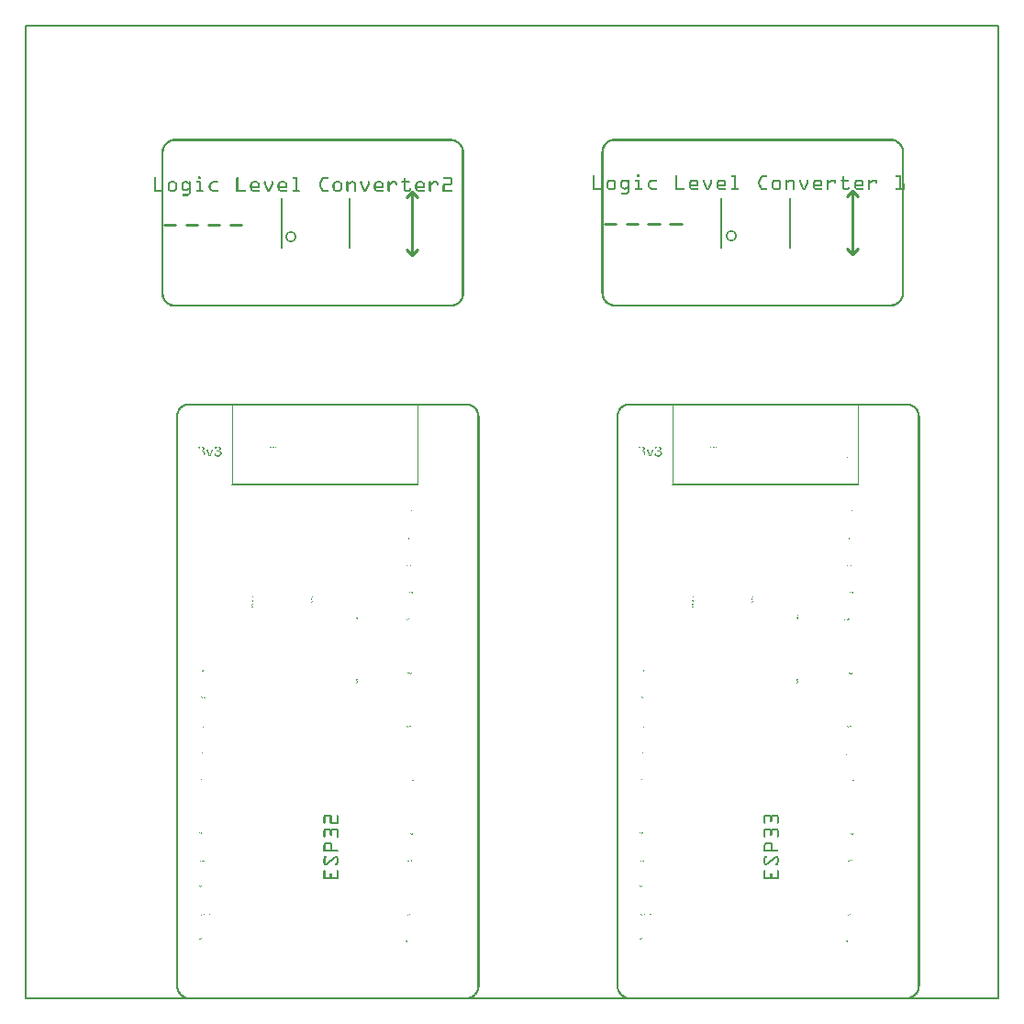
<source format=gto>
G04 MADE WITH FRITZING*
G04 WWW.FRITZING.ORG*
G04 DOUBLE SIDED*
G04 HOLES PLATED*
G04 CONTOUR ON CENTER OF CONTOUR VECTOR*
%ASAXBY*%
%FSLAX23Y23*%
%MOIN*%
%OFA0B0*%
%SFA1.0B1.0*%
%ADD10C,0.042000X0.03*%
%ADD11R,3.543310X3.543310X3.527310X3.527310*%
%ADD12C,0.008000*%
%ADD13C,0.010000*%
%ADD14C,0.006000*%
%ADD15C,0.005701*%
%ADD16C,0.003725*%
%ADD17C,0.003723*%
%ADD18R,0.001000X0.001000*%
%LNSILK1*%
G90*
G70*
G54D10*
X2567Y2774D03*
X969Y2773D03*
G54D12*
X4Y3539D02*
X3539Y3539D01*
X3539Y4D01*
X4Y4D01*
X4Y3539D01*
D02*
G54D13*
X2107Y2817D02*
X2147Y2817D01*
D02*
X2187Y2817D02*
X2227Y2817D01*
D02*
X2266Y2817D02*
X2307Y2817D01*
D02*
X2346Y2817D02*
X2387Y2817D01*
D02*
X3007Y2707D02*
X3007Y2937D01*
D02*
X3007Y2937D02*
X2987Y2917D01*
D02*
X3007Y2937D02*
X3027Y2917D01*
D02*
X3007Y2707D02*
X2987Y2727D01*
D02*
X3007Y2707D02*
X3027Y2727D01*
G54D14*
D02*
X2781Y2912D02*
X2781Y2733D01*
D02*
X2532Y2733D02*
X2532Y2912D01*
G54D13*
D02*
X508Y2816D02*
X549Y2816D01*
D02*
X588Y2816D02*
X629Y2816D01*
D02*
X668Y2816D02*
X708Y2816D01*
D02*
X748Y2816D02*
X788Y2816D01*
D02*
X1408Y2706D02*
X1408Y2936D01*
D02*
X1408Y2936D02*
X1388Y2916D01*
D02*
X1408Y2936D02*
X1428Y2916D01*
D02*
X1408Y2706D02*
X1388Y2726D01*
D02*
X1408Y2706D02*
X1428Y2726D01*
G54D14*
D02*
X1183Y2911D02*
X1183Y2731D01*
D02*
X934Y2731D02*
X934Y2911D01*
G54D15*
D02*
X1429Y1873D02*
X755Y1873D01*
G54D16*
D02*
X755Y1873D02*
X755Y2161D01*
G54D17*
D02*
X1429Y1873D02*
X1429Y2161D01*
G54D15*
D02*
X3029Y1873D02*
X2355Y1873D01*
G54D16*
D02*
X2355Y1873D02*
X2355Y2161D01*
G54D17*
D02*
X3029Y1873D02*
X3029Y2161D01*
G54D18*
X2138Y3127D02*
X3154Y3127D01*
X540Y3126D02*
X1555Y3126D01*
X2134Y3126D02*
X3158Y3126D01*
X536Y3125D02*
X1560Y3125D01*
X2130Y3125D02*
X3162Y3125D01*
X532Y3124D02*
X1563Y3124D01*
X2128Y3124D02*
X3164Y3124D01*
X530Y3123D02*
X1566Y3123D01*
X2125Y3123D02*
X3167Y3123D01*
X527Y3122D02*
X1568Y3122D01*
X2123Y3122D02*
X3169Y3122D01*
X525Y3121D02*
X1570Y3121D01*
X2122Y3121D02*
X3170Y3121D01*
X523Y3120D02*
X1572Y3120D01*
X2120Y3120D02*
X3172Y3120D01*
X522Y3119D02*
X1574Y3119D01*
X2118Y3119D02*
X2137Y3119D01*
X3155Y3119D02*
X3174Y3119D01*
X520Y3118D02*
X539Y3118D01*
X1556Y3118D02*
X1575Y3118D01*
X2117Y3118D02*
X2133Y3118D01*
X3159Y3118D02*
X3175Y3118D01*
X519Y3117D02*
X535Y3117D01*
X1560Y3117D02*
X1577Y3117D01*
X2115Y3117D02*
X2130Y3117D01*
X3162Y3117D02*
X3176Y3117D01*
X517Y3116D02*
X532Y3116D01*
X1563Y3116D02*
X1578Y3116D01*
X2114Y3116D02*
X2128Y3116D01*
X3164Y3116D02*
X3178Y3116D01*
X516Y3115D02*
X530Y3115D01*
X1566Y3115D02*
X1579Y3115D01*
X2113Y3115D02*
X2126Y3115D01*
X3166Y3115D02*
X3179Y3115D01*
X515Y3114D02*
X528Y3114D01*
X1568Y3114D02*
X1580Y3114D01*
X2112Y3114D02*
X2124Y3114D01*
X3168Y3114D02*
X3180Y3114D01*
X514Y3113D02*
X526Y3113D01*
X1569Y3113D02*
X1582Y3113D01*
X2111Y3113D02*
X2122Y3113D01*
X3169Y3113D02*
X3181Y3113D01*
X513Y3112D02*
X524Y3112D01*
X1571Y3112D02*
X1583Y3112D01*
X2110Y3112D02*
X2121Y3112D01*
X3171Y3112D02*
X3182Y3112D01*
X512Y3111D02*
X523Y3111D01*
X1572Y3111D02*
X1584Y3111D01*
X2109Y3111D02*
X2120Y3111D01*
X3172Y3111D02*
X3183Y3111D01*
X511Y3110D02*
X522Y3110D01*
X1574Y3110D02*
X1584Y3110D01*
X2108Y3110D02*
X2119Y3110D01*
X3173Y3110D02*
X3184Y3110D01*
X510Y3109D02*
X520Y3109D01*
X1575Y3109D02*
X1585Y3109D01*
X2107Y3109D02*
X2117Y3109D01*
X3175Y3109D02*
X3185Y3109D01*
X509Y3108D02*
X519Y3108D01*
X1576Y3108D02*
X1586Y3108D01*
X2107Y3108D02*
X2116Y3108D01*
X3176Y3108D02*
X3185Y3108D01*
X508Y3107D02*
X518Y3107D01*
X1577Y3107D02*
X1587Y3107D01*
X2106Y3107D02*
X2115Y3107D01*
X3177Y3107D02*
X3186Y3107D01*
X508Y3106D02*
X517Y3106D01*
X1578Y3106D02*
X1588Y3106D01*
X2105Y3106D02*
X2114Y3106D01*
X3178Y3106D02*
X3187Y3106D01*
X507Y3105D02*
X516Y3105D01*
X1579Y3105D02*
X1588Y3105D01*
X2105Y3105D02*
X2113Y3105D01*
X3178Y3105D02*
X3187Y3105D01*
X506Y3104D02*
X515Y3104D01*
X1580Y3104D02*
X1589Y3104D01*
X2104Y3104D02*
X2113Y3104D01*
X3179Y3104D02*
X3188Y3104D01*
X506Y3103D02*
X514Y3103D01*
X1581Y3103D02*
X1590Y3103D01*
X2103Y3103D02*
X2112Y3103D01*
X3180Y3103D02*
X3189Y3103D01*
X505Y3102D02*
X514Y3102D01*
X1582Y3102D02*
X1590Y3102D01*
X2103Y3102D02*
X2111Y3102D01*
X3181Y3102D02*
X3189Y3102D01*
X505Y3101D02*
X513Y3101D01*
X1582Y3101D02*
X1591Y3101D01*
X2102Y3101D02*
X2110Y3101D01*
X3182Y3101D02*
X3190Y3101D01*
X504Y3100D02*
X512Y3100D01*
X1583Y3100D02*
X1591Y3100D01*
X2102Y3100D02*
X2110Y3100D01*
X3182Y3100D02*
X3190Y3100D01*
X503Y3099D02*
X511Y3099D01*
X1584Y3099D02*
X1592Y3099D01*
X2101Y3099D02*
X2109Y3099D01*
X3183Y3099D02*
X3191Y3099D01*
X503Y3098D02*
X511Y3098D01*
X1584Y3098D02*
X1592Y3098D01*
X2101Y3098D02*
X2109Y3098D01*
X3183Y3098D02*
X3191Y3098D01*
X503Y3097D02*
X510Y3097D01*
X1585Y3097D02*
X1593Y3097D01*
X2100Y3097D02*
X2108Y3097D01*
X3184Y3097D02*
X3192Y3097D01*
X502Y3096D02*
X510Y3096D01*
X1586Y3096D02*
X1593Y3096D01*
X2100Y3096D02*
X2107Y3096D01*
X3184Y3096D02*
X3192Y3096D01*
X502Y3095D02*
X509Y3095D01*
X1586Y3095D02*
X1594Y3095D01*
X2100Y3095D02*
X2107Y3095D01*
X3185Y3095D02*
X3192Y3095D01*
X501Y3094D02*
X509Y3094D01*
X1587Y3094D02*
X1594Y3094D01*
X2099Y3094D02*
X2107Y3094D01*
X3185Y3094D02*
X3193Y3094D01*
X501Y3093D02*
X508Y3093D01*
X1587Y3093D02*
X1594Y3093D01*
X2099Y3093D02*
X2106Y3093D01*
X3186Y3093D02*
X3193Y3093D01*
X501Y3092D02*
X508Y3092D01*
X1587Y3092D02*
X1595Y3092D01*
X2099Y3092D02*
X2106Y3092D01*
X3186Y3092D02*
X3193Y3092D01*
X500Y3091D02*
X508Y3091D01*
X1588Y3091D02*
X1595Y3091D01*
X2098Y3091D02*
X2105Y3091D01*
X3186Y3091D02*
X3194Y3091D01*
X500Y3090D02*
X507Y3090D01*
X1588Y3090D02*
X1595Y3090D01*
X2098Y3090D02*
X2105Y3090D01*
X3187Y3090D02*
X3194Y3090D01*
X500Y3089D02*
X507Y3089D01*
X1588Y3089D02*
X1596Y3089D01*
X2098Y3089D02*
X2105Y3089D01*
X3187Y3089D02*
X3194Y3089D01*
X500Y3088D02*
X507Y3088D01*
X1589Y3088D02*
X1596Y3088D01*
X2098Y3088D02*
X2105Y3088D01*
X3187Y3088D02*
X3194Y3088D01*
X499Y3087D02*
X506Y3087D01*
X1589Y3087D02*
X1596Y3087D01*
X2097Y3087D02*
X2104Y3087D01*
X3188Y3087D02*
X3195Y3087D01*
X499Y3086D02*
X506Y3086D01*
X1589Y3086D02*
X1596Y3086D01*
X2097Y3086D02*
X2104Y3086D01*
X3188Y3086D02*
X3195Y3086D01*
X499Y3085D02*
X506Y3085D01*
X1589Y3085D02*
X1596Y3085D01*
X2097Y3085D02*
X2104Y3085D01*
X3188Y3085D02*
X3195Y3085D01*
X499Y3084D02*
X506Y3084D01*
X1590Y3084D02*
X1597Y3084D01*
X2097Y3084D02*
X2104Y3084D01*
X3188Y3084D02*
X3195Y3084D01*
X499Y3083D02*
X506Y3083D01*
X1590Y3083D02*
X1597Y3083D01*
X2097Y3083D02*
X2104Y3083D01*
X3188Y3083D02*
X3195Y3083D01*
X498Y3082D02*
X505Y3082D01*
X1590Y3082D02*
X1597Y3082D01*
X2097Y3082D02*
X2104Y3082D01*
X3188Y3082D02*
X3195Y3082D01*
X498Y3081D02*
X505Y3081D01*
X1590Y3081D02*
X1597Y3081D01*
X2097Y3081D02*
X2104Y3081D01*
X3188Y3081D02*
X3195Y3081D01*
X498Y3080D02*
X505Y3080D01*
X1590Y3080D02*
X1597Y3080D01*
X2096Y3080D02*
X2103Y3080D01*
X3188Y3080D02*
X3195Y3080D01*
X498Y3079D02*
X505Y3079D01*
X1590Y3079D02*
X1597Y3079D01*
X2096Y3079D02*
X2103Y3079D01*
X3189Y3079D02*
X3195Y3079D01*
X498Y3078D02*
X505Y3078D01*
X1590Y3078D02*
X1597Y3078D01*
X2096Y3078D02*
X2103Y3078D01*
X3188Y3078D02*
X3195Y3078D01*
X498Y3077D02*
X505Y3077D01*
X1590Y3077D02*
X1597Y3077D01*
X2096Y3077D02*
X2103Y3077D01*
X3188Y3077D02*
X3195Y3077D01*
X498Y3076D02*
X505Y3076D01*
X1590Y3076D02*
X1597Y3076D01*
X2096Y3076D02*
X2103Y3076D01*
X3188Y3076D02*
X3195Y3076D01*
X498Y3075D02*
X505Y3075D01*
X1590Y3075D02*
X1597Y3075D01*
X2096Y3075D02*
X2103Y3075D01*
X3188Y3075D02*
X3195Y3075D01*
X498Y3074D02*
X505Y3074D01*
X1590Y3074D02*
X1597Y3074D01*
X2096Y3074D02*
X2104Y3074D01*
X3188Y3074D02*
X3196Y3074D01*
X498Y3073D02*
X505Y3073D01*
X1590Y3073D02*
X1597Y3073D01*
X2096Y3073D02*
X2104Y3073D01*
X3188Y3073D02*
X3195Y3073D01*
X498Y3072D02*
X505Y3072D01*
X1590Y3072D02*
X1597Y3072D01*
X2096Y3072D02*
X2104Y3072D01*
X3188Y3072D02*
X3195Y3072D01*
X498Y3071D02*
X505Y3071D01*
X1590Y3071D02*
X1597Y3071D01*
X2096Y3071D02*
X2104Y3071D01*
X3188Y3071D02*
X3195Y3071D01*
X498Y3070D02*
X505Y3070D01*
X1590Y3070D02*
X1597Y3070D01*
X2096Y3070D02*
X2104Y3070D01*
X3188Y3070D02*
X3195Y3070D01*
X498Y3069D02*
X505Y3069D01*
X1590Y3069D02*
X1597Y3069D01*
X2096Y3069D02*
X2104Y3069D01*
X3188Y3069D02*
X3195Y3069D01*
X498Y3068D02*
X505Y3068D01*
X1590Y3068D02*
X1597Y3068D01*
X2096Y3068D02*
X2104Y3068D01*
X3188Y3068D02*
X3195Y3068D01*
X498Y3067D02*
X505Y3067D01*
X1590Y3067D02*
X1597Y3067D01*
X2096Y3067D02*
X2104Y3067D01*
X3188Y3067D02*
X3195Y3067D01*
X498Y3066D02*
X505Y3066D01*
X1590Y3066D02*
X1597Y3066D01*
X2096Y3066D02*
X2104Y3066D01*
X3188Y3066D02*
X3195Y3066D01*
X498Y3065D02*
X505Y3065D01*
X1590Y3065D02*
X1597Y3065D01*
X2096Y3065D02*
X2104Y3065D01*
X3188Y3065D02*
X3195Y3065D01*
X498Y3064D02*
X505Y3064D01*
X1590Y3064D02*
X1597Y3064D01*
X2096Y3064D02*
X2104Y3064D01*
X3188Y3064D02*
X3195Y3064D01*
X498Y3063D02*
X505Y3063D01*
X1590Y3063D02*
X1597Y3063D01*
X2096Y3063D02*
X2104Y3063D01*
X3188Y3063D02*
X3195Y3063D01*
X498Y3062D02*
X505Y3062D01*
X1590Y3062D02*
X1597Y3062D01*
X2096Y3062D02*
X2104Y3062D01*
X3188Y3062D02*
X3195Y3062D01*
X498Y3061D02*
X505Y3061D01*
X1590Y3061D02*
X1597Y3061D01*
X2096Y3061D02*
X2104Y3061D01*
X3188Y3061D02*
X3195Y3061D01*
X498Y3060D02*
X505Y3060D01*
X1590Y3060D02*
X1597Y3060D01*
X2096Y3060D02*
X2104Y3060D01*
X3188Y3060D02*
X3195Y3060D01*
X498Y3059D02*
X505Y3059D01*
X1590Y3059D02*
X1597Y3059D01*
X2096Y3059D02*
X2104Y3059D01*
X3188Y3059D02*
X3195Y3059D01*
X498Y3058D02*
X505Y3058D01*
X1590Y3058D02*
X1597Y3058D01*
X2096Y3058D02*
X2104Y3058D01*
X3188Y3058D02*
X3195Y3058D01*
X498Y3057D02*
X505Y3057D01*
X1590Y3057D02*
X1597Y3057D01*
X2096Y3057D02*
X2104Y3057D01*
X3188Y3057D02*
X3195Y3057D01*
X498Y3056D02*
X505Y3056D01*
X1590Y3056D02*
X1597Y3056D01*
X2096Y3056D02*
X2104Y3056D01*
X3188Y3056D02*
X3195Y3056D01*
X498Y3055D02*
X505Y3055D01*
X1590Y3055D02*
X1597Y3055D01*
X2096Y3055D02*
X2104Y3055D01*
X3188Y3055D02*
X3195Y3055D01*
X498Y3054D02*
X505Y3054D01*
X1590Y3054D02*
X1597Y3054D01*
X2096Y3054D02*
X2104Y3054D01*
X3188Y3054D02*
X3195Y3054D01*
X498Y3053D02*
X505Y3053D01*
X1590Y3053D02*
X1597Y3053D01*
X2096Y3053D02*
X2104Y3053D01*
X3188Y3053D02*
X3195Y3053D01*
X498Y3052D02*
X505Y3052D01*
X1590Y3052D02*
X1597Y3052D01*
X2096Y3052D02*
X2104Y3052D01*
X3188Y3052D02*
X3195Y3052D01*
X498Y3051D02*
X505Y3051D01*
X1590Y3051D02*
X1597Y3051D01*
X2096Y3051D02*
X2104Y3051D01*
X3188Y3051D02*
X3195Y3051D01*
X498Y3050D02*
X505Y3050D01*
X1590Y3050D02*
X1597Y3050D01*
X2096Y3050D02*
X2104Y3050D01*
X3188Y3050D02*
X3195Y3050D01*
X498Y3049D02*
X505Y3049D01*
X1590Y3049D02*
X1597Y3049D01*
X2096Y3049D02*
X2104Y3049D01*
X3188Y3049D02*
X3195Y3049D01*
X498Y3048D02*
X505Y3048D01*
X1590Y3048D02*
X1597Y3048D01*
X2096Y3048D02*
X2104Y3048D01*
X3188Y3048D02*
X3195Y3048D01*
X498Y3047D02*
X505Y3047D01*
X1590Y3047D02*
X1597Y3047D01*
X2096Y3047D02*
X2104Y3047D01*
X3188Y3047D02*
X3195Y3047D01*
X498Y3046D02*
X505Y3046D01*
X1590Y3046D02*
X1597Y3046D01*
X2096Y3046D02*
X2104Y3046D01*
X3188Y3046D02*
X3195Y3046D01*
X498Y3045D02*
X505Y3045D01*
X1590Y3045D02*
X1597Y3045D01*
X2096Y3045D02*
X2104Y3045D01*
X3188Y3045D02*
X3195Y3045D01*
X498Y3044D02*
X505Y3044D01*
X1590Y3044D02*
X1597Y3044D01*
X2096Y3044D02*
X2104Y3044D01*
X3188Y3044D02*
X3195Y3044D01*
X498Y3043D02*
X505Y3043D01*
X1590Y3043D02*
X1597Y3043D01*
X2096Y3043D02*
X2104Y3043D01*
X3188Y3043D02*
X3195Y3043D01*
X498Y3042D02*
X505Y3042D01*
X1590Y3042D02*
X1597Y3042D01*
X2096Y3042D02*
X2104Y3042D01*
X3188Y3042D02*
X3195Y3042D01*
X498Y3041D02*
X505Y3041D01*
X1590Y3041D02*
X1597Y3041D01*
X2096Y3041D02*
X2104Y3041D01*
X3188Y3041D02*
X3195Y3041D01*
X498Y3040D02*
X505Y3040D01*
X1590Y3040D02*
X1597Y3040D01*
X2096Y3040D02*
X2104Y3040D01*
X3188Y3040D02*
X3195Y3040D01*
X498Y3039D02*
X505Y3039D01*
X1590Y3039D02*
X1597Y3039D01*
X2096Y3039D02*
X2104Y3039D01*
X3188Y3039D02*
X3195Y3039D01*
X498Y3038D02*
X505Y3038D01*
X1590Y3038D02*
X1597Y3038D01*
X2096Y3038D02*
X2104Y3038D01*
X3188Y3038D02*
X3195Y3038D01*
X498Y3037D02*
X505Y3037D01*
X1590Y3037D02*
X1597Y3037D01*
X2096Y3037D02*
X2104Y3037D01*
X3188Y3037D02*
X3195Y3037D01*
X498Y3036D02*
X505Y3036D01*
X1590Y3036D02*
X1597Y3036D01*
X2096Y3036D02*
X2104Y3036D01*
X3188Y3036D02*
X3195Y3036D01*
X498Y3035D02*
X505Y3035D01*
X1590Y3035D02*
X1597Y3035D01*
X2096Y3035D02*
X2104Y3035D01*
X3188Y3035D02*
X3195Y3035D01*
X498Y3034D02*
X505Y3034D01*
X1590Y3034D02*
X1597Y3034D01*
X2096Y3034D02*
X2104Y3034D01*
X3188Y3034D02*
X3195Y3034D01*
X498Y3033D02*
X505Y3033D01*
X1590Y3033D02*
X1597Y3033D01*
X2096Y3033D02*
X2104Y3033D01*
X3188Y3033D02*
X3195Y3033D01*
X498Y3032D02*
X505Y3032D01*
X1590Y3032D02*
X1597Y3032D01*
X2096Y3032D02*
X2104Y3032D01*
X3188Y3032D02*
X3195Y3032D01*
X498Y3031D02*
X505Y3031D01*
X1590Y3031D02*
X1597Y3031D01*
X2096Y3031D02*
X2104Y3031D01*
X3188Y3031D02*
X3195Y3031D01*
X498Y3030D02*
X505Y3030D01*
X1590Y3030D02*
X1597Y3030D01*
X2096Y3030D02*
X2104Y3030D01*
X3188Y3030D02*
X3195Y3030D01*
X498Y3029D02*
X505Y3029D01*
X1590Y3029D02*
X1597Y3029D01*
X2096Y3029D02*
X2104Y3029D01*
X3188Y3029D02*
X3195Y3029D01*
X498Y3028D02*
X505Y3028D01*
X1590Y3028D02*
X1597Y3028D01*
X2096Y3028D02*
X2104Y3028D01*
X3188Y3028D02*
X3195Y3028D01*
X498Y3027D02*
X505Y3027D01*
X1590Y3027D02*
X1597Y3027D01*
X2096Y3027D02*
X2104Y3027D01*
X3188Y3027D02*
X3195Y3027D01*
X498Y3026D02*
X505Y3026D01*
X1590Y3026D02*
X1597Y3026D01*
X2096Y3026D02*
X2104Y3026D01*
X3188Y3026D02*
X3195Y3026D01*
X498Y3025D02*
X505Y3025D01*
X1590Y3025D02*
X1597Y3025D01*
X2096Y3025D02*
X2104Y3025D01*
X3188Y3025D02*
X3195Y3025D01*
X498Y3024D02*
X505Y3024D01*
X1590Y3024D02*
X1597Y3024D01*
X2096Y3024D02*
X2104Y3024D01*
X3188Y3024D02*
X3195Y3024D01*
X498Y3023D02*
X505Y3023D01*
X1590Y3023D02*
X1597Y3023D01*
X2096Y3023D02*
X2104Y3023D01*
X3188Y3023D02*
X3195Y3023D01*
X498Y3022D02*
X505Y3022D01*
X1590Y3022D02*
X1597Y3022D01*
X2096Y3022D02*
X2104Y3022D01*
X3188Y3022D02*
X3195Y3022D01*
X498Y3021D02*
X505Y3021D01*
X1590Y3021D02*
X1597Y3021D01*
X2096Y3021D02*
X2104Y3021D01*
X3188Y3021D02*
X3195Y3021D01*
X498Y3020D02*
X505Y3020D01*
X1590Y3020D02*
X1597Y3020D01*
X2096Y3020D02*
X2104Y3020D01*
X3188Y3020D02*
X3195Y3020D01*
X498Y3019D02*
X505Y3019D01*
X1590Y3019D02*
X1597Y3019D01*
X2096Y3019D02*
X2104Y3019D01*
X3188Y3019D02*
X3195Y3019D01*
X498Y3018D02*
X505Y3018D01*
X1590Y3018D02*
X1597Y3018D01*
X2096Y3018D02*
X2104Y3018D01*
X3188Y3018D02*
X3195Y3018D01*
X498Y3017D02*
X505Y3017D01*
X1590Y3017D02*
X1597Y3017D01*
X2096Y3017D02*
X2104Y3017D01*
X3188Y3017D02*
X3195Y3017D01*
X498Y3016D02*
X505Y3016D01*
X1590Y3016D02*
X1597Y3016D01*
X2096Y3016D02*
X2104Y3016D01*
X3188Y3016D02*
X3195Y3016D01*
X498Y3015D02*
X505Y3015D01*
X1590Y3015D02*
X1597Y3015D01*
X2096Y3015D02*
X2104Y3015D01*
X3188Y3015D02*
X3195Y3015D01*
X498Y3014D02*
X505Y3014D01*
X1590Y3014D02*
X1597Y3014D01*
X2096Y3014D02*
X2104Y3014D01*
X3188Y3014D02*
X3195Y3014D01*
X498Y3013D02*
X505Y3013D01*
X1590Y3013D02*
X1597Y3013D01*
X2096Y3013D02*
X2104Y3013D01*
X3188Y3013D02*
X3195Y3013D01*
X498Y3012D02*
X505Y3012D01*
X1590Y3012D02*
X1597Y3012D01*
X2096Y3012D02*
X2104Y3012D01*
X3188Y3012D02*
X3195Y3012D01*
X498Y3011D02*
X505Y3011D01*
X1590Y3011D02*
X1597Y3011D01*
X2096Y3011D02*
X2104Y3011D01*
X3188Y3011D02*
X3195Y3011D01*
X498Y3010D02*
X505Y3010D01*
X1590Y3010D02*
X1597Y3010D01*
X2096Y3010D02*
X2104Y3010D01*
X3188Y3010D02*
X3195Y3010D01*
X498Y3009D02*
X505Y3009D01*
X1590Y3009D02*
X1597Y3009D01*
X2096Y3009D02*
X2104Y3009D01*
X3188Y3009D02*
X3195Y3009D01*
X498Y3008D02*
X505Y3008D01*
X1590Y3008D02*
X1597Y3008D01*
X2096Y3008D02*
X2104Y3008D01*
X3188Y3008D02*
X3195Y3008D01*
X498Y3007D02*
X505Y3007D01*
X1590Y3007D02*
X1597Y3007D01*
X2096Y3007D02*
X2104Y3007D01*
X3188Y3007D02*
X3195Y3007D01*
X498Y3006D02*
X505Y3006D01*
X1590Y3006D02*
X1597Y3006D01*
X2096Y3006D02*
X2104Y3006D01*
X3188Y3006D02*
X3195Y3006D01*
X498Y3005D02*
X505Y3005D01*
X1590Y3005D02*
X1597Y3005D01*
X2096Y3005D02*
X2104Y3005D01*
X3188Y3005D02*
X3195Y3005D01*
X498Y3004D02*
X505Y3004D01*
X1590Y3004D02*
X1597Y3004D01*
X2096Y3004D02*
X2104Y3004D01*
X3188Y3004D02*
X3195Y3004D01*
X498Y3003D02*
X505Y3003D01*
X1590Y3003D02*
X1597Y3003D01*
X2096Y3003D02*
X2104Y3003D01*
X3188Y3003D02*
X3195Y3003D01*
X498Y3002D02*
X505Y3002D01*
X1590Y3002D02*
X1597Y3002D01*
X2096Y3002D02*
X2104Y3002D01*
X3188Y3002D02*
X3195Y3002D01*
X498Y3001D02*
X505Y3001D01*
X1590Y3001D02*
X1597Y3001D01*
X2096Y3001D02*
X2104Y3001D01*
X3188Y3001D02*
X3195Y3001D01*
X498Y3000D02*
X505Y3000D01*
X1590Y3000D02*
X1597Y3000D01*
X2096Y3000D02*
X2104Y3000D01*
X3188Y3000D02*
X3195Y3000D01*
X498Y2999D02*
X505Y2999D01*
X1590Y2999D02*
X1597Y2999D01*
X2096Y2999D02*
X2104Y2999D01*
X3188Y2999D02*
X3195Y2999D01*
X498Y2998D02*
X505Y2998D01*
X1590Y2998D02*
X1597Y2998D01*
X2096Y2998D02*
X2104Y2998D01*
X3188Y2998D02*
X3195Y2998D01*
X498Y2997D02*
X505Y2997D01*
X1590Y2997D02*
X1597Y2997D01*
X2096Y2997D02*
X2104Y2997D01*
X2228Y2997D02*
X2232Y2997D01*
X3188Y2997D02*
X3195Y2997D01*
X498Y2996D02*
X505Y2996D01*
X1590Y2996D02*
X1597Y2996D01*
X2096Y2996D02*
X2104Y2996D01*
X2226Y2996D02*
X2234Y2996D01*
X3188Y2996D02*
X3195Y2996D01*
X498Y2995D02*
X505Y2995D01*
X1590Y2995D02*
X1597Y2995D01*
X2096Y2995D02*
X2104Y2995D01*
X2226Y2995D02*
X2235Y2995D01*
X3188Y2995D02*
X3195Y2995D01*
X498Y2994D02*
X505Y2994D01*
X1590Y2994D02*
X1597Y2994D01*
X2068Y2994D02*
X2069Y2994D01*
X2096Y2994D02*
X2104Y2994D01*
X2226Y2994D02*
X2235Y2994D01*
X2368Y2994D02*
X2369Y2994D01*
X2571Y2994D02*
X2582Y2994D01*
X2682Y2994D02*
X2696Y2994D01*
X3168Y2994D02*
X3185Y2994D01*
X3188Y2994D02*
X3195Y2994D01*
X498Y2993D02*
X505Y2993D01*
X1590Y2993D02*
X1597Y2993D01*
X2066Y2993D02*
X2070Y2993D01*
X2096Y2993D02*
X2104Y2993D01*
X2225Y2993D02*
X2235Y2993D01*
X2366Y2993D02*
X2370Y2993D01*
X2570Y2993D02*
X2584Y2993D01*
X2679Y2993D02*
X2698Y2993D01*
X3166Y2993D02*
X3185Y2993D01*
X3188Y2993D02*
X3195Y2993D01*
X498Y2992D02*
X505Y2992D01*
X1590Y2992D02*
X1597Y2992D01*
X2065Y2992D02*
X2071Y2992D01*
X2096Y2992D02*
X2104Y2992D01*
X2225Y2992D02*
X2235Y2992D01*
X2365Y2992D02*
X2371Y2992D01*
X2569Y2992D02*
X2585Y2992D01*
X2677Y2992D02*
X2698Y2992D01*
X3165Y2992D02*
X3185Y2992D01*
X3188Y2992D02*
X3195Y2992D01*
X498Y2991D02*
X505Y2991D01*
X634Y2991D02*
X637Y2991D01*
X1590Y2991D02*
X1597Y2991D01*
X2065Y2991D02*
X2071Y2991D01*
X2096Y2991D02*
X2104Y2991D01*
X2225Y2991D02*
X2235Y2991D01*
X2365Y2991D02*
X2371Y2991D01*
X2569Y2991D02*
X2585Y2991D01*
X2676Y2991D02*
X2699Y2991D01*
X2974Y2991D02*
X2976Y2991D01*
X3165Y2991D02*
X3185Y2991D01*
X3188Y2991D02*
X3195Y2991D01*
X498Y2990D02*
X505Y2990D01*
X632Y2990D02*
X639Y2990D01*
X1590Y2990D02*
X1597Y2990D01*
X2065Y2990D02*
X2071Y2990D01*
X2096Y2990D02*
X2104Y2990D01*
X2226Y2990D02*
X2235Y2990D01*
X2365Y2990D02*
X2371Y2990D01*
X2569Y2990D02*
X2585Y2990D01*
X2675Y2990D02*
X2699Y2990D01*
X2973Y2990D02*
X2977Y2990D01*
X3165Y2990D02*
X3185Y2990D01*
X3188Y2990D02*
X3195Y2990D01*
X498Y2989D02*
X505Y2989D01*
X631Y2989D02*
X640Y2989D01*
X1590Y2989D02*
X1597Y2989D01*
X2065Y2989D02*
X2071Y2989D01*
X2096Y2989D02*
X2104Y2989D01*
X2226Y2989D02*
X2234Y2989D01*
X2365Y2989D02*
X2371Y2989D01*
X2569Y2989D02*
X2585Y2989D01*
X2674Y2989D02*
X2698Y2989D01*
X2972Y2989D02*
X2978Y2989D01*
X3166Y2989D02*
X3185Y2989D01*
X3188Y2989D02*
X3195Y2989D01*
X473Y2988D02*
X474Y2988D01*
X498Y2988D02*
X505Y2988D01*
X631Y2988D02*
X640Y2988D01*
X773Y2988D02*
X774Y2988D01*
X977Y2988D02*
X987Y2988D01*
X1088Y2988D02*
X1101Y2988D01*
X1523Y2988D02*
X1548Y2988D01*
X1590Y2988D02*
X1597Y2988D01*
X2065Y2988D02*
X2071Y2988D01*
X2096Y2988D02*
X2104Y2988D01*
X2227Y2988D02*
X2234Y2988D01*
X2365Y2988D02*
X2371Y2988D01*
X2570Y2988D02*
X2585Y2988D01*
X2674Y2988D02*
X2697Y2988D01*
X2972Y2988D02*
X2978Y2988D01*
X3166Y2988D02*
X3185Y2988D01*
X3188Y2988D02*
X3195Y2988D01*
X472Y2987D02*
X475Y2987D01*
X498Y2987D02*
X505Y2987D01*
X631Y2987D02*
X640Y2987D01*
X772Y2987D02*
X775Y2987D01*
X975Y2987D02*
X989Y2987D01*
X1084Y2987D02*
X1103Y2987D01*
X1521Y2987D02*
X1551Y2987D01*
X1590Y2987D02*
X1597Y2987D01*
X2065Y2987D02*
X2071Y2987D01*
X2096Y2987D02*
X2104Y2987D01*
X2365Y2987D02*
X2371Y2987D01*
X2579Y2987D02*
X2585Y2987D01*
X2673Y2987D02*
X2681Y2987D01*
X2972Y2987D02*
X2978Y2987D01*
X3179Y2987D02*
X3185Y2987D01*
X3188Y2987D02*
X3195Y2987D01*
X471Y2986D02*
X476Y2986D01*
X498Y2986D02*
X505Y2986D01*
X631Y2986D02*
X640Y2986D01*
X771Y2986D02*
X776Y2986D01*
X974Y2986D02*
X990Y2986D01*
X1082Y2986D02*
X1104Y2986D01*
X1521Y2986D02*
X1552Y2986D01*
X1590Y2986D02*
X1597Y2986D01*
X2065Y2986D02*
X2071Y2986D01*
X2096Y2986D02*
X2104Y2986D01*
X2365Y2986D02*
X2371Y2986D01*
X2579Y2986D02*
X2585Y2986D01*
X2673Y2986D02*
X2680Y2986D01*
X2972Y2986D02*
X2978Y2986D01*
X3179Y2986D02*
X3185Y2986D01*
X3188Y2986D02*
X3195Y2986D01*
X471Y2985D02*
X476Y2985D01*
X498Y2985D02*
X505Y2985D01*
X631Y2985D02*
X640Y2985D01*
X771Y2985D02*
X776Y2985D01*
X974Y2985D02*
X990Y2985D01*
X1081Y2985D02*
X1104Y2985D01*
X1380Y2985D02*
X1381Y2985D01*
X1520Y2985D02*
X1553Y2985D01*
X1590Y2985D02*
X1597Y2985D01*
X2065Y2985D02*
X2071Y2985D01*
X2096Y2985D02*
X2104Y2985D01*
X2365Y2985D02*
X2371Y2985D01*
X2579Y2985D02*
X2585Y2985D01*
X2672Y2985D02*
X2679Y2985D01*
X2972Y2985D02*
X2978Y2985D01*
X3179Y2985D02*
X3185Y2985D01*
X3188Y2985D02*
X3195Y2985D01*
X471Y2984D02*
X477Y2984D01*
X498Y2984D02*
X505Y2984D01*
X631Y2984D02*
X640Y2984D01*
X770Y2984D02*
X777Y2984D01*
X974Y2984D02*
X990Y2984D01*
X1080Y2984D02*
X1104Y2984D01*
X1378Y2984D02*
X1382Y2984D01*
X1521Y2984D02*
X1553Y2984D01*
X1590Y2984D02*
X1597Y2984D01*
X2065Y2984D02*
X2071Y2984D01*
X2096Y2984D02*
X2104Y2984D01*
X2365Y2984D02*
X2371Y2984D01*
X2579Y2984D02*
X2585Y2984D01*
X2672Y2984D02*
X2679Y2984D01*
X2972Y2984D02*
X2978Y2984D01*
X3179Y2984D02*
X3185Y2984D01*
X3188Y2984D02*
X3195Y2984D01*
X471Y2983D02*
X477Y2983D01*
X498Y2983D02*
X505Y2983D01*
X631Y2983D02*
X640Y2983D01*
X770Y2983D02*
X777Y2983D01*
X974Y2983D02*
X990Y2983D01*
X1080Y2983D02*
X1104Y2983D01*
X1378Y2983D02*
X1383Y2983D01*
X1521Y2983D02*
X1554Y2983D01*
X1590Y2983D02*
X1597Y2983D01*
X2065Y2983D02*
X2071Y2983D01*
X2096Y2983D02*
X2104Y2983D01*
X2365Y2983D02*
X2371Y2983D01*
X2579Y2983D02*
X2585Y2983D01*
X2671Y2983D02*
X2678Y2983D01*
X2972Y2983D02*
X2978Y2983D01*
X3179Y2983D02*
X3185Y2983D01*
X3188Y2983D02*
X3195Y2983D01*
X471Y2982D02*
X477Y2982D01*
X498Y2982D02*
X505Y2982D01*
X632Y2982D02*
X639Y2982D01*
X770Y2982D02*
X777Y2982D01*
X975Y2982D02*
X990Y2982D01*
X1079Y2982D02*
X1103Y2982D01*
X1377Y2982D02*
X1383Y2982D01*
X1522Y2982D02*
X1554Y2982D01*
X1590Y2982D02*
X1597Y2982D01*
X2065Y2982D02*
X2071Y2982D01*
X2096Y2982D02*
X2104Y2982D01*
X2365Y2982D02*
X2371Y2982D01*
X2579Y2982D02*
X2585Y2982D01*
X2671Y2982D02*
X2678Y2982D01*
X2972Y2982D02*
X2978Y2982D01*
X3179Y2982D02*
X3185Y2982D01*
X3188Y2982D02*
X3195Y2982D01*
X471Y2981D02*
X477Y2981D01*
X498Y2981D02*
X505Y2981D01*
X770Y2981D02*
X777Y2981D01*
X984Y2981D02*
X990Y2981D01*
X1078Y2981D02*
X1087Y2981D01*
X1377Y2981D02*
X1383Y2981D01*
X1548Y2981D02*
X1554Y2981D01*
X1590Y2981D02*
X1597Y2981D01*
X2065Y2981D02*
X2071Y2981D01*
X2096Y2981D02*
X2104Y2981D01*
X2365Y2981D02*
X2371Y2981D01*
X2579Y2981D02*
X2585Y2981D01*
X2670Y2981D02*
X2677Y2981D01*
X2972Y2981D02*
X2978Y2981D01*
X3179Y2981D02*
X3185Y2981D01*
X3188Y2981D02*
X3195Y2981D01*
X471Y2980D02*
X477Y2980D01*
X498Y2980D02*
X505Y2980D01*
X770Y2980D02*
X777Y2980D01*
X984Y2980D02*
X990Y2980D01*
X1078Y2980D02*
X1085Y2980D01*
X1377Y2980D02*
X1383Y2980D01*
X1548Y2980D02*
X1554Y2980D01*
X1590Y2980D02*
X1597Y2980D01*
X2065Y2980D02*
X2071Y2980D01*
X2096Y2980D02*
X2104Y2980D01*
X2365Y2980D02*
X2371Y2980D01*
X2579Y2980D02*
X2585Y2980D01*
X2670Y2980D02*
X2677Y2980D01*
X2972Y2980D02*
X2978Y2980D01*
X3179Y2980D02*
X3185Y2980D01*
X3188Y2980D02*
X3195Y2980D01*
X471Y2979D02*
X477Y2979D01*
X498Y2979D02*
X505Y2979D01*
X770Y2979D02*
X777Y2979D01*
X984Y2979D02*
X990Y2979D01*
X1077Y2979D02*
X1084Y2979D01*
X1377Y2979D02*
X1383Y2979D01*
X1548Y2979D02*
X1554Y2979D01*
X1590Y2979D02*
X1597Y2979D01*
X2065Y2979D02*
X2071Y2979D01*
X2096Y2979D02*
X2104Y2979D01*
X2125Y2979D02*
X2139Y2979D01*
X2175Y2979D02*
X2185Y2979D01*
X2195Y2979D02*
X2197Y2979D01*
X2220Y2979D02*
X2233Y2979D01*
X2279Y2979D02*
X2297Y2979D01*
X2365Y2979D02*
X2371Y2979D01*
X2425Y2979D02*
X2439Y2979D01*
X2467Y2979D02*
X2469Y2979D01*
X2495Y2979D02*
X2497Y2979D01*
X2525Y2979D02*
X2539Y2979D01*
X2579Y2979D02*
X2585Y2979D01*
X2669Y2979D02*
X2676Y2979D01*
X2725Y2979D02*
X2739Y2979D01*
X2767Y2979D02*
X2769Y2979D01*
X2781Y2979D02*
X2790Y2979D01*
X2817Y2979D02*
X2819Y2979D01*
X2845Y2979D02*
X2847Y2979D01*
X2875Y2979D02*
X2889Y2979D01*
X2917Y2979D02*
X2919Y2979D01*
X2931Y2979D02*
X2941Y2979D01*
X2967Y2979D02*
X2993Y2979D01*
X3025Y2979D02*
X3039Y2979D01*
X3067Y2979D02*
X3069Y2979D01*
X3081Y2979D02*
X3091Y2979D01*
X3179Y2979D02*
X3185Y2979D01*
X3188Y2979D02*
X3195Y2979D01*
X471Y2978D02*
X477Y2978D01*
X498Y2978D02*
X505Y2978D01*
X770Y2978D02*
X777Y2978D01*
X984Y2978D02*
X990Y2978D01*
X1077Y2978D02*
X1084Y2978D01*
X1377Y2978D02*
X1383Y2978D01*
X1548Y2978D02*
X1554Y2978D01*
X1590Y2978D02*
X1597Y2978D01*
X2065Y2978D02*
X2071Y2978D01*
X2096Y2978D02*
X2104Y2978D01*
X2123Y2978D02*
X2141Y2978D01*
X2173Y2978D02*
X2188Y2978D01*
X2193Y2978D02*
X2198Y2978D01*
X2219Y2978D02*
X2234Y2978D01*
X2276Y2978D02*
X2298Y2978D01*
X2365Y2978D02*
X2371Y2978D01*
X2423Y2978D02*
X2441Y2978D01*
X2466Y2978D02*
X2470Y2978D01*
X2493Y2978D02*
X2498Y2978D01*
X2523Y2978D02*
X2541Y2978D01*
X2579Y2978D02*
X2585Y2978D01*
X2669Y2978D02*
X2676Y2978D01*
X2723Y2978D02*
X2741Y2978D01*
X2766Y2978D02*
X2770Y2978D01*
X2779Y2978D02*
X2793Y2978D01*
X2816Y2978D02*
X2820Y2978D01*
X2843Y2978D02*
X2848Y2978D01*
X2873Y2978D02*
X2891Y2978D01*
X2916Y2978D02*
X2920Y2978D01*
X2929Y2978D02*
X2944Y2978D01*
X2966Y2978D02*
X2994Y2978D01*
X3023Y2978D02*
X3041Y2978D01*
X3066Y2978D02*
X3070Y2978D01*
X3079Y2978D02*
X3094Y2978D01*
X3179Y2978D02*
X3185Y2978D01*
X3188Y2978D02*
X3195Y2978D01*
X471Y2977D02*
X477Y2977D01*
X498Y2977D02*
X505Y2977D01*
X770Y2977D02*
X777Y2977D01*
X984Y2977D02*
X990Y2977D01*
X1076Y2977D02*
X1083Y2977D01*
X1377Y2977D02*
X1383Y2977D01*
X1548Y2977D02*
X1554Y2977D01*
X1590Y2977D02*
X1597Y2977D01*
X2065Y2977D02*
X2071Y2977D01*
X2096Y2977D02*
X2104Y2977D01*
X2121Y2977D02*
X2142Y2977D01*
X2171Y2977D02*
X2189Y2977D01*
X2193Y2977D02*
X2199Y2977D01*
X2219Y2977D02*
X2235Y2977D01*
X2275Y2977D02*
X2299Y2977D01*
X2365Y2977D02*
X2371Y2977D01*
X2421Y2977D02*
X2442Y2977D01*
X2465Y2977D02*
X2471Y2977D01*
X2493Y2977D02*
X2499Y2977D01*
X2521Y2977D02*
X2542Y2977D01*
X2579Y2977D02*
X2585Y2977D01*
X2668Y2977D02*
X2675Y2977D01*
X2721Y2977D02*
X2742Y2977D01*
X2765Y2977D02*
X2771Y2977D01*
X2778Y2977D02*
X2794Y2977D01*
X2815Y2977D02*
X2821Y2977D01*
X2843Y2977D02*
X2848Y2977D01*
X2871Y2977D02*
X2892Y2977D01*
X2915Y2977D02*
X2921Y2977D01*
X2928Y2977D02*
X2945Y2977D01*
X2965Y2977D02*
X2995Y2977D01*
X3021Y2977D02*
X3042Y2977D01*
X3065Y2977D02*
X3071Y2977D01*
X3078Y2977D02*
X3095Y2977D01*
X3179Y2977D02*
X3185Y2977D01*
X3188Y2977D02*
X3195Y2977D01*
X471Y2976D02*
X477Y2976D01*
X498Y2976D02*
X505Y2976D01*
X770Y2976D02*
X777Y2976D01*
X984Y2976D02*
X990Y2976D01*
X1076Y2976D02*
X1083Y2976D01*
X1377Y2976D02*
X1383Y2976D01*
X1548Y2976D02*
X1554Y2976D01*
X1590Y2976D02*
X1597Y2976D01*
X2065Y2976D02*
X2071Y2976D01*
X2096Y2976D02*
X2104Y2976D01*
X2120Y2976D02*
X2144Y2976D01*
X2170Y2976D02*
X2190Y2976D01*
X2193Y2976D02*
X2199Y2976D01*
X2219Y2976D02*
X2235Y2976D01*
X2273Y2976D02*
X2299Y2976D01*
X2365Y2976D02*
X2371Y2976D01*
X2420Y2976D02*
X2444Y2976D01*
X2465Y2976D02*
X2471Y2976D01*
X2493Y2976D02*
X2499Y2976D01*
X2520Y2976D02*
X2544Y2976D01*
X2579Y2976D02*
X2585Y2976D01*
X2668Y2976D02*
X2675Y2976D01*
X2720Y2976D02*
X2744Y2976D01*
X2765Y2976D02*
X2771Y2976D01*
X2776Y2976D02*
X2795Y2976D01*
X2815Y2976D02*
X2821Y2976D01*
X2843Y2976D02*
X2849Y2976D01*
X2870Y2976D02*
X2894Y2976D01*
X2915Y2976D02*
X2921Y2976D01*
X2927Y2976D02*
X2946Y2976D01*
X2965Y2976D02*
X2995Y2976D01*
X3020Y2976D02*
X3044Y2976D01*
X3065Y2976D02*
X3071Y2976D01*
X3077Y2976D02*
X3096Y2976D01*
X3179Y2976D02*
X3185Y2976D01*
X3188Y2976D02*
X3195Y2976D01*
X471Y2975D02*
X477Y2975D01*
X498Y2975D02*
X505Y2975D01*
X770Y2975D02*
X777Y2975D01*
X984Y2975D02*
X990Y2975D01*
X1075Y2975D02*
X1082Y2975D01*
X1377Y2975D02*
X1383Y2975D01*
X1548Y2975D02*
X1554Y2975D01*
X1590Y2975D02*
X1597Y2975D01*
X2065Y2975D02*
X2071Y2975D01*
X2096Y2975D02*
X2104Y2975D01*
X2119Y2975D02*
X2145Y2975D01*
X2169Y2975D02*
X2199Y2975D01*
X2219Y2975D02*
X2235Y2975D01*
X2272Y2975D02*
X2299Y2975D01*
X2365Y2975D02*
X2371Y2975D01*
X2419Y2975D02*
X2445Y2975D01*
X2465Y2975D02*
X2471Y2975D01*
X2493Y2975D02*
X2499Y2975D01*
X2519Y2975D02*
X2545Y2975D01*
X2579Y2975D02*
X2585Y2975D01*
X2667Y2975D02*
X2674Y2975D01*
X2719Y2975D02*
X2745Y2975D01*
X2765Y2975D02*
X2771Y2975D01*
X2774Y2975D02*
X2796Y2975D01*
X2815Y2975D02*
X2821Y2975D01*
X2843Y2975D02*
X2849Y2975D01*
X2869Y2975D02*
X2895Y2975D01*
X2915Y2975D02*
X2921Y2975D01*
X2926Y2975D02*
X2947Y2975D01*
X2965Y2975D02*
X2995Y2975D01*
X3019Y2975D02*
X3045Y2975D01*
X3065Y2975D02*
X3071Y2975D01*
X3076Y2975D02*
X3097Y2975D01*
X3179Y2975D02*
X3185Y2975D01*
X3188Y2975D02*
X3195Y2975D01*
X471Y2974D02*
X477Y2974D01*
X498Y2974D02*
X505Y2974D01*
X770Y2974D02*
X777Y2974D01*
X984Y2974D02*
X990Y2974D01*
X1075Y2974D02*
X1082Y2974D01*
X1377Y2974D02*
X1383Y2974D01*
X1548Y2974D02*
X1554Y2974D01*
X1590Y2974D02*
X1597Y2974D01*
X2065Y2974D02*
X2071Y2974D01*
X2096Y2974D02*
X2104Y2974D01*
X2118Y2974D02*
X2146Y2974D01*
X2168Y2974D02*
X2199Y2974D01*
X2219Y2974D02*
X2235Y2974D01*
X2271Y2974D02*
X2298Y2974D01*
X2365Y2974D02*
X2371Y2974D01*
X2418Y2974D02*
X2446Y2974D01*
X2465Y2974D02*
X2471Y2974D01*
X2493Y2974D02*
X2499Y2974D01*
X2518Y2974D02*
X2546Y2974D01*
X2579Y2974D02*
X2585Y2974D01*
X2667Y2974D02*
X2674Y2974D01*
X2718Y2974D02*
X2746Y2974D01*
X2765Y2974D02*
X2771Y2974D01*
X2773Y2974D02*
X2797Y2974D01*
X2815Y2974D02*
X2821Y2974D01*
X2843Y2974D02*
X2849Y2974D01*
X2868Y2974D02*
X2896Y2974D01*
X2915Y2974D02*
X2921Y2974D01*
X2925Y2974D02*
X2947Y2974D01*
X2966Y2974D02*
X2995Y2974D01*
X3018Y2974D02*
X3046Y2974D01*
X3065Y2974D02*
X3071Y2974D01*
X3075Y2974D02*
X3097Y2974D01*
X3179Y2974D02*
X3185Y2974D01*
X3188Y2974D02*
X3195Y2974D01*
X471Y2973D02*
X477Y2973D01*
X498Y2973D02*
X505Y2973D01*
X531Y2973D02*
X544Y2973D01*
X581Y2973D02*
X590Y2973D01*
X600Y2973D02*
X602Y2973D01*
X626Y2973D02*
X638Y2973D01*
X684Y2973D02*
X702Y2973D01*
X770Y2973D02*
X777Y2973D01*
X831Y2973D02*
X844Y2973D01*
X872Y2973D02*
X874Y2973D01*
X900Y2973D02*
X902Y2973D01*
X931Y2973D02*
X944Y2973D01*
X984Y2973D02*
X990Y2973D01*
X1075Y2973D02*
X1081Y2973D01*
X1131Y2973D02*
X1144Y2973D01*
X1172Y2973D02*
X1174Y2973D01*
X1187Y2973D02*
X1195Y2973D01*
X1222Y2973D02*
X1224Y2973D01*
X1250Y2973D02*
X1252Y2973D01*
X1281Y2973D02*
X1294Y2973D01*
X1322Y2973D02*
X1324Y2973D01*
X1336Y2973D02*
X1346Y2973D01*
X1372Y2973D02*
X1399Y2973D01*
X1431Y2973D02*
X1444Y2973D01*
X1472Y2973D02*
X1474Y2973D01*
X1486Y2973D02*
X1496Y2973D01*
X1548Y2973D02*
X1554Y2973D01*
X1590Y2973D02*
X1597Y2973D01*
X2065Y2973D02*
X2071Y2973D01*
X2096Y2973D02*
X2104Y2973D01*
X2117Y2973D02*
X2147Y2973D01*
X2167Y2973D02*
X2199Y2973D01*
X2220Y2973D02*
X2235Y2973D01*
X2270Y2973D02*
X2297Y2973D01*
X2365Y2973D02*
X2371Y2973D01*
X2417Y2973D02*
X2447Y2973D01*
X2465Y2973D02*
X2471Y2973D01*
X2493Y2973D02*
X2499Y2973D01*
X2517Y2973D02*
X2547Y2973D01*
X2579Y2973D02*
X2585Y2973D01*
X2666Y2973D02*
X2673Y2973D01*
X2717Y2973D02*
X2747Y2973D01*
X2765Y2973D02*
X2797Y2973D01*
X2815Y2973D02*
X2821Y2973D01*
X2843Y2973D02*
X2849Y2973D01*
X2867Y2973D02*
X2897Y2973D01*
X2915Y2973D02*
X2921Y2973D01*
X2923Y2973D02*
X2948Y2973D01*
X2967Y2973D02*
X2993Y2973D01*
X3017Y2973D02*
X3047Y2973D01*
X3065Y2973D02*
X3071Y2973D01*
X3073Y2973D02*
X3098Y2973D01*
X3179Y2973D02*
X3185Y2973D01*
X3188Y2973D02*
X3195Y2973D01*
X471Y2972D02*
X477Y2972D01*
X498Y2972D02*
X505Y2972D01*
X528Y2972D02*
X546Y2972D01*
X578Y2972D02*
X593Y2972D01*
X599Y2972D02*
X603Y2972D01*
X625Y2972D02*
X639Y2972D01*
X682Y2972D02*
X703Y2972D01*
X770Y2972D02*
X777Y2972D01*
X828Y2972D02*
X846Y2972D01*
X871Y2972D02*
X876Y2972D01*
X899Y2972D02*
X903Y2972D01*
X928Y2972D02*
X946Y2972D01*
X984Y2972D02*
X990Y2972D01*
X1074Y2972D02*
X1081Y2972D01*
X1128Y2972D02*
X1146Y2972D01*
X1171Y2972D02*
X1176Y2972D01*
X1185Y2972D02*
X1198Y2972D01*
X1221Y2972D02*
X1226Y2972D01*
X1249Y2972D02*
X1253Y2972D01*
X1278Y2972D02*
X1296Y2972D01*
X1321Y2972D02*
X1326Y2972D01*
X1335Y2972D02*
X1349Y2972D01*
X1371Y2972D02*
X1400Y2972D01*
X1428Y2972D02*
X1446Y2972D01*
X1471Y2972D02*
X1476Y2972D01*
X1485Y2972D02*
X1499Y2972D01*
X1548Y2972D02*
X1554Y2972D01*
X1590Y2972D02*
X1597Y2972D01*
X2065Y2972D02*
X2071Y2972D01*
X2096Y2972D02*
X2104Y2972D01*
X2117Y2972D02*
X2125Y2972D01*
X2138Y2972D02*
X2147Y2972D01*
X2166Y2972D02*
X2175Y2972D01*
X2185Y2972D02*
X2199Y2972D01*
X2229Y2972D02*
X2235Y2972D01*
X2269Y2972D02*
X2279Y2972D01*
X2365Y2972D02*
X2371Y2972D01*
X2417Y2972D02*
X2425Y2972D01*
X2438Y2972D02*
X2447Y2972D01*
X2465Y2972D02*
X2471Y2972D01*
X2493Y2972D02*
X2499Y2972D01*
X2517Y2972D02*
X2525Y2972D01*
X2538Y2972D02*
X2547Y2972D01*
X2579Y2972D02*
X2585Y2972D01*
X2666Y2972D02*
X2672Y2972D01*
X2717Y2972D02*
X2725Y2972D01*
X2738Y2972D02*
X2747Y2972D01*
X2765Y2972D02*
X2782Y2972D01*
X2790Y2972D02*
X2797Y2972D01*
X2815Y2972D02*
X2821Y2972D01*
X2843Y2972D02*
X2849Y2972D01*
X2867Y2972D02*
X2875Y2972D01*
X2888Y2972D02*
X2897Y2972D01*
X2915Y2972D02*
X2932Y2972D01*
X2941Y2972D02*
X2948Y2972D01*
X2972Y2972D02*
X2978Y2972D01*
X3017Y2972D02*
X3025Y2972D01*
X3038Y2972D02*
X3047Y2972D01*
X3065Y2972D02*
X3082Y2972D01*
X3091Y2972D02*
X3098Y2972D01*
X3179Y2972D02*
X3185Y2972D01*
X3188Y2972D02*
X3195Y2972D01*
X471Y2971D02*
X477Y2971D01*
X498Y2971D02*
X505Y2971D01*
X527Y2971D02*
X548Y2971D01*
X577Y2971D02*
X594Y2971D01*
X598Y2971D02*
X604Y2971D01*
X624Y2971D02*
X640Y2971D01*
X680Y2971D02*
X704Y2971D01*
X770Y2971D02*
X777Y2971D01*
X827Y2971D02*
X848Y2971D01*
X871Y2971D02*
X876Y2971D01*
X898Y2971D02*
X904Y2971D01*
X927Y2971D02*
X948Y2971D01*
X984Y2971D02*
X990Y2971D01*
X1074Y2971D02*
X1080Y2971D01*
X1127Y2971D02*
X1148Y2971D01*
X1171Y2971D02*
X1176Y2971D01*
X1183Y2971D02*
X1199Y2971D01*
X1221Y2971D02*
X1226Y2971D01*
X1248Y2971D02*
X1254Y2971D01*
X1277Y2971D02*
X1298Y2971D01*
X1321Y2971D02*
X1326Y2971D01*
X1334Y2971D02*
X1350Y2971D01*
X1371Y2971D02*
X1400Y2971D01*
X1427Y2971D02*
X1448Y2971D01*
X1471Y2971D02*
X1476Y2971D01*
X1484Y2971D02*
X1500Y2971D01*
X1548Y2971D02*
X1554Y2971D01*
X1590Y2971D02*
X1597Y2971D01*
X2065Y2971D02*
X2071Y2971D01*
X2096Y2971D02*
X2104Y2971D01*
X2116Y2971D02*
X2124Y2971D01*
X2140Y2971D02*
X2148Y2971D01*
X2166Y2971D02*
X2174Y2971D01*
X2186Y2971D02*
X2199Y2971D01*
X2229Y2971D02*
X2235Y2971D01*
X2268Y2971D02*
X2278Y2971D01*
X2365Y2971D02*
X2371Y2971D01*
X2416Y2971D02*
X2424Y2971D01*
X2440Y2971D02*
X2448Y2971D01*
X2465Y2971D02*
X2471Y2971D01*
X2493Y2971D02*
X2499Y2971D01*
X2516Y2971D02*
X2524Y2971D01*
X2540Y2971D02*
X2548Y2971D01*
X2579Y2971D02*
X2585Y2971D01*
X2666Y2971D02*
X2672Y2971D01*
X2716Y2971D02*
X2724Y2971D01*
X2740Y2971D02*
X2748Y2971D01*
X2765Y2971D02*
X2780Y2971D01*
X2791Y2971D02*
X2798Y2971D01*
X2815Y2971D02*
X2821Y2971D01*
X2843Y2971D02*
X2849Y2971D01*
X2866Y2971D02*
X2874Y2971D01*
X2890Y2971D02*
X2898Y2971D01*
X2915Y2971D02*
X2931Y2971D01*
X2942Y2971D02*
X2949Y2971D01*
X2972Y2971D02*
X2978Y2971D01*
X3016Y2971D02*
X3024Y2971D01*
X3040Y2971D02*
X3048Y2971D01*
X3065Y2971D02*
X3081Y2971D01*
X3092Y2971D02*
X3098Y2971D01*
X3179Y2971D02*
X3185Y2971D01*
X3188Y2971D02*
X3195Y2971D01*
X471Y2970D02*
X477Y2970D01*
X498Y2970D02*
X505Y2970D01*
X526Y2970D02*
X549Y2970D01*
X576Y2970D02*
X595Y2970D01*
X598Y2970D02*
X604Y2970D01*
X624Y2970D02*
X640Y2970D01*
X679Y2970D02*
X704Y2970D01*
X770Y2970D02*
X777Y2970D01*
X826Y2970D02*
X849Y2970D01*
X871Y2970D02*
X876Y2970D01*
X898Y2970D02*
X904Y2970D01*
X926Y2970D02*
X949Y2970D01*
X984Y2970D02*
X990Y2970D01*
X1073Y2970D02*
X1080Y2970D01*
X1126Y2970D02*
X1149Y2970D01*
X1170Y2970D02*
X1176Y2970D01*
X1181Y2970D02*
X1200Y2970D01*
X1220Y2970D02*
X1226Y2970D01*
X1248Y2970D02*
X1254Y2970D01*
X1276Y2970D02*
X1299Y2970D01*
X1320Y2970D02*
X1326Y2970D01*
X1332Y2970D02*
X1351Y2970D01*
X1370Y2970D02*
X1400Y2970D01*
X1426Y2970D02*
X1449Y2970D01*
X1470Y2970D02*
X1476Y2970D01*
X1482Y2970D02*
X1501Y2970D01*
X1548Y2970D02*
X1554Y2970D01*
X1590Y2970D02*
X1597Y2970D01*
X2065Y2970D02*
X2071Y2970D01*
X2096Y2970D02*
X2104Y2970D01*
X2116Y2970D02*
X2123Y2970D01*
X2141Y2970D02*
X2148Y2970D01*
X2166Y2970D02*
X2173Y2970D01*
X2187Y2970D02*
X2199Y2970D01*
X2229Y2970D02*
X2235Y2970D01*
X2267Y2970D02*
X2276Y2970D01*
X2365Y2970D02*
X2371Y2970D01*
X2416Y2970D02*
X2423Y2970D01*
X2441Y2970D02*
X2448Y2970D01*
X2465Y2970D02*
X2472Y2970D01*
X2492Y2970D02*
X2499Y2970D01*
X2516Y2970D02*
X2523Y2970D01*
X2541Y2970D02*
X2548Y2970D01*
X2579Y2970D02*
X2585Y2970D01*
X2665Y2970D02*
X2672Y2970D01*
X2716Y2970D02*
X2723Y2970D01*
X2741Y2970D02*
X2748Y2970D01*
X2765Y2970D02*
X2779Y2970D01*
X2792Y2970D02*
X2798Y2970D01*
X2815Y2970D02*
X2821Y2970D01*
X2842Y2970D02*
X2849Y2970D01*
X2866Y2970D02*
X2873Y2970D01*
X2891Y2970D02*
X2898Y2970D01*
X2915Y2970D02*
X2930Y2970D01*
X2942Y2970D02*
X2949Y2970D01*
X2972Y2970D02*
X2978Y2970D01*
X3016Y2970D02*
X3023Y2970D01*
X3041Y2970D02*
X3048Y2970D01*
X3065Y2970D02*
X3080Y2970D01*
X3092Y2970D02*
X3099Y2970D01*
X3179Y2970D02*
X3185Y2970D01*
X3188Y2970D02*
X3195Y2970D01*
X471Y2969D02*
X477Y2969D01*
X498Y2969D02*
X505Y2969D01*
X524Y2969D02*
X550Y2969D01*
X574Y2969D02*
X604Y2969D01*
X624Y2969D02*
X640Y2969D01*
X678Y2969D02*
X704Y2969D01*
X770Y2969D02*
X777Y2969D01*
X824Y2969D02*
X850Y2969D01*
X870Y2969D02*
X877Y2969D01*
X898Y2969D02*
X904Y2969D01*
X924Y2969D02*
X950Y2969D01*
X984Y2969D02*
X990Y2969D01*
X1073Y2969D02*
X1079Y2969D01*
X1124Y2969D02*
X1150Y2969D01*
X1170Y2969D02*
X1176Y2969D01*
X1180Y2969D02*
X1201Y2969D01*
X1220Y2969D02*
X1226Y2969D01*
X1248Y2969D02*
X1254Y2969D01*
X1274Y2969D02*
X1300Y2969D01*
X1320Y2969D02*
X1326Y2969D01*
X1331Y2969D02*
X1352Y2969D01*
X1371Y2969D02*
X1400Y2969D01*
X1424Y2969D02*
X1450Y2969D01*
X1470Y2969D02*
X1476Y2969D01*
X1481Y2969D02*
X1502Y2969D01*
X1548Y2969D02*
X1554Y2969D01*
X1590Y2969D02*
X1597Y2969D01*
X2065Y2969D02*
X2071Y2969D01*
X2096Y2969D02*
X2104Y2969D01*
X2115Y2969D02*
X2122Y2969D01*
X2142Y2969D02*
X2149Y2969D01*
X2165Y2969D02*
X2172Y2969D01*
X2189Y2969D02*
X2199Y2969D01*
X2229Y2969D02*
X2235Y2969D01*
X2266Y2969D02*
X2275Y2969D01*
X2365Y2969D02*
X2371Y2969D01*
X2415Y2969D02*
X2422Y2969D01*
X2442Y2969D02*
X2449Y2969D01*
X2465Y2969D02*
X2472Y2969D01*
X2492Y2969D02*
X2498Y2969D01*
X2515Y2969D02*
X2522Y2969D01*
X2542Y2969D02*
X2549Y2969D01*
X2579Y2969D02*
X2585Y2969D01*
X2665Y2969D02*
X2671Y2969D01*
X2715Y2969D02*
X2722Y2969D01*
X2742Y2969D02*
X2748Y2969D01*
X2765Y2969D02*
X2777Y2969D01*
X2792Y2969D02*
X2798Y2969D01*
X2815Y2969D02*
X2822Y2969D01*
X2842Y2969D02*
X2848Y2969D01*
X2865Y2969D02*
X2872Y2969D01*
X2892Y2969D02*
X2898Y2969D01*
X2915Y2969D02*
X2929Y2969D01*
X2943Y2969D02*
X2949Y2969D01*
X2972Y2969D02*
X2978Y2969D01*
X3015Y2969D02*
X3022Y2969D01*
X3042Y2969D02*
X3048Y2969D01*
X3065Y2969D02*
X3079Y2969D01*
X3093Y2969D02*
X3099Y2969D01*
X3179Y2969D02*
X3185Y2969D01*
X3188Y2969D02*
X3195Y2969D01*
X471Y2968D02*
X477Y2968D01*
X498Y2968D02*
X505Y2968D01*
X523Y2968D02*
X551Y2968D01*
X573Y2968D02*
X604Y2968D01*
X625Y2968D02*
X640Y2968D01*
X677Y2968D02*
X703Y2968D01*
X770Y2968D02*
X777Y2968D01*
X823Y2968D02*
X851Y2968D01*
X870Y2968D02*
X877Y2968D01*
X898Y2968D02*
X904Y2968D01*
X923Y2968D02*
X951Y2968D01*
X984Y2968D02*
X990Y2968D01*
X1072Y2968D02*
X1079Y2968D01*
X1123Y2968D02*
X1151Y2968D01*
X1170Y2968D02*
X1202Y2968D01*
X1220Y2968D02*
X1226Y2968D01*
X1248Y2968D02*
X1254Y2968D01*
X1273Y2968D02*
X1301Y2968D01*
X1320Y2968D02*
X1326Y2968D01*
X1330Y2968D02*
X1353Y2968D01*
X1371Y2968D02*
X1400Y2968D01*
X1423Y2968D02*
X1451Y2968D01*
X1470Y2968D02*
X1476Y2968D01*
X1480Y2968D02*
X1503Y2968D01*
X1548Y2968D02*
X1554Y2968D01*
X1590Y2968D02*
X1597Y2968D01*
X2065Y2968D02*
X2071Y2968D01*
X2096Y2968D02*
X2104Y2968D01*
X2115Y2968D02*
X2121Y2968D01*
X2143Y2968D02*
X2149Y2968D01*
X2165Y2968D02*
X2171Y2968D01*
X2190Y2968D02*
X2199Y2968D01*
X2229Y2968D02*
X2235Y2968D01*
X2266Y2968D02*
X2274Y2968D01*
X2365Y2968D02*
X2371Y2968D01*
X2415Y2968D02*
X2421Y2968D01*
X2443Y2968D02*
X2449Y2968D01*
X2466Y2968D02*
X2472Y2968D01*
X2491Y2968D02*
X2498Y2968D01*
X2515Y2968D02*
X2521Y2968D01*
X2542Y2968D02*
X2549Y2968D01*
X2579Y2968D02*
X2585Y2968D01*
X2665Y2968D02*
X2671Y2968D01*
X2715Y2968D02*
X2721Y2968D01*
X2742Y2968D02*
X2749Y2968D01*
X2765Y2968D02*
X2776Y2968D01*
X2792Y2968D02*
X2798Y2968D01*
X2816Y2968D02*
X2822Y2968D01*
X2841Y2968D02*
X2848Y2968D01*
X2865Y2968D02*
X2871Y2968D01*
X2892Y2968D02*
X2899Y2968D01*
X2915Y2968D02*
X2927Y2968D01*
X2943Y2968D02*
X2949Y2968D01*
X2972Y2968D02*
X2978Y2968D01*
X3015Y2968D02*
X3021Y2968D01*
X3042Y2968D02*
X3049Y2968D01*
X3065Y2968D02*
X3077Y2968D01*
X3093Y2968D02*
X3099Y2968D01*
X3179Y2968D02*
X3185Y2968D01*
X3188Y2968D02*
X3195Y2968D01*
X471Y2967D02*
X477Y2967D01*
X498Y2967D02*
X505Y2967D01*
X523Y2967D02*
X552Y2967D01*
X573Y2967D02*
X604Y2967D01*
X626Y2967D02*
X640Y2967D01*
X675Y2967D02*
X702Y2967D01*
X770Y2967D02*
X777Y2967D01*
X823Y2967D02*
X852Y2967D01*
X870Y2967D02*
X877Y2967D01*
X898Y2967D02*
X904Y2967D01*
X923Y2967D02*
X952Y2967D01*
X984Y2967D02*
X990Y2967D01*
X1072Y2967D02*
X1078Y2967D01*
X1123Y2967D02*
X1152Y2967D01*
X1170Y2967D02*
X1202Y2967D01*
X1220Y2967D02*
X1226Y2967D01*
X1248Y2967D02*
X1254Y2967D01*
X1273Y2967D02*
X1302Y2967D01*
X1320Y2967D02*
X1326Y2967D01*
X1329Y2967D02*
X1353Y2967D01*
X1372Y2967D02*
X1399Y2967D01*
X1423Y2967D02*
X1452Y2967D01*
X1470Y2967D02*
X1476Y2967D01*
X1479Y2967D02*
X1503Y2967D01*
X1548Y2967D02*
X1554Y2967D01*
X1590Y2967D02*
X1597Y2967D01*
X2065Y2967D02*
X2071Y2967D01*
X2096Y2967D02*
X2104Y2967D01*
X2115Y2967D02*
X2121Y2967D01*
X2143Y2967D02*
X2149Y2967D01*
X2165Y2967D02*
X2171Y2967D01*
X2191Y2967D02*
X2199Y2967D01*
X2229Y2967D02*
X2235Y2967D01*
X2266Y2967D02*
X2273Y2967D01*
X2365Y2967D02*
X2371Y2967D01*
X2415Y2967D02*
X2421Y2967D01*
X2443Y2967D02*
X2449Y2967D01*
X2466Y2967D02*
X2473Y2967D01*
X2491Y2967D02*
X2498Y2967D01*
X2515Y2967D02*
X2521Y2967D01*
X2543Y2967D02*
X2549Y2967D01*
X2579Y2967D02*
X2585Y2967D01*
X2665Y2967D02*
X2671Y2967D01*
X2715Y2967D02*
X2721Y2967D01*
X2743Y2967D02*
X2749Y2967D01*
X2765Y2967D02*
X2774Y2967D01*
X2792Y2967D02*
X2798Y2967D01*
X2816Y2967D02*
X2823Y2967D01*
X2841Y2967D02*
X2848Y2967D01*
X2865Y2967D02*
X2871Y2967D01*
X2893Y2967D02*
X2899Y2967D01*
X2915Y2967D02*
X2926Y2967D01*
X2943Y2967D02*
X2949Y2967D01*
X2972Y2967D02*
X2978Y2967D01*
X3015Y2967D02*
X3021Y2967D01*
X3043Y2967D02*
X3049Y2967D01*
X3065Y2967D02*
X3076Y2967D01*
X3093Y2967D02*
X3099Y2967D01*
X3179Y2967D02*
X3185Y2967D01*
X3188Y2967D02*
X3195Y2967D01*
X471Y2966D02*
X477Y2966D01*
X498Y2966D02*
X505Y2966D01*
X522Y2966D02*
X531Y2966D01*
X544Y2966D02*
X553Y2966D01*
X572Y2966D02*
X581Y2966D01*
X590Y2966D02*
X604Y2966D01*
X634Y2966D02*
X640Y2966D01*
X674Y2966D02*
X684Y2966D01*
X770Y2966D02*
X777Y2966D01*
X822Y2966D02*
X831Y2966D01*
X844Y2966D02*
X853Y2966D01*
X870Y2966D02*
X877Y2966D01*
X898Y2966D02*
X904Y2966D01*
X922Y2966D02*
X931Y2966D01*
X944Y2966D02*
X953Y2966D01*
X984Y2966D02*
X990Y2966D01*
X1071Y2966D02*
X1078Y2966D01*
X1122Y2966D02*
X1131Y2966D01*
X1144Y2966D02*
X1153Y2966D01*
X1170Y2966D02*
X1187Y2966D01*
X1195Y2966D02*
X1203Y2966D01*
X1220Y2966D02*
X1226Y2966D01*
X1248Y2966D02*
X1254Y2966D01*
X1272Y2966D02*
X1281Y2966D01*
X1294Y2966D02*
X1303Y2966D01*
X1320Y2966D02*
X1338Y2966D01*
X1346Y2966D02*
X1354Y2966D01*
X1377Y2966D02*
X1383Y2966D01*
X1422Y2966D02*
X1431Y2966D01*
X1444Y2966D02*
X1453Y2966D01*
X1470Y2966D02*
X1488Y2966D01*
X1496Y2966D02*
X1504Y2966D01*
X1548Y2966D02*
X1554Y2966D01*
X1590Y2966D02*
X1597Y2966D01*
X2065Y2966D02*
X2071Y2966D01*
X2096Y2966D02*
X2104Y2966D01*
X2115Y2966D02*
X2121Y2966D01*
X2143Y2966D02*
X2149Y2966D01*
X2165Y2966D02*
X2171Y2966D01*
X2192Y2966D02*
X2199Y2966D01*
X2229Y2966D02*
X2235Y2966D01*
X2265Y2966D02*
X2272Y2966D01*
X2365Y2966D02*
X2371Y2966D01*
X2415Y2966D02*
X2421Y2966D01*
X2443Y2966D02*
X2449Y2966D01*
X2467Y2966D02*
X2473Y2966D01*
X2491Y2966D02*
X2497Y2966D01*
X2515Y2966D02*
X2521Y2966D01*
X2543Y2966D02*
X2549Y2966D01*
X2579Y2966D02*
X2585Y2966D01*
X2665Y2966D02*
X2671Y2966D01*
X2715Y2966D02*
X2721Y2966D01*
X2743Y2966D02*
X2749Y2966D01*
X2765Y2966D02*
X2772Y2966D01*
X2792Y2966D02*
X2798Y2966D01*
X2817Y2966D02*
X2823Y2966D01*
X2841Y2966D02*
X2847Y2966D01*
X2865Y2966D02*
X2871Y2966D01*
X2893Y2966D02*
X2899Y2966D01*
X2915Y2966D02*
X2925Y2966D01*
X2943Y2966D02*
X2948Y2966D01*
X2972Y2966D02*
X2978Y2966D01*
X3015Y2966D02*
X3021Y2966D01*
X3043Y2966D02*
X3049Y2966D01*
X3065Y2966D02*
X3075Y2966D01*
X3093Y2966D02*
X3098Y2966D01*
X3179Y2966D02*
X3185Y2966D01*
X3188Y2966D02*
X3195Y2966D01*
X471Y2965D02*
X477Y2965D01*
X498Y2965D02*
X505Y2965D01*
X521Y2965D02*
X530Y2965D01*
X545Y2965D02*
X553Y2965D01*
X571Y2965D02*
X579Y2965D01*
X591Y2965D02*
X604Y2965D01*
X634Y2965D02*
X640Y2965D01*
X673Y2965D02*
X683Y2965D01*
X770Y2965D02*
X777Y2965D01*
X821Y2965D02*
X829Y2965D01*
X845Y2965D02*
X853Y2965D01*
X870Y2965D02*
X877Y2965D01*
X898Y2965D02*
X904Y2965D01*
X921Y2965D02*
X929Y2965D01*
X945Y2965D02*
X953Y2965D01*
X984Y2965D02*
X990Y2965D01*
X1071Y2965D02*
X1077Y2965D01*
X1121Y2965D02*
X1129Y2965D01*
X1145Y2965D02*
X1153Y2965D01*
X1170Y2965D02*
X1186Y2965D01*
X1196Y2965D02*
X1203Y2965D01*
X1220Y2965D02*
X1226Y2965D01*
X1248Y2965D02*
X1254Y2965D01*
X1271Y2965D02*
X1279Y2965D01*
X1295Y2965D02*
X1303Y2965D01*
X1320Y2965D02*
X1336Y2965D01*
X1347Y2965D02*
X1354Y2965D01*
X1377Y2965D02*
X1383Y2965D01*
X1421Y2965D02*
X1429Y2965D01*
X1445Y2965D02*
X1453Y2965D01*
X1470Y2965D02*
X1486Y2965D01*
X1497Y2965D02*
X1504Y2965D01*
X1548Y2965D02*
X1554Y2965D01*
X1590Y2965D02*
X1597Y2965D01*
X2065Y2965D02*
X2071Y2965D01*
X2096Y2965D02*
X2104Y2965D01*
X2115Y2965D02*
X2121Y2965D01*
X2143Y2965D02*
X2149Y2965D01*
X2165Y2965D02*
X2171Y2965D01*
X2192Y2965D02*
X2199Y2965D01*
X2229Y2965D02*
X2235Y2965D01*
X2265Y2965D02*
X2271Y2965D01*
X2365Y2965D02*
X2371Y2965D01*
X2415Y2965D02*
X2421Y2965D01*
X2443Y2965D02*
X2449Y2965D01*
X2467Y2965D02*
X2474Y2965D01*
X2490Y2965D02*
X2497Y2965D01*
X2515Y2965D02*
X2521Y2965D01*
X2543Y2965D02*
X2549Y2965D01*
X2579Y2965D02*
X2585Y2965D01*
X2665Y2965D02*
X2671Y2965D01*
X2715Y2965D02*
X2721Y2965D01*
X2743Y2965D02*
X2749Y2965D01*
X2765Y2965D02*
X2771Y2965D01*
X2792Y2965D02*
X2798Y2965D01*
X2817Y2965D02*
X2824Y2965D01*
X2840Y2965D02*
X2847Y2965D01*
X2865Y2965D02*
X2871Y2965D01*
X2893Y2965D02*
X2899Y2965D01*
X2915Y2965D02*
X2924Y2965D01*
X2943Y2965D02*
X2948Y2965D01*
X2972Y2965D02*
X2978Y2965D01*
X3015Y2965D02*
X3021Y2965D01*
X3043Y2965D02*
X3049Y2965D01*
X3065Y2965D02*
X3074Y2965D01*
X3093Y2965D02*
X3098Y2965D01*
X3179Y2965D02*
X3185Y2965D01*
X3188Y2965D02*
X3195Y2965D01*
X471Y2964D02*
X477Y2964D01*
X498Y2964D02*
X505Y2964D01*
X521Y2964D02*
X528Y2964D01*
X546Y2964D02*
X554Y2964D01*
X571Y2964D02*
X578Y2964D01*
X593Y2964D02*
X604Y2964D01*
X634Y2964D02*
X640Y2964D01*
X672Y2964D02*
X682Y2964D01*
X770Y2964D02*
X777Y2964D01*
X821Y2964D02*
X828Y2964D01*
X846Y2964D02*
X854Y2964D01*
X871Y2964D02*
X877Y2964D01*
X898Y2964D02*
X904Y2964D01*
X921Y2964D02*
X928Y2964D01*
X946Y2964D02*
X954Y2964D01*
X984Y2964D02*
X990Y2964D01*
X1071Y2964D02*
X1077Y2964D01*
X1121Y2964D02*
X1128Y2964D01*
X1146Y2964D02*
X1154Y2964D01*
X1170Y2964D02*
X1184Y2964D01*
X1197Y2964D02*
X1203Y2964D01*
X1220Y2964D02*
X1227Y2964D01*
X1248Y2964D02*
X1254Y2964D01*
X1271Y2964D02*
X1278Y2964D01*
X1296Y2964D02*
X1303Y2964D01*
X1320Y2964D02*
X1335Y2964D01*
X1348Y2964D02*
X1354Y2964D01*
X1377Y2964D02*
X1383Y2964D01*
X1421Y2964D02*
X1428Y2964D01*
X1446Y2964D02*
X1453Y2964D01*
X1470Y2964D02*
X1485Y2964D01*
X1498Y2964D02*
X1504Y2964D01*
X1525Y2964D02*
X1554Y2964D01*
X1590Y2964D02*
X1597Y2964D01*
X2065Y2964D02*
X2071Y2964D01*
X2096Y2964D02*
X2104Y2964D01*
X2115Y2964D02*
X2121Y2964D01*
X2143Y2964D02*
X2149Y2964D01*
X2165Y2964D02*
X2171Y2964D01*
X2193Y2964D02*
X2199Y2964D01*
X2229Y2964D02*
X2235Y2964D01*
X2265Y2964D02*
X2271Y2964D01*
X2365Y2964D02*
X2371Y2964D01*
X2415Y2964D02*
X2421Y2964D01*
X2443Y2964D02*
X2449Y2964D01*
X2467Y2964D02*
X2474Y2964D01*
X2490Y2964D02*
X2496Y2964D01*
X2515Y2964D02*
X2521Y2964D01*
X2543Y2964D02*
X2549Y2964D01*
X2579Y2964D02*
X2585Y2964D01*
X2665Y2964D02*
X2672Y2964D01*
X2715Y2964D02*
X2721Y2964D01*
X2743Y2964D02*
X2749Y2964D01*
X2765Y2964D02*
X2771Y2964D01*
X2792Y2964D02*
X2798Y2964D01*
X2817Y2964D02*
X2824Y2964D01*
X2840Y2964D02*
X2846Y2964D01*
X2865Y2964D02*
X2871Y2964D01*
X2893Y2964D02*
X2899Y2964D01*
X2915Y2964D02*
X2923Y2964D01*
X2945Y2964D02*
X2947Y2964D01*
X2972Y2964D02*
X2978Y2964D01*
X3015Y2964D02*
X3021Y2964D01*
X3043Y2964D02*
X3049Y2964D01*
X3065Y2964D02*
X3073Y2964D01*
X3095Y2964D02*
X3097Y2964D01*
X3179Y2964D02*
X3185Y2964D01*
X3188Y2964D02*
X3197Y2964D01*
X471Y2963D02*
X477Y2963D01*
X498Y2963D02*
X505Y2963D01*
X521Y2963D02*
X527Y2963D01*
X547Y2963D02*
X554Y2963D01*
X571Y2963D02*
X577Y2963D01*
X594Y2963D02*
X604Y2963D01*
X634Y2963D02*
X640Y2963D01*
X672Y2963D02*
X681Y2963D01*
X770Y2963D02*
X777Y2963D01*
X821Y2963D02*
X827Y2963D01*
X847Y2963D02*
X854Y2963D01*
X871Y2963D02*
X877Y2963D01*
X897Y2963D02*
X904Y2963D01*
X921Y2963D02*
X927Y2963D01*
X947Y2963D02*
X954Y2963D01*
X984Y2963D02*
X990Y2963D01*
X1071Y2963D02*
X1077Y2963D01*
X1121Y2963D02*
X1127Y2963D01*
X1147Y2963D02*
X1154Y2963D01*
X1170Y2963D02*
X1183Y2963D01*
X1197Y2963D02*
X1203Y2963D01*
X1221Y2963D02*
X1227Y2963D01*
X1247Y2963D02*
X1254Y2963D01*
X1271Y2963D02*
X1277Y2963D01*
X1297Y2963D02*
X1304Y2963D01*
X1320Y2963D02*
X1334Y2963D01*
X1348Y2963D02*
X1354Y2963D01*
X1377Y2963D02*
X1383Y2963D01*
X1421Y2963D02*
X1427Y2963D01*
X1447Y2963D02*
X1454Y2963D01*
X1470Y2963D02*
X1484Y2963D01*
X1498Y2963D02*
X1504Y2963D01*
X1523Y2963D02*
X1554Y2963D01*
X1590Y2963D02*
X1597Y2963D01*
X2065Y2963D02*
X2071Y2963D01*
X2096Y2963D02*
X2104Y2963D01*
X2115Y2963D02*
X2121Y2963D01*
X2143Y2963D02*
X2149Y2963D01*
X2165Y2963D02*
X2171Y2963D01*
X2193Y2963D02*
X2199Y2963D01*
X2229Y2963D02*
X2235Y2963D01*
X2265Y2963D02*
X2271Y2963D01*
X2365Y2963D02*
X2371Y2963D01*
X2415Y2963D02*
X2421Y2963D01*
X2443Y2963D02*
X2449Y2963D01*
X2468Y2963D02*
X2475Y2963D01*
X2489Y2963D02*
X2496Y2963D01*
X2515Y2963D02*
X2521Y2963D01*
X2543Y2963D02*
X2549Y2963D01*
X2579Y2963D02*
X2585Y2963D01*
X2666Y2963D02*
X2672Y2963D01*
X2715Y2963D02*
X2721Y2963D01*
X2743Y2963D02*
X2749Y2963D01*
X2765Y2963D02*
X2771Y2963D01*
X2792Y2963D02*
X2798Y2963D01*
X2818Y2963D02*
X2825Y2963D01*
X2839Y2963D02*
X2846Y2963D01*
X2865Y2963D02*
X2871Y2963D01*
X2893Y2963D02*
X2899Y2963D01*
X2915Y2963D02*
X2922Y2963D01*
X2972Y2963D02*
X2978Y2963D01*
X3015Y2963D02*
X3021Y2963D01*
X3043Y2963D02*
X3049Y2963D01*
X3065Y2963D02*
X3072Y2963D01*
X3179Y2963D02*
X3185Y2963D01*
X3188Y2963D02*
X3198Y2963D01*
X471Y2962D02*
X477Y2962D01*
X498Y2962D02*
X505Y2962D01*
X521Y2962D02*
X527Y2962D01*
X548Y2962D02*
X554Y2962D01*
X571Y2962D02*
X577Y2962D01*
X595Y2962D02*
X604Y2962D01*
X634Y2962D02*
X640Y2962D01*
X671Y2962D02*
X680Y2962D01*
X770Y2962D02*
X777Y2962D01*
X821Y2962D02*
X827Y2962D01*
X848Y2962D02*
X854Y2962D01*
X871Y2962D02*
X878Y2962D01*
X897Y2962D02*
X903Y2962D01*
X921Y2962D02*
X927Y2962D01*
X948Y2962D02*
X954Y2962D01*
X984Y2962D02*
X990Y2962D01*
X1071Y2962D02*
X1077Y2962D01*
X1121Y2962D02*
X1127Y2962D01*
X1148Y2962D02*
X1154Y2962D01*
X1170Y2962D02*
X1181Y2962D01*
X1197Y2962D02*
X1203Y2962D01*
X1221Y2962D02*
X1228Y2962D01*
X1247Y2962D02*
X1253Y2962D01*
X1271Y2962D02*
X1277Y2962D01*
X1298Y2962D02*
X1304Y2962D01*
X1320Y2962D02*
X1333Y2962D01*
X1348Y2962D02*
X1354Y2962D01*
X1377Y2962D02*
X1383Y2962D01*
X1421Y2962D02*
X1427Y2962D01*
X1448Y2962D02*
X1454Y2962D01*
X1470Y2962D02*
X1483Y2962D01*
X1498Y2962D02*
X1504Y2962D01*
X1522Y2962D02*
X1553Y2962D01*
X1590Y2962D02*
X1597Y2962D01*
X2065Y2962D02*
X2071Y2962D01*
X2096Y2962D02*
X2104Y2962D01*
X2115Y2962D02*
X2121Y2962D01*
X2143Y2962D02*
X2149Y2962D01*
X2165Y2962D02*
X2171Y2962D01*
X2193Y2962D02*
X2199Y2962D01*
X2229Y2962D02*
X2235Y2962D01*
X2265Y2962D02*
X2271Y2962D01*
X2365Y2962D02*
X2371Y2962D01*
X2415Y2962D02*
X2421Y2962D01*
X2443Y2962D02*
X2449Y2962D01*
X2468Y2962D02*
X2475Y2962D01*
X2489Y2962D02*
X2495Y2962D01*
X2515Y2962D02*
X2521Y2962D01*
X2543Y2962D02*
X2549Y2962D01*
X2579Y2962D02*
X2585Y2962D01*
X2666Y2962D02*
X2673Y2962D01*
X2715Y2962D02*
X2721Y2962D01*
X2743Y2962D02*
X2749Y2962D01*
X2765Y2962D02*
X2771Y2962D01*
X2792Y2962D02*
X2798Y2962D01*
X2818Y2962D02*
X2825Y2962D01*
X2839Y2962D02*
X2845Y2962D01*
X2865Y2962D02*
X2871Y2962D01*
X2893Y2962D02*
X2899Y2962D01*
X2915Y2962D02*
X2921Y2962D01*
X2972Y2962D02*
X2978Y2962D01*
X3015Y2962D02*
X3021Y2962D01*
X3043Y2962D02*
X3049Y2962D01*
X3065Y2962D02*
X3071Y2962D01*
X3179Y2962D02*
X3185Y2962D01*
X3188Y2962D02*
X3199Y2962D01*
X471Y2961D02*
X477Y2961D01*
X498Y2961D02*
X505Y2961D01*
X521Y2961D02*
X527Y2961D01*
X548Y2961D02*
X554Y2961D01*
X571Y2961D02*
X577Y2961D01*
X596Y2961D02*
X604Y2961D01*
X634Y2961D02*
X640Y2961D01*
X671Y2961D02*
X678Y2961D01*
X770Y2961D02*
X777Y2961D01*
X821Y2961D02*
X827Y2961D01*
X848Y2961D02*
X854Y2961D01*
X871Y2961D02*
X878Y2961D01*
X896Y2961D02*
X903Y2961D01*
X921Y2961D02*
X927Y2961D01*
X948Y2961D02*
X954Y2961D01*
X984Y2961D02*
X990Y2961D01*
X1070Y2961D02*
X1077Y2961D01*
X1120Y2961D02*
X1127Y2961D01*
X1148Y2961D02*
X1154Y2961D01*
X1170Y2961D02*
X1179Y2961D01*
X1197Y2961D02*
X1203Y2961D01*
X1221Y2961D02*
X1228Y2961D01*
X1246Y2961D02*
X1253Y2961D01*
X1270Y2961D02*
X1277Y2961D01*
X1298Y2961D02*
X1304Y2961D01*
X1320Y2961D02*
X1332Y2961D01*
X1348Y2961D02*
X1354Y2961D01*
X1377Y2961D02*
X1383Y2961D01*
X1420Y2961D02*
X1427Y2961D01*
X1448Y2961D02*
X1454Y2961D01*
X1470Y2961D02*
X1482Y2961D01*
X1498Y2961D02*
X1504Y2961D01*
X1521Y2961D02*
X1553Y2961D01*
X1590Y2961D02*
X1597Y2961D01*
X2065Y2961D02*
X2071Y2961D01*
X2096Y2961D02*
X2104Y2961D01*
X2115Y2961D02*
X2121Y2961D01*
X2143Y2961D02*
X2149Y2961D01*
X2165Y2961D02*
X2171Y2961D01*
X2193Y2961D02*
X2199Y2961D01*
X2229Y2961D02*
X2235Y2961D01*
X2265Y2961D02*
X2271Y2961D01*
X2365Y2961D02*
X2371Y2961D01*
X2415Y2961D02*
X2449Y2961D01*
X2469Y2961D02*
X2475Y2961D01*
X2488Y2961D02*
X2495Y2961D01*
X2515Y2961D02*
X2549Y2961D01*
X2579Y2961D02*
X2585Y2961D01*
X2666Y2961D02*
X2673Y2961D01*
X2715Y2961D02*
X2721Y2961D01*
X2743Y2961D02*
X2749Y2961D01*
X2765Y2961D02*
X2771Y2961D01*
X2792Y2961D02*
X2798Y2961D01*
X2819Y2961D02*
X2825Y2961D01*
X2838Y2961D02*
X2845Y2961D01*
X2865Y2961D02*
X2899Y2961D01*
X2915Y2961D02*
X2921Y2961D01*
X2972Y2961D02*
X2978Y2961D01*
X3015Y2961D02*
X3049Y2961D01*
X3065Y2961D02*
X3071Y2961D01*
X3179Y2961D02*
X3185Y2961D01*
X3188Y2961D02*
X3199Y2961D01*
X471Y2960D02*
X477Y2960D01*
X498Y2960D02*
X505Y2960D01*
X521Y2960D02*
X527Y2960D01*
X548Y2960D02*
X554Y2960D01*
X571Y2960D02*
X576Y2960D01*
X597Y2960D02*
X604Y2960D01*
X634Y2960D02*
X640Y2960D01*
X671Y2960D02*
X677Y2960D01*
X770Y2960D02*
X777Y2960D01*
X820Y2960D02*
X827Y2960D01*
X848Y2960D02*
X854Y2960D01*
X872Y2960D02*
X879Y2960D01*
X896Y2960D02*
X903Y2960D01*
X920Y2960D02*
X926Y2960D01*
X948Y2960D02*
X954Y2960D01*
X984Y2960D02*
X990Y2960D01*
X1071Y2960D02*
X1077Y2960D01*
X1120Y2960D02*
X1126Y2960D01*
X1148Y2960D02*
X1154Y2960D01*
X1170Y2960D02*
X1178Y2960D01*
X1197Y2960D02*
X1203Y2960D01*
X1222Y2960D02*
X1229Y2960D01*
X1246Y2960D02*
X1253Y2960D01*
X1270Y2960D02*
X1276Y2960D01*
X1298Y2960D02*
X1304Y2960D01*
X1320Y2960D02*
X1331Y2960D01*
X1348Y2960D02*
X1354Y2960D01*
X1377Y2960D02*
X1383Y2960D01*
X1420Y2960D02*
X1426Y2960D01*
X1448Y2960D02*
X1454Y2960D01*
X1470Y2960D02*
X1481Y2960D01*
X1498Y2960D02*
X1504Y2960D01*
X1521Y2960D02*
X1552Y2960D01*
X1590Y2960D02*
X1597Y2960D01*
X2065Y2960D02*
X2071Y2960D01*
X2096Y2960D02*
X2104Y2960D01*
X2115Y2960D02*
X2121Y2960D01*
X2143Y2960D02*
X2149Y2960D01*
X2165Y2960D02*
X2171Y2960D01*
X2193Y2960D02*
X2199Y2960D01*
X2229Y2960D02*
X2235Y2960D01*
X2265Y2960D02*
X2271Y2960D01*
X2365Y2960D02*
X2371Y2960D01*
X2415Y2960D02*
X2449Y2960D01*
X2469Y2960D02*
X2476Y2960D01*
X2488Y2960D02*
X2495Y2960D01*
X2515Y2960D02*
X2549Y2960D01*
X2579Y2960D02*
X2585Y2960D01*
X2667Y2960D02*
X2674Y2960D01*
X2715Y2960D02*
X2721Y2960D01*
X2743Y2960D02*
X2749Y2960D01*
X2765Y2960D02*
X2771Y2960D01*
X2792Y2960D02*
X2798Y2960D01*
X2819Y2960D02*
X2826Y2960D01*
X2838Y2960D02*
X2845Y2960D01*
X2865Y2960D02*
X2899Y2960D01*
X2915Y2960D02*
X2921Y2960D01*
X2972Y2960D02*
X2978Y2960D01*
X3015Y2960D02*
X3049Y2960D01*
X3065Y2960D02*
X3071Y2960D01*
X3179Y2960D02*
X3185Y2960D01*
X3188Y2960D02*
X3199Y2960D01*
X471Y2959D02*
X477Y2959D01*
X498Y2959D02*
X505Y2959D01*
X521Y2959D02*
X527Y2959D01*
X548Y2959D02*
X554Y2959D01*
X571Y2959D02*
X576Y2959D01*
X598Y2959D02*
X604Y2959D01*
X634Y2959D02*
X640Y2959D01*
X671Y2959D02*
X677Y2959D01*
X770Y2959D02*
X777Y2959D01*
X820Y2959D02*
X827Y2959D01*
X848Y2959D02*
X854Y2959D01*
X872Y2959D02*
X879Y2959D01*
X896Y2959D02*
X902Y2959D01*
X920Y2959D02*
X926Y2959D01*
X948Y2959D02*
X954Y2959D01*
X984Y2959D02*
X990Y2959D01*
X1071Y2959D02*
X1077Y2959D01*
X1120Y2959D02*
X1126Y2959D01*
X1148Y2959D02*
X1154Y2959D01*
X1170Y2959D02*
X1177Y2959D01*
X1197Y2959D02*
X1203Y2959D01*
X1222Y2959D02*
X1229Y2959D01*
X1245Y2959D02*
X1252Y2959D01*
X1270Y2959D02*
X1276Y2959D01*
X1298Y2959D02*
X1304Y2959D01*
X1320Y2959D02*
X1329Y2959D01*
X1349Y2959D02*
X1353Y2959D01*
X1377Y2959D02*
X1383Y2959D01*
X1420Y2959D02*
X1426Y2959D01*
X1448Y2959D02*
X1454Y2959D01*
X1470Y2959D02*
X1479Y2959D01*
X1499Y2959D02*
X1503Y2959D01*
X1521Y2959D02*
X1551Y2959D01*
X1590Y2959D02*
X1597Y2959D01*
X2065Y2959D02*
X2071Y2959D01*
X2096Y2959D02*
X2104Y2959D01*
X2115Y2959D02*
X2121Y2959D01*
X2143Y2959D02*
X2149Y2959D01*
X2165Y2959D02*
X2171Y2959D01*
X2193Y2959D02*
X2199Y2959D01*
X2229Y2959D02*
X2235Y2959D01*
X2265Y2959D02*
X2271Y2959D01*
X2365Y2959D02*
X2371Y2959D01*
X2415Y2959D02*
X2449Y2959D01*
X2470Y2959D02*
X2476Y2959D01*
X2488Y2959D02*
X2494Y2959D01*
X2515Y2959D02*
X2549Y2959D01*
X2579Y2959D02*
X2585Y2959D01*
X2667Y2959D02*
X2674Y2959D01*
X2715Y2959D02*
X2721Y2959D01*
X2743Y2959D02*
X2749Y2959D01*
X2765Y2959D02*
X2771Y2959D01*
X2792Y2959D02*
X2798Y2959D01*
X2820Y2959D02*
X2826Y2959D01*
X2838Y2959D02*
X2844Y2959D01*
X2865Y2959D02*
X2899Y2959D01*
X2915Y2959D02*
X2921Y2959D01*
X2972Y2959D02*
X2978Y2959D01*
X3015Y2959D02*
X3049Y2959D01*
X3065Y2959D02*
X3071Y2959D01*
X3179Y2959D02*
X3185Y2959D01*
X3188Y2959D02*
X3199Y2959D01*
X471Y2958D02*
X477Y2958D01*
X498Y2958D02*
X505Y2958D01*
X521Y2958D02*
X527Y2958D01*
X548Y2958D02*
X554Y2958D01*
X571Y2958D02*
X576Y2958D01*
X598Y2958D02*
X604Y2958D01*
X634Y2958D02*
X640Y2958D01*
X671Y2958D02*
X677Y2958D01*
X770Y2958D02*
X777Y2958D01*
X820Y2958D02*
X827Y2958D01*
X848Y2958D02*
X854Y2958D01*
X873Y2958D02*
X879Y2958D01*
X895Y2958D02*
X902Y2958D01*
X920Y2958D02*
X926Y2958D01*
X948Y2958D02*
X954Y2958D01*
X984Y2958D02*
X990Y2958D01*
X1071Y2958D02*
X1077Y2958D01*
X1120Y2958D02*
X1126Y2958D01*
X1148Y2958D02*
X1154Y2958D01*
X1170Y2958D02*
X1176Y2958D01*
X1197Y2958D02*
X1203Y2958D01*
X1223Y2958D02*
X1229Y2958D01*
X1245Y2958D02*
X1252Y2958D01*
X1270Y2958D02*
X1276Y2958D01*
X1298Y2958D02*
X1304Y2958D01*
X1320Y2958D02*
X1328Y2958D01*
X1350Y2958D02*
X1352Y2958D01*
X1377Y2958D02*
X1383Y2958D01*
X1420Y2958D02*
X1426Y2958D01*
X1448Y2958D02*
X1454Y2958D01*
X1470Y2958D02*
X1478Y2958D01*
X1500Y2958D02*
X1502Y2958D01*
X1520Y2958D02*
X1549Y2958D01*
X1590Y2958D02*
X1597Y2958D01*
X2065Y2958D02*
X2071Y2958D01*
X2096Y2958D02*
X2104Y2958D01*
X2115Y2958D02*
X2121Y2958D01*
X2143Y2958D02*
X2149Y2958D01*
X2165Y2958D02*
X2171Y2958D01*
X2193Y2958D02*
X2199Y2958D01*
X2229Y2958D02*
X2235Y2958D01*
X2265Y2958D02*
X2271Y2958D01*
X2365Y2958D02*
X2371Y2958D01*
X2415Y2958D02*
X2449Y2958D01*
X2470Y2958D02*
X2477Y2958D01*
X2487Y2958D02*
X2494Y2958D01*
X2515Y2958D02*
X2549Y2958D01*
X2579Y2958D02*
X2585Y2958D01*
X2668Y2958D02*
X2675Y2958D01*
X2715Y2958D02*
X2721Y2958D01*
X2743Y2958D02*
X2749Y2958D01*
X2765Y2958D02*
X2771Y2958D01*
X2792Y2958D02*
X2798Y2958D01*
X2820Y2958D02*
X2827Y2958D01*
X2837Y2958D02*
X2844Y2958D01*
X2865Y2958D02*
X2899Y2958D01*
X2915Y2958D02*
X2921Y2958D01*
X2972Y2958D02*
X2978Y2958D01*
X3015Y2958D02*
X3049Y2958D01*
X3065Y2958D02*
X3071Y2958D01*
X3179Y2958D02*
X3185Y2958D01*
X3188Y2958D02*
X3199Y2958D01*
X471Y2957D02*
X477Y2957D01*
X498Y2957D02*
X505Y2957D01*
X521Y2957D02*
X527Y2957D01*
X548Y2957D02*
X554Y2957D01*
X571Y2957D02*
X576Y2957D01*
X598Y2957D02*
X604Y2957D01*
X634Y2957D02*
X640Y2957D01*
X670Y2957D02*
X677Y2957D01*
X770Y2957D02*
X777Y2957D01*
X820Y2957D02*
X827Y2957D01*
X848Y2957D02*
X854Y2957D01*
X873Y2957D02*
X880Y2957D01*
X895Y2957D02*
X901Y2957D01*
X920Y2957D02*
X926Y2957D01*
X948Y2957D02*
X954Y2957D01*
X984Y2957D02*
X990Y2957D01*
X1071Y2957D02*
X1077Y2957D01*
X1120Y2957D02*
X1126Y2957D01*
X1148Y2957D02*
X1154Y2957D01*
X1170Y2957D02*
X1176Y2957D01*
X1197Y2957D02*
X1203Y2957D01*
X1223Y2957D02*
X1230Y2957D01*
X1245Y2957D02*
X1251Y2957D01*
X1270Y2957D02*
X1276Y2957D01*
X1298Y2957D02*
X1304Y2957D01*
X1320Y2957D02*
X1327Y2957D01*
X1377Y2957D02*
X1383Y2957D01*
X1420Y2957D02*
X1426Y2957D01*
X1448Y2957D02*
X1454Y2957D01*
X1470Y2957D02*
X1477Y2957D01*
X1520Y2957D02*
X1526Y2957D01*
X1590Y2957D02*
X1597Y2957D01*
X2065Y2957D02*
X2071Y2957D01*
X2096Y2957D02*
X2104Y2957D01*
X2115Y2957D02*
X2121Y2957D01*
X2143Y2957D02*
X2149Y2957D01*
X2165Y2957D02*
X2171Y2957D01*
X2192Y2957D02*
X2199Y2957D01*
X2229Y2957D02*
X2235Y2957D01*
X2265Y2957D02*
X2271Y2957D01*
X2365Y2957D02*
X2371Y2957D01*
X2415Y2957D02*
X2448Y2957D01*
X2471Y2957D02*
X2477Y2957D01*
X2487Y2957D02*
X2493Y2957D01*
X2515Y2957D02*
X2548Y2957D01*
X2579Y2957D02*
X2585Y2957D01*
X2668Y2957D02*
X2675Y2957D01*
X2715Y2957D02*
X2721Y2957D01*
X2743Y2957D02*
X2749Y2957D01*
X2765Y2957D02*
X2771Y2957D01*
X2792Y2957D02*
X2798Y2957D01*
X2820Y2957D02*
X2827Y2957D01*
X2837Y2957D02*
X2843Y2957D01*
X2865Y2957D02*
X2898Y2957D01*
X2915Y2957D02*
X2921Y2957D01*
X2972Y2957D02*
X2978Y2957D01*
X3015Y2957D02*
X3048Y2957D01*
X3065Y2957D02*
X3071Y2957D01*
X3179Y2957D02*
X3185Y2957D01*
X3188Y2957D02*
X3199Y2957D01*
X471Y2956D02*
X477Y2956D01*
X498Y2956D02*
X505Y2956D01*
X521Y2956D02*
X527Y2956D01*
X548Y2956D02*
X554Y2956D01*
X571Y2956D02*
X576Y2956D01*
X598Y2956D02*
X604Y2956D01*
X634Y2956D02*
X640Y2956D01*
X670Y2956D02*
X677Y2956D01*
X770Y2956D02*
X777Y2956D01*
X820Y2956D02*
X827Y2956D01*
X848Y2956D02*
X854Y2956D01*
X874Y2956D02*
X880Y2956D01*
X894Y2956D02*
X901Y2956D01*
X920Y2956D02*
X927Y2956D01*
X948Y2956D02*
X954Y2956D01*
X984Y2956D02*
X990Y2956D01*
X1071Y2956D02*
X1078Y2956D01*
X1120Y2956D02*
X1126Y2956D01*
X1148Y2956D02*
X1154Y2956D01*
X1170Y2956D02*
X1176Y2956D01*
X1197Y2956D02*
X1203Y2956D01*
X1224Y2956D02*
X1230Y2956D01*
X1244Y2956D02*
X1251Y2956D01*
X1270Y2956D02*
X1277Y2956D01*
X1298Y2956D02*
X1304Y2956D01*
X1320Y2956D02*
X1326Y2956D01*
X1377Y2956D02*
X1383Y2956D01*
X1420Y2956D02*
X1427Y2956D01*
X1448Y2956D02*
X1454Y2956D01*
X1470Y2956D02*
X1476Y2956D01*
X1520Y2956D02*
X1526Y2956D01*
X1590Y2956D02*
X1597Y2956D01*
X2065Y2956D02*
X2071Y2956D01*
X2096Y2956D02*
X2104Y2956D01*
X2115Y2956D02*
X2121Y2956D01*
X2143Y2956D02*
X2149Y2956D01*
X2165Y2956D02*
X2171Y2956D01*
X2192Y2956D02*
X2199Y2956D01*
X2229Y2956D02*
X2235Y2956D01*
X2265Y2956D02*
X2271Y2956D01*
X2365Y2956D02*
X2371Y2956D01*
X2415Y2956D02*
X2448Y2956D01*
X2471Y2956D02*
X2478Y2956D01*
X2486Y2956D02*
X2493Y2956D01*
X2515Y2956D02*
X2548Y2956D01*
X2579Y2956D02*
X2585Y2956D01*
X2669Y2956D02*
X2676Y2956D01*
X2715Y2956D02*
X2721Y2956D01*
X2743Y2956D02*
X2749Y2956D01*
X2765Y2956D02*
X2771Y2956D01*
X2792Y2956D02*
X2798Y2956D01*
X2821Y2956D02*
X2828Y2956D01*
X2836Y2956D02*
X2843Y2956D01*
X2865Y2956D02*
X2898Y2956D01*
X2915Y2956D02*
X2921Y2956D01*
X2972Y2956D02*
X2978Y2956D01*
X3015Y2956D02*
X3048Y2956D01*
X3065Y2956D02*
X3071Y2956D01*
X3179Y2956D02*
X3185Y2956D01*
X3188Y2956D02*
X3199Y2956D01*
X471Y2955D02*
X477Y2955D01*
X498Y2955D02*
X505Y2955D01*
X521Y2955D02*
X527Y2955D01*
X548Y2955D02*
X554Y2955D01*
X571Y2955D02*
X576Y2955D01*
X598Y2955D02*
X604Y2955D01*
X634Y2955D02*
X640Y2955D01*
X670Y2955D02*
X677Y2955D01*
X770Y2955D02*
X777Y2955D01*
X820Y2955D02*
X854Y2955D01*
X874Y2955D02*
X881Y2955D01*
X894Y2955D02*
X900Y2955D01*
X920Y2955D02*
X954Y2955D01*
X984Y2955D02*
X990Y2955D01*
X1072Y2955D02*
X1078Y2955D01*
X1120Y2955D02*
X1126Y2955D01*
X1148Y2955D02*
X1154Y2955D01*
X1170Y2955D02*
X1176Y2955D01*
X1197Y2955D02*
X1203Y2955D01*
X1224Y2955D02*
X1231Y2955D01*
X1244Y2955D02*
X1250Y2955D01*
X1270Y2955D02*
X1304Y2955D01*
X1320Y2955D02*
X1326Y2955D01*
X1377Y2955D02*
X1383Y2955D01*
X1420Y2955D02*
X1454Y2955D01*
X1470Y2955D02*
X1476Y2955D01*
X1520Y2955D02*
X1526Y2955D01*
X1590Y2955D02*
X1597Y2955D01*
X2065Y2955D02*
X2071Y2955D01*
X2096Y2955D02*
X2104Y2955D01*
X2115Y2955D02*
X2121Y2955D01*
X2143Y2955D02*
X2149Y2955D01*
X2165Y2955D02*
X2171Y2955D01*
X2190Y2955D02*
X2199Y2955D01*
X2229Y2955D02*
X2235Y2955D01*
X2265Y2955D02*
X2271Y2955D01*
X2365Y2955D02*
X2371Y2955D01*
X2415Y2955D02*
X2446Y2955D01*
X2471Y2955D02*
X2478Y2955D01*
X2486Y2955D02*
X2492Y2955D01*
X2515Y2955D02*
X2546Y2955D01*
X2579Y2955D02*
X2585Y2955D01*
X2669Y2955D02*
X2676Y2955D01*
X2715Y2955D02*
X2721Y2955D01*
X2743Y2955D02*
X2749Y2955D01*
X2765Y2955D02*
X2771Y2955D01*
X2792Y2955D02*
X2798Y2955D01*
X2821Y2955D02*
X2828Y2955D01*
X2836Y2955D02*
X2842Y2955D01*
X2865Y2955D02*
X2896Y2955D01*
X2915Y2955D02*
X2921Y2955D01*
X2972Y2955D02*
X2978Y2955D01*
X3015Y2955D02*
X3046Y2955D01*
X3065Y2955D02*
X3071Y2955D01*
X3179Y2955D02*
X3185Y2955D01*
X3188Y2955D02*
X3199Y2955D01*
X471Y2954D02*
X477Y2954D01*
X498Y2954D02*
X505Y2954D01*
X521Y2954D02*
X527Y2954D01*
X548Y2954D02*
X554Y2954D01*
X571Y2954D02*
X576Y2954D01*
X598Y2954D02*
X604Y2954D01*
X634Y2954D02*
X640Y2954D01*
X670Y2954D02*
X677Y2954D01*
X770Y2954D02*
X777Y2954D01*
X820Y2954D02*
X854Y2954D01*
X875Y2954D02*
X881Y2954D01*
X893Y2954D02*
X900Y2954D01*
X920Y2954D02*
X954Y2954D01*
X984Y2954D02*
X990Y2954D01*
X1072Y2954D02*
X1079Y2954D01*
X1120Y2954D02*
X1126Y2954D01*
X1148Y2954D02*
X1154Y2954D01*
X1170Y2954D02*
X1176Y2954D01*
X1197Y2954D02*
X1203Y2954D01*
X1224Y2954D02*
X1231Y2954D01*
X1243Y2954D02*
X1250Y2954D01*
X1270Y2954D02*
X1304Y2954D01*
X1320Y2954D02*
X1326Y2954D01*
X1377Y2954D02*
X1383Y2954D01*
X1420Y2954D02*
X1454Y2954D01*
X1470Y2954D02*
X1476Y2954D01*
X1520Y2954D02*
X1526Y2954D01*
X1590Y2954D02*
X1597Y2954D01*
X2065Y2954D02*
X2071Y2954D01*
X2096Y2954D02*
X2104Y2954D01*
X2115Y2954D02*
X2121Y2954D01*
X2143Y2954D02*
X2149Y2954D01*
X2165Y2954D02*
X2172Y2954D01*
X2189Y2954D02*
X2199Y2954D01*
X2229Y2954D02*
X2235Y2954D01*
X2265Y2954D02*
X2272Y2954D01*
X2365Y2954D02*
X2371Y2954D01*
X2415Y2954D02*
X2421Y2954D01*
X2472Y2954D02*
X2478Y2954D01*
X2485Y2954D02*
X2492Y2954D01*
X2515Y2954D02*
X2521Y2954D01*
X2579Y2954D02*
X2585Y2954D01*
X2670Y2954D02*
X2677Y2954D01*
X2715Y2954D02*
X2721Y2954D01*
X2743Y2954D02*
X2749Y2954D01*
X2765Y2954D02*
X2771Y2954D01*
X2792Y2954D02*
X2798Y2954D01*
X2822Y2954D02*
X2828Y2954D01*
X2835Y2954D02*
X2842Y2954D01*
X2865Y2954D02*
X2871Y2954D01*
X2915Y2954D02*
X2921Y2954D01*
X2972Y2954D02*
X2978Y2954D01*
X3015Y2954D02*
X3021Y2954D01*
X3065Y2954D02*
X3071Y2954D01*
X3179Y2954D02*
X3185Y2954D01*
X3188Y2954D02*
X3199Y2954D01*
X471Y2953D02*
X477Y2953D01*
X498Y2953D02*
X505Y2953D01*
X521Y2953D02*
X527Y2953D01*
X548Y2953D02*
X554Y2953D01*
X571Y2953D02*
X576Y2953D01*
X598Y2953D02*
X604Y2953D01*
X634Y2953D02*
X640Y2953D01*
X670Y2953D02*
X677Y2953D01*
X770Y2953D02*
X777Y2953D01*
X820Y2953D02*
X854Y2953D01*
X875Y2953D02*
X882Y2953D01*
X893Y2953D02*
X900Y2953D01*
X920Y2953D02*
X954Y2953D01*
X984Y2953D02*
X990Y2953D01*
X1073Y2953D02*
X1079Y2953D01*
X1120Y2953D02*
X1126Y2953D01*
X1148Y2953D02*
X1154Y2953D01*
X1170Y2953D02*
X1176Y2953D01*
X1197Y2953D02*
X1203Y2953D01*
X1225Y2953D02*
X1232Y2953D01*
X1243Y2953D02*
X1250Y2953D01*
X1270Y2953D02*
X1304Y2953D01*
X1320Y2953D02*
X1326Y2953D01*
X1377Y2953D02*
X1383Y2953D01*
X1420Y2953D02*
X1454Y2953D01*
X1470Y2953D02*
X1476Y2953D01*
X1520Y2953D02*
X1526Y2953D01*
X1590Y2953D02*
X1597Y2953D01*
X2065Y2953D02*
X2071Y2953D01*
X2096Y2953D02*
X2104Y2953D01*
X2115Y2953D02*
X2121Y2953D01*
X2143Y2953D02*
X2149Y2953D01*
X2166Y2953D02*
X2172Y2953D01*
X2188Y2953D02*
X2199Y2953D01*
X2229Y2953D02*
X2235Y2953D01*
X2266Y2953D02*
X2272Y2953D01*
X2365Y2953D02*
X2371Y2953D01*
X2415Y2953D02*
X2421Y2953D01*
X2472Y2953D02*
X2479Y2953D01*
X2485Y2953D02*
X2492Y2953D01*
X2515Y2953D02*
X2521Y2953D01*
X2579Y2953D02*
X2585Y2953D01*
X2670Y2953D02*
X2677Y2953D01*
X2715Y2953D02*
X2721Y2953D01*
X2743Y2953D02*
X2749Y2953D01*
X2765Y2953D02*
X2771Y2953D01*
X2792Y2953D02*
X2798Y2953D01*
X2822Y2953D02*
X2829Y2953D01*
X2835Y2953D02*
X2842Y2953D01*
X2865Y2953D02*
X2871Y2953D01*
X2915Y2953D02*
X2921Y2953D01*
X2972Y2953D02*
X2978Y2953D01*
X3015Y2953D02*
X3021Y2953D01*
X3065Y2953D02*
X3071Y2953D01*
X3179Y2953D02*
X3185Y2953D01*
X3188Y2953D02*
X3199Y2953D01*
X471Y2952D02*
X477Y2952D01*
X498Y2952D02*
X505Y2952D01*
X521Y2952D02*
X527Y2952D01*
X548Y2952D02*
X554Y2952D01*
X571Y2952D02*
X576Y2952D01*
X598Y2952D02*
X604Y2952D01*
X634Y2952D02*
X640Y2952D01*
X670Y2952D02*
X677Y2952D01*
X770Y2952D02*
X777Y2952D01*
X820Y2952D02*
X854Y2952D01*
X875Y2952D02*
X882Y2952D01*
X892Y2952D02*
X899Y2952D01*
X920Y2952D02*
X954Y2952D01*
X984Y2952D02*
X990Y2952D01*
X1073Y2952D02*
X1080Y2952D01*
X1120Y2952D02*
X1126Y2952D01*
X1148Y2952D02*
X1154Y2952D01*
X1170Y2952D02*
X1176Y2952D01*
X1198Y2952D02*
X1204Y2952D01*
X1225Y2952D02*
X1232Y2952D01*
X1242Y2952D02*
X1249Y2952D01*
X1270Y2952D02*
X1304Y2952D01*
X1320Y2952D02*
X1326Y2952D01*
X1377Y2952D02*
X1383Y2952D01*
X1420Y2952D02*
X1454Y2952D01*
X1470Y2952D02*
X1476Y2952D01*
X1520Y2952D02*
X1526Y2952D01*
X1590Y2952D02*
X1597Y2952D01*
X2065Y2952D02*
X2071Y2952D01*
X2096Y2952D02*
X2104Y2952D01*
X2115Y2952D02*
X2121Y2952D01*
X2143Y2952D02*
X2149Y2952D01*
X2166Y2952D02*
X2173Y2952D01*
X2187Y2952D02*
X2199Y2952D01*
X2229Y2952D02*
X2235Y2952D01*
X2266Y2952D02*
X2273Y2952D01*
X2365Y2952D02*
X2371Y2952D01*
X2415Y2952D02*
X2421Y2952D01*
X2473Y2952D02*
X2479Y2952D01*
X2484Y2952D02*
X2491Y2952D01*
X2515Y2952D02*
X2521Y2952D01*
X2579Y2952D02*
X2585Y2952D01*
X2671Y2952D02*
X2678Y2952D01*
X2715Y2952D02*
X2721Y2952D01*
X2743Y2952D02*
X2749Y2952D01*
X2765Y2952D02*
X2771Y2952D01*
X2792Y2952D02*
X2798Y2952D01*
X2823Y2952D02*
X2829Y2952D01*
X2834Y2952D02*
X2841Y2952D01*
X2865Y2952D02*
X2871Y2952D01*
X2915Y2952D02*
X2921Y2952D01*
X2972Y2952D02*
X2978Y2952D01*
X2994Y2952D02*
X2997Y2952D01*
X3015Y2952D02*
X3021Y2952D01*
X3065Y2952D02*
X3071Y2952D01*
X3179Y2952D02*
X3185Y2952D01*
X3188Y2952D02*
X3199Y2952D01*
X471Y2951D02*
X477Y2951D01*
X498Y2951D02*
X505Y2951D01*
X521Y2951D02*
X527Y2951D01*
X548Y2951D02*
X554Y2951D01*
X571Y2951D02*
X576Y2951D01*
X598Y2951D02*
X604Y2951D01*
X634Y2951D02*
X640Y2951D01*
X670Y2951D02*
X677Y2951D01*
X770Y2951D02*
X777Y2951D01*
X820Y2951D02*
X854Y2951D01*
X876Y2951D02*
X882Y2951D01*
X892Y2951D02*
X899Y2951D01*
X920Y2951D02*
X954Y2951D01*
X984Y2951D02*
X990Y2951D01*
X1074Y2951D02*
X1080Y2951D01*
X1120Y2951D02*
X1126Y2951D01*
X1148Y2951D02*
X1154Y2951D01*
X1170Y2951D02*
X1176Y2951D01*
X1198Y2951D02*
X1204Y2951D01*
X1226Y2951D02*
X1232Y2951D01*
X1242Y2951D02*
X1249Y2951D01*
X1270Y2951D02*
X1304Y2951D01*
X1320Y2951D02*
X1326Y2951D01*
X1377Y2951D02*
X1383Y2951D01*
X1420Y2951D02*
X1454Y2951D01*
X1470Y2951D02*
X1476Y2951D01*
X1520Y2951D02*
X1526Y2951D01*
X1590Y2951D02*
X1597Y2951D01*
X2065Y2951D02*
X2071Y2951D01*
X2096Y2951D02*
X2104Y2951D01*
X2115Y2951D02*
X2122Y2951D01*
X2142Y2951D02*
X2149Y2951D01*
X2166Y2951D02*
X2174Y2951D01*
X2186Y2951D02*
X2199Y2951D01*
X2229Y2951D02*
X2235Y2951D01*
X2266Y2951D02*
X2275Y2951D01*
X2365Y2951D02*
X2371Y2951D01*
X2415Y2951D02*
X2422Y2951D01*
X2473Y2951D02*
X2480Y2951D01*
X2484Y2951D02*
X2491Y2951D01*
X2515Y2951D02*
X2522Y2951D01*
X2579Y2951D02*
X2585Y2951D01*
X2671Y2951D02*
X2678Y2951D01*
X2715Y2951D02*
X2722Y2951D01*
X2742Y2951D02*
X2749Y2951D01*
X2765Y2951D02*
X2771Y2951D01*
X2792Y2951D02*
X2798Y2951D01*
X2823Y2951D02*
X2830Y2951D01*
X2834Y2951D02*
X2841Y2951D01*
X2865Y2951D02*
X2872Y2951D01*
X2915Y2951D02*
X2921Y2951D01*
X2972Y2951D02*
X2978Y2951D01*
X2993Y2951D02*
X2998Y2951D01*
X3015Y2951D02*
X3022Y2951D01*
X3065Y2951D02*
X3071Y2951D01*
X3179Y2951D02*
X3185Y2951D01*
X3188Y2951D02*
X3199Y2951D01*
X471Y2950D02*
X477Y2950D01*
X498Y2950D02*
X505Y2950D01*
X521Y2950D02*
X527Y2950D01*
X548Y2950D02*
X554Y2950D01*
X571Y2950D02*
X576Y2950D01*
X597Y2950D02*
X604Y2950D01*
X634Y2950D02*
X640Y2950D01*
X670Y2950D02*
X677Y2950D01*
X770Y2950D02*
X777Y2950D01*
X820Y2950D02*
X853Y2950D01*
X876Y2950D02*
X883Y2950D01*
X892Y2950D02*
X898Y2950D01*
X920Y2950D02*
X953Y2950D01*
X984Y2950D02*
X990Y2950D01*
X1074Y2950D02*
X1081Y2950D01*
X1120Y2950D02*
X1126Y2950D01*
X1148Y2950D02*
X1154Y2950D01*
X1170Y2950D02*
X1176Y2950D01*
X1198Y2950D02*
X1204Y2950D01*
X1226Y2950D02*
X1233Y2950D01*
X1242Y2950D02*
X1248Y2950D01*
X1270Y2950D02*
X1303Y2950D01*
X1320Y2950D02*
X1326Y2950D01*
X1377Y2950D02*
X1383Y2950D01*
X1420Y2950D02*
X1453Y2950D01*
X1470Y2950D02*
X1476Y2950D01*
X1520Y2950D02*
X1526Y2950D01*
X1590Y2950D02*
X1597Y2950D01*
X2065Y2950D02*
X2071Y2950D01*
X2096Y2950D02*
X2104Y2950D01*
X2116Y2950D02*
X2122Y2950D01*
X2141Y2950D02*
X2148Y2950D01*
X2167Y2950D02*
X2177Y2950D01*
X2183Y2950D02*
X2199Y2950D01*
X2229Y2950D02*
X2235Y2950D01*
X2267Y2950D02*
X2276Y2950D01*
X2365Y2950D02*
X2371Y2950D01*
X2415Y2950D02*
X2422Y2950D01*
X2474Y2950D02*
X2480Y2950D01*
X2484Y2950D02*
X2490Y2950D01*
X2515Y2950D02*
X2522Y2950D01*
X2579Y2950D02*
X2585Y2950D01*
X2672Y2950D02*
X2679Y2950D01*
X2715Y2950D02*
X2722Y2950D01*
X2741Y2950D02*
X2748Y2950D01*
X2765Y2950D02*
X2771Y2950D01*
X2792Y2950D02*
X2798Y2950D01*
X2824Y2950D02*
X2830Y2950D01*
X2834Y2950D02*
X2840Y2950D01*
X2865Y2950D02*
X2872Y2950D01*
X2915Y2950D02*
X2921Y2950D01*
X2972Y2950D02*
X2978Y2950D01*
X2993Y2950D02*
X2999Y2950D01*
X3015Y2950D02*
X3022Y2950D01*
X3065Y2950D02*
X3071Y2950D01*
X3179Y2950D02*
X3185Y2950D01*
X3188Y2950D02*
X3199Y2950D01*
X471Y2949D02*
X477Y2949D01*
X498Y2949D02*
X505Y2949D01*
X521Y2949D02*
X527Y2949D01*
X548Y2949D02*
X554Y2949D01*
X571Y2949D02*
X577Y2949D01*
X596Y2949D02*
X604Y2949D01*
X634Y2949D02*
X640Y2949D01*
X671Y2949D02*
X677Y2949D01*
X770Y2949D02*
X777Y2949D01*
X820Y2949D02*
X852Y2949D01*
X877Y2949D02*
X883Y2949D01*
X891Y2949D02*
X898Y2949D01*
X920Y2949D02*
X952Y2949D01*
X984Y2949D02*
X990Y2949D01*
X1075Y2949D02*
X1081Y2949D01*
X1120Y2949D02*
X1126Y2949D01*
X1148Y2949D02*
X1154Y2949D01*
X1170Y2949D02*
X1176Y2949D01*
X1198Y2949D02*
X1204Y2949D01*
X1227Y2949D02*
X1233Y2949D01*
X1241Y2949D02*
X1248Y2949D01*
X1270Y2949D02*
X1302Y2949D01*
X1320Y2949D02*
X1326Y2949D01*
X1377Y2949D02*
X1383Y2949D01*
X1420Y2949D02*
X1452Y2949D01*
X1470Y2949D02*
X1476Y2949D01*
X1520Y2949D02*
X1526Y2949D01*
X1590Y2949D02*
X1597Y2949D01*
X2065Y2949D02*
X2071Y2949D01*
X2096Y2949D02*
X2104Y2949D01*
X2116Y2949D02*
X2123Y2949D01*
X2140Y2949D02*
X2148Y2949D01*
X2168Y2949D02*
X2199Y2949D01*
X2229Y2949D02*
X2235Y2949D01*
X2268Y2949D02*
X2277Y2949D01*
X2365Y2949D02*
X2371Y2949D01*
X2416Y2949D02*
X2423Y2949D01*
X2474Y2949D02*
X2481Y2949D01*
X2483Y2949D02*
X2490Y2949D01*
X2516Y2949D02*
X2523Y2949D01*
X2579Y2949D02*
X2585Y2949D01*
X2672Y2949D02*
X2679Y2949D01*
X2716Y2949D02*
X2723Y2949D01*
X2740Y2949D02*
X2748Y2949D01*
X2765Y2949D02*
X2771Y2949D01*
X2793Y2949D02*
X2798Y2949D01*
X2824Y2949D02*
X2831Y2949D01*
X2833Y2949D02*
X2840Y2949D01*
X2866Y2949D02*
X2873Y2949D01*
X2915Y2949D02*
X2921Y2949D01*
X2972Y2949D02*
X2978Y2949D01*
X2992Y2949D02*
X2999Y2949D01*
X3016Y2949D02*
X3023Y2949D01*
X3065Y2949D02*
X3071Y2949D01*
X3179Y2949D02*
X3185Y2949D01*
X3188Y2949D02*
X3199Y2949D01*
X471Y2948D02*
X477Y2948D01*
X498Y2948D02*
X505Y2948D01*
X521Y2948D02*
X527Y2948D01*
X548Y2948D02*
X554Y2948D01*
X571Y2948D02*
X577Y2948D01*
X595Y2948D02*
X604Y2948D01*
X634Y2948D02*
X640Y2948D01*
X671Y2948D02*
X677Y2948D01*
X770Y2948D02*
X777Y2948D01*
X820Y2948D02*
X827Y2948D01*
X877Y2948D02*
X884Y2948D01*
X891Y2948D02*
X897Y2948D01*
X920Y2948D02*
X926Y2948D01*
X984Y2948D02*
X990Y2948D01*
X1075Y2948D02*
X1082Y2948D01*
X1120Y2948D02*
X1126Y2948D01*
X1148Y2948D02*
X1154Y2948D01*
X1170Y2948D02*
X1176Y2948D01*
X1198Y2948D02*
X1204Y2948D01*
X1227Y2948D02*
X1234Y2948D01*
X1241Y2948D02*
X1247Y2948D01*
X1270Y2948D02*
X1276Y2948D01*
X1320Y2948D02*
X1326Y2948D01*
X1377Y2948D02*
X1383Y2948D01*
X1420Y2948D02*
X1426Y2948D01*
X1470Y2948D02*
X1476Y2948D01*
X1520Y2948D02*
X1526Y2948D01*
X1590Y2948D02*
X1597Y2948D01*
X2065Y2948D02*
X2071Y2948D01*
X2096Y2948D02*
X2104Y2948D01*
X2116Y2948D02*
X2125Y2948D01*
X2139Y2948D02*
X2148Y2948D01*
X2168Y2948D02*
X2199Y2948D01*
X2229Y2948D02*
X2235Y2948D01*
X2268Y2948D02*
X2278Y2948D01*
X2365Y2948D02*
X2371Y2948D01*
X2416Y2948D02*
X2425Y2948D01*
X2474Y2948D02*
X2481Y2948D01*
X2483Y2948D02*
X2489Y2948D01*
X2516Y2948D02*
X2525Y2948D01*
X2579Y2948D02*
X2585Y2948D01*
X2673Y2948D02*
X2680Y2948D01*
X2716Y2948D02*
X2725Y2948D01*
X2739Y2948D02*
X2748Y2948D01*
X2765Y2948D02*
X2771Y2948D01*
X2793Y2948D02*
X2798Y2948D01*
X2824Y2948D02*
X2831Y2948D01*
X2833Y2948D02*
X2839Y2948D01*
X2866Y2948D02*
X2875Y2948D01*
X2915Y2948D02*
X2921Y2948D01*
X2972Y2948D02*
X2979Y2948D01*
X2991Y2948D02*
X2998Y2948D01*
X3016Y2948D02*
X3025Y2948D01*
X3065Y2948D02*
X3071Y2948D01*
X3179Y2948D02*
X3185Y2948D01*
X3188Y2948D02*
X3199Y2948D01*
X471Y2947D02*
X477Y2947D01*
X498Y2947D02*
X505Y2947D01*
X521Y2947D02*
X527Y2947D01*
X548Y2947D02*
X554Y2947D01*
X571Y2947D02*
X577Y2947D01*
X593Y2947D02*
X604Y2947D01*
X634Y2947D02*
X640Y2947D01*
X671Y2947D02*
X678Y2947D01*
X770Y2947D02*
X777Y2947D01*
X820Y2947D02*
X827Y2947D01*
X878Y2947D02*
X884Y2947D01*
X890Y2947D02*
X897Y2947D01*
X920Y2947D02*
X926Y2947D01*
X984Y2947D02*
X990Y2947D01*
X1076Y2947D02*
X1082Y2947D01*
X1120Y2947D02*
X1126Y2947D01*
X1148Y2947D02*
X1154Y2947D01*
X1170Y2947D02*
X1176Y2947D01*
X1198Y2947D02*
X1204Y2947D01*
X1228Y2947D02*
X1234Y2947D01*
X1240Y2947D02*
X1247Y2947D01*
X1270Y2947D02*
X1276Y2947D01*
X1320Y2947D02*
X1326Y2947D01*
X1377Y2947D02*
X1383Y2947D01*
X1420Y2947D02*
X1426Y2947D01*
X1470Y2947D02*
X1476Y2947D01*
X1520Y2947D02*
X1526Y2947D01*
X1590Y2947D02*
X1597Y2947D01*
X2065Y2947D02*
X2104Y2947D01*
X2117Y2947D02*
X2147Y2947D01*
X2170Y2947D02*
X2191Y2947D01*
X2193Y2947D02*
X2199Y2947D01*
X2222Y2947D02*
X2242Y2947D01*
X2270Y2947D02*
X2295Y2947D01*
X2365Y2947D02*
X2395Y2947D01*
X2417Y2947D02*
X2445Y2947D01*
X2475Y2947D02*
X2489Y2947D01*
X2517Y2947D02*
X2545Y2947D01*
X2572Y2947D02*
X2592Y2947D01*
X2673Y2947D02*
X2695Y2947D01*
X2717Y2947D02*
X2747Y2947D01*
X2765Y2947D02*
X2771Y2947D01*
X2793Y2947D02*
X2799Y2947D01*
X2825Y2947D02*
X2839Y2947D01*
X2867Y2947D02*
X2895Y2947D01*
X2915Y2947D02*
X2921Y2947D01*
X2973Y2947D02*
X2998Y2947D01*
X3017Y2947D02*
X3045Y2947D01*
X3065Y2947D02*
X3071Y2947D01*
X3168Y2947D02*
X3199Y2947D01*
X471Y2946D02*
X477Y2946D01*
X498Y2946D02*
X505Y2946D01*
X521Y2946D02*
X527Y2946D01*
X548Y2946D02*
X554Y2946D01*
X571Y2946D02*
X578Y2946D01*
X592Y2946D02*
X604Y2946D01*
X634Y2946D02*
X640Y2946D01*
X671Y2946D02*
X679Y2946D01*
X770Y2946D02*
X777Y2946D01*
X821Y2946D02*
X827Y2946D01*
X878Y2946D02*
X885Y2946D01*
X890Y2946D02*
X896Y2946D01*
X921Y2946D02*
X927Y2946D01*
X984Y2946D02*
X990Y2946D01*
X1076Y2946D02*
X1083Y2946D01*
X1121Y2946D02*
X1127Y2946D01*
X1148Y2946D02*
X1154Y2946D01*
X1170Y2946D02*
X1176Y2946D01*
X1198Y2946D02*
X1204Y2946D01*
X1228Y2946D02*
X1235Y2946D01*
X1240Y2946D02*
X1246Y2946D01*
X1270Y2946D02*
X1277Y2946D01*
X1320Y2946D02*
X1326Y2946D01*
X1377Y2946D02*
X1383Y2946D01*
X1399Y2946D02*
X1403Y2946D01*
X1420Y2946D02*
X1427Y2946D01*
X1470Y2946D02*
X1476Y2946D01*
X1520Y2946D02*
X1526Y2946D01*
X1590Y2946D02*
X1597Y2946D01*
X2065Y2946D02*
X2104Y2946D01*
X2118Y2946D02*
X2146Y2946D01*
X2171Y2946D02*
X2190Y2946D01*
X2193Y2946D02*
X2199Y2946D01*
X2220Y2946D02*
X2244Y2946D01*
X2271Y2946D02*
X2298Y2946D01*
X2365Y2946D02*
X2398Y2946D01*
X2417Y2946D02*
X2448Y2946D01*
X2475Y2946D02*
X2488Y2946D01*
X2517Y2946D02*
X2548Y2946D01*
X2570Y2946D02*
X2594Y2946D01*
X2674Y2946D02*
X2698Y2946D01*
X2717Y2946D02*
X2746Y2946D01*
X2765Y2946D02*
X2771Y2946D01*
X2793Y2946D02*
X2799Y2946D01*
X2825Y2946D02*
X2838Y2946D01*
X2867Y2946D02*
X2898Y2946D01*
X2915Y2946D02*
X2921Y2946D01*
X2973Y2946D02*
X2998Y2946D01*
X3017Y2946D02*
X3048Y2946D01*
X3065Y2946D02*
X3071Y2946D01*
X3166Y2946D02*
X3199Y2946D01*
X471Y2945D02*
X477Y2945D01*
X498Y2945D02*
X505Y2945D01*
X521Y2945D02*
X527Y2945D01*
X548Y2945D02*
X554Y2945D01*
X572Y2945D02*
X580Y2945D01*
X591Y2945D02*
X604Y2945D01*
X634Y2945D02*
X640Y2945D01*
X672Y2945D02*
X680Y2945D01*
X770Y2945D02*
X777Y2945D01*
X821Y2945D02*
X827Y2945D01*
X878Y2945D02*
X885Y2945D01*
X889Y2945D02*
X896Y2945D01*
X921Y2945D02*
X927Y2945D01*
X984Y2945D02*
X990Y2945D01*
X1077Y2945D02*
X1083Y2945D01*
X1121Y2945D02*
X1127Y2945D01*
X1148Y2945D02*
X1154Y2945D01*
X1170Y2945D02*
X1176Y2945D01*
X1198Y2945D02*
X1204Y2945D01*
X1228Y2945D02*
X1235Y2945D01*
X1239Y2945D02*
X1246Y2945D01*
X1271Y2945D02*
X1277Y2945D01*
X1320Y2945D02*
X1326Y2945D01*
X1377Y2945D02*
X1383Y2945D01*
X1399Y2945D02*
X1404Y2945D01*
X1421Y2945D02*
X1427Y2945D01*
X1470Y2945D02*
X1476Y2945D01*
X1520Y2945D02*
X1526Y2945D01*
X1590Y2945D02*
X1597Y2945D01*
X2065Y2945D02*
X2104Y2945D01*
X2118Y2945D02*
X2145Y2945D01*
X2172Y2945D02*
X2188Y2945D01*
X2193Y2945D02*
X2199Y2945D01*
X2219Y2945D02*
X2245Y2945D01*
X2272Y2945D02*
X2298Y2945D01*
X2365Y2945D02*
X2398Y2945D01*
X2418Y2945D02*
X2448Y2945D01*
X2476Y2945D02*
X2488Y2945D01*
X2518Y2945D02*
X2548Y2945D01*
X2569Y2945D02*
X2595Y2945D01*
X2674Y2945D02*
X2698Y2945D01*
X2718Y2945D02*
X2745Y2945D01*
X2765Y2945D02*
X2771Y2945D01*
X2793Y2945D02*
X2799Y2945D01*
X2826Y2945D02*
X2838Y2945D01*
X2868Y2945D02*
X2898Y2945D01*
X2915Y2945D02*
X2921Y2945D01*
X2974Y2945D02*
X2997Y2945D01*
X3018Y2945D02*
X3048Y2945D01*
X3065Y2945D02*
X3071Y2945D01*
X3165Y2945D02*
X3199Y2945D01*
X471Y2944D02*
X477Y2944D01*
X498Y2944D02*
X505Y2944D01*
X521Y2944D02*
X528Y2944D01*
X547Y2944D02*
X554Y2944D01*
X572Y2944D02*
X582Y2944D01*
X589Y2944D02*
X604Y2944D01*
X634Y2944D02*
X640Y2944D01*
X672Y2944D02*
X681Y2944D01*
X770Y2944D02*
X777Y2944D01*
X821Y2944D02*
X828Y2944D01*
X879Y2944D02*
X885Y2944D01*
X889Y2944D02*
X896Y2944D01*
X921Y2944D02*
X928Y2944D01*
X984Y2944D02*
X990Y2944D01*
X1077Y2944D02*
X1084Y2944D01*
X1121Y2944D02*
X1128Y2944D01*
X1147Y2944D02*
X1154Y2944D01*
X1170Y2944D02*
X1176Y2944D01*
X1198Y2944D02*
X1204Y2944D01*
X1229Y2944D02*
X1235Y2944D01*
X1239Y2944D02*
X1246Y2944D01*
X1271Y2944D02*
X1278Y2944D01*
X1320Y2944D02*
X1326Y2944D01*
X1377Y2944D02*
X1383Y2944D01*
X1398Y2944D02*
X1404Y2944D01*
X1421Y2944D02*
X1428Y2944D01*
X1470Y2944D02*
X1476Y2944D01*
X1520Y2944D02*
X1526Y2944D01*
X1590Y2944D02*
X1597Y2944D01*
X2065Y2944D02*
X2104Y2944D01*
X2120Y2944D02*
X2144Y2944D01*
X2174Y2944D02*
X2187Y2944D01*
X2193Y2944D02*
X2199Y2944D01*
X2219Y2944D02*
X2245Y2944D01*
X2273Y2944D02*
X2299Y2944D01*
X2365Y2944D02*
X2399Y2944D01*
X2420Y2944D02*
X2449Y2944D01*
X2476Y2944D02*
X2488Y2944D01*
X2520Y2944D02*
X2549Y2944D01*
X2569Y2944D02*
X2595Y2944D01*
X2675Y2944D02*
X2699Y2944D01*
X2720Y2944D02*
X2744Y2944D01*
X2765Y2944D02*
X2771Y2944D01*
X2793Y2944D02*
X2799Y2944D01*
X2826Y2944D02*
X2838Y2944D01*
X2869Y2944D02*
X2899Y2944D01*
X2915Y2944D02*
X2921Y2944D01*
X2974Y2944D02*
X2996Y2944D01*
X3019Y2944D02*
X3049Y2944D01*
X3065Y2944D02*
X3071Y2944D01*
X3165Y2944D02*
X3199Y2944D01*
X471Y2943D02*
X477Y2943D01*
X498Y2943D02*
X505Y2943D01*
X521Y2943D02*
X529Y2943D01*
X546Y2943D02*
X553Y2943D01*
X573Y2943D02*
X604Y2943D01*
X634Y2943D02*
X640Y2943D01*
X673Y2943D02*
X682Y2943D01*
X770Y2943D02*
X777Y2943D01*
X821Y2943D02*
X829Y2943D01*
X879Y2943D02*
X886Y2943D01*
X889Y2943D02*
X895Y2943D01*
X921Y2943D02*
X929Y2943D01*
X984Y2943D02*
X990Y2943D01*
X1078Y2943D02*
X1084Y2943D01*
X1121Y2943D02*
X1129Y2943D01*
X1146Y2943D02*
X1153Y2943D01*
X1170Y2943D02*
X1176Y2943D01*
X1198Y2943D02*
X1204Y2943D01*
X1229Y2943D02*
X1236Y2943D01*
X1238Y2943D02*
X1245Y2943D01*
X1271Y2943D02*
X1279Y2943D01*
X1320Y2943D02*
X1326Y2943D01*
X1377Y2943D02*
X1384Y2943D01*
X1398Y2943D02*
X1404Y2943D01*
X1421Y2943D02*
X1429Y2943D01*
X1470Y2943D02*
X1476Y2943D01*
X1520Y2943D02*
X1526Y2943D01*
X1590Y2943D02*
X1597Y2943D01*
X2065Y2943D02*
X2104Y2943D01*
X2121Y2943D02*
X2143Y2943D01*
X2178Y2943D02*
X2183Y2943D01*
X2193Y2943D02*
X2199Y2943D01*
X2219Y2943D02*
X2245Y2943D01*
X2274Y2943D02*
X2299Y2943D01*
X2365Y2943D02*
X2399Y2943D01*
X2421Y2943D02*
X2449Y2943D01*
X2477Y2943D02*
X2487Y2943D01*
X2521Y2943D02*
X2549Y2943D01*
X2569Y2943D02*
X2595Y2943D01*
X2676Y2943D02*
X2699Y2943D01*
X2721Y2943D02*
X2743Y2943D01*
X2765Y2943D02*
X2771Y2943D01*
X2793Y2943D02*
X2799Y2943D01*
X2827Y2943D02*
X2837Y2943D01*
X2871Y2943D02*
X2899Y2943D01*
X2915Y2943D02*
X2921Y2943D01*
X2975Y2943D02*
X2995Y2943D01*
X3021Y2943D02*
X3049Y2943D01*
X3065Y2943D02*
X3071Y2943D01*
X3165Y2943D02*
X3199Y2943D01*
X471Y2942D02*
X477Y2942D01*
X498Y2942D02*
X505Y2942D01*
X521Y2942D02*
X530Y2942D01*
X545Y2942D02*
X553Y2942D01*
X574Y2942D02*
X604Y2942D01*
X634Y2942D02*
X640Y2942D01*
X674Y2942D02*
X683Y2942D01*
X770Y2942D02*
X777Y2942D01*
X821Y2942D02*
X830Y2942D01*
X880Y2942D02*
X886Y2942D01*
X888Y2942D02*
X895Y2942D01*
X921Y2942D02*
X930Y2942D01*
X984Y2942D02*
X990Y2942D01*
X1078Y2942D02*
X1085Y2942D01*
X1121Y2942D02*
X1130Y2942D01*
X1145Y2942D02*
X1153Y2942D01*
X1170Y2942D02*
X1176Y2942D01*
X1198Y2942D02*
X1204Y2942D01*
X1230Y2942D02*
X1236Y2942D01*
X1238Y2942D02*
X1245Y2942D01*
X1271Y2942D02*
X1280Y2942D01*
X1320Y2942D02*
X1326Y2942D01*
X1378Y2942D02*
X1384Y2942D01*
X1397Y2942D02*
X1404Y2942D01*
X1421Y2942D02*
X1430Y2942D01*
X1470Y2942D02*
X1476Y2942D01*
X1520Y2942D02*
X1526Y2942D01*
X1590Y2942D02*
X1597Y2942D01*
X2065Y2942D02*
X2104Y2942D01*
X2122Y2942D02*
X2142Y2942D01*
X2193Y2942D02*
X2199Y2942D01*
X2219Y2942D02*
X2245Y2942D01*
X2275Y2942D02*
X2298Y2942D01*
X2365Y2942D02*
X2398Y2942D01*
X2422Y2942D02*
X2448Y2942D01*
X2477Y2942D02*
X2487Y2942D01*
X2522Y2942D02*
X2548Y2942D01*
X2569Y2942D02*
X2595Y2942D01*
X2677Y2942D02*
X2698Y2942D01*
X2722Y2942D02*
X2742Y2942D01*
X2766Y2942D02*
X2771Y2942D01*
X2793Y2942D02*
X2798Y2942D01*
X2827Y2942D02*
X2837Y2942D01*
X2872Y2942D02*
X2898Y2942D01*
X2916Y2942D02*
X2921Y2942D01*
X2976Y2942D02*
X2994Y2942D01*
X3022Y2942D02*
X3048Y2942D01*
X3066Y2942D02*
X3071Y2942D01*
X3166Y2942D02*
X3198Y2942D01*
X471Y2941D02*
X477Y2941D01*
X498Y2941D02*
X505Y2941D01*
X522Y2941D02*
X532Y2941D01*
X542Y2941D02*
X552Y2941D01*
X575Y2941D02*
X596Y2941D01*
X598Y2941D02*
X604Y2941D01*
X634Y2941D02*
X641Y2941D01*
X675Y2941D02*
X686Y2941D01*
X770Y2941D02*
X777Y2941D01*
X822Y2941D02*
X832Y2941D01*
X880Y2941D02*
X894Y2941D01*
X922Y2941D02*
X932Y2941D01*
X984Y2941D02*
X991Y2941D01*
X1079Y2941D02*
X1087Y2941D01*
X1122Y2941D02*
X1132Y2941D01*
X1142Y2941D02*
X1152Y2941D01*
X1170Y2941D02*
X1176Y2941D01*
X1198Y2941D02*
X1204Y2941D01*
X1230Y2941D02*
X1244Y2941D01*
X1272Y2941D02*
X1282Y2941D01*
X1320Y2941D02*
X1326Y2941D01*
X1378Y2941D02*
X1387Y2941D01*
X1395Y2941D02*
X1403Y2941D01*
X1422Y2941D02*
X1432Y2941D01*
X1470Y2941D02*
X1476Y2941D01*
X1520Y2941D02*
X1527Y2941D01*
X1590Y2941D02*
X1597Y2941D01*
X2065Y2941D02*
X2104Y2941D01*
X2124Y2941D02*
X2140Y2941D01*
X2193Y2941D02*
X2199Y2941D01*
X2220Y2941D02*
X2244Y2941D01*
X2277Y2941D02*
X2298Y2941D01*
X2365Y2941D02*
X2398Y2941D01*
X2424Y2941D02*
X2448Y2941D01*
X2478Y2941D02*
X2486Y2941D01*
X2524Y2941D02*
X2548Y2941D01*
X2570Y2941D02*
X2594Y2941D01*
X2679Y2941D02*
X2698Y2941D01*
X2724Y2941D02*
X2740Y2941D01*
X2766Y2941D02*
X2770Y2941D01*
X2794Y2941D02*
X2797Y2941D01*
X2828Y2941D02*
X2836Y2941D01*
X2874Y2941D02*
X2897Y2941D01*
X2916Y2941D02*
X2920Y2941D01*
X2978Y2941D02*
X2993Y2941D01*
X3024Y2941D02*
X3047Y2941D01*
X3066Y2941D02*
X3070Y2941D01*
X3166Y2941D02*
X3197Y2941D01*
X471Y2940D02*
X505Y2940D01*
X523Y2940D02*
X552Y2940D01*
X576Y2940D02*
X595Y2940D01*
X598Y2940D02*
X604Y2940D01*
X625Y2940D02*
X649Y2940D01*
X676Y2940D02*
X703Y2940D01*
X770Y2940D02*
X803Y2940D01*
X823Y2940D02*
X853Y2940D01*
X881Y2940D02*
X894Y2940D01*
X923Y2940D02*
X953Y2940D01*
X975Y2940D02*
X999Y2940D01*
X1079Y2940D02*
X1103Y2940D01*
X1123Y2940D02*
X1152Y2940D01*
X1170Y2940D02*
X1176Y2940D01*
X1198Y2940D02*
X1204Y2940D01*
X1231Y2940D02*
X1244Y2940D01*
X1273Y2940D02*
X1303Y2940D01*
X1320Y2940D02*
X1326Y2940D01*
X1378Y2940D02*
X1403Y2940D01*
X1423Y2940D02*
X1453Y2940D01*
X1470Y2940D02*
X1476Y2940D01*
X1520Y2940D02*
X1553Y2940D01*
X1590Y2940D02*
X1597Y2940D01*
X2096Y2940D02*
X2104Y2940D01*
X2193Y2940D02*
X2199Y2940D01*
X3188Y2940D02*
X3195Y2940D01*
X471Y2939D02*
X505Y2939D01*
X524Y2939D02*
X551Y2939D01*
X577Y2939D02*
X594Y2939D01*
X598Y2939D02*
X604Y2939D01*
X624Y2939D02*
X650Y2939D01*
X677Y2939D02*
X704Y2939D01*
X770Y2939D02*
X804Y2939D01*
X824Y2939D02*
X854Y2939D01*
X881Y2939D02*
X893Y2939D01*
X924Y2939D02*
X954Y2939D01*
X974Y2939D02*
X1000Y2939D01*
X1080Y2939D02*
X1104Y2939D01*
X1124Y2939D02*
X1151Y2939D01*
X1170Y2939D02*
X1176Y2939D01*
X1198Y2939D02*
X1204Y2939D01*
X1231Y2939D02*
X1243Y2939D01*
X1274Y2939D02*
X1304Y2939D01*
X1320Y2939D02*
X1326Y2939D01*
X1379Y2939D02*
X1402Y2939D01*
X1424Y2939D02*
X1454Y2939D01*
X1470Y2939D02*
X1476Y2939D01*
X1520Y2939D02*
X1554Y2939D01*
X1590Y2939D02*
X1597Y2939D01*
X2096Y2939D02*
X2104Y2939D01*
X2193Y2939D02*
X2199Y2939D01*
X3188Y2939D02*
X3195Y2939D01*
X471Y2938D02*
X505Y2938D01*
X525Y2938D02*
X550Y2938D01*
X579Y2938D02*
X592Y2938D01*
X598Y2938D02*
X604Y2938D01*
X624Y2938D02*
X651Y2938D01*
X678Y2938D02*
X704Y2938D01*
X770Y2938D02*
X804Y2938D01*
X825Y2938D02*
X854Y2938D01*
X881Y2938D02*
X893Y2938D01*
X925Y2938D02*
X954Y2938D01*
X974Y2938D02*
X1000Y2938D01*
X1080Y2938D02*
X1104Y2938D01*
X1125Y2938D02*
X1150Y2938D01*
X1170Y2938D02*
X1176Y2938D01*
X1198Y2938D02*
X1204Y2938D01*
X1231Y2938D02*
X1243Y2938D01*
X1275Y2938D02*
X1304Y2938D01*
X1320Y2938D02*
X1326Y2938D01*
X1380Y2938D02*
X1402Y2938D01*
X1425Y2938D02*
X1454Y2938D01*
X1470Y2938D02*
X1476Y2938D01*
X1520Y2938D02*
X1554Y2938D01*
X1590Y2938D02*
X1597Y2938D01*
X2096Y2938D02*
X2104Y2938D01*
X2193Y2938D02*
X2199Y2938D01*
X3188Y2938D02*
X3195Y2938D01*
X471Y2937D02*
X505Y2937D01*
X526Y2937D02*
X549Y2937D01*
X582Y2937D02*
X589Y2937D01*
X598Y2937D02*
X604Y2937D01*
X624Y2937D02*
X651Y2937D01*
X679Y2937D02*
X704Y2937D01*
X770Y2937D02*
X804Y2937D01*
X826Y2937D02*
X854Y2937D01*
X882Y2937D02*
X893Y2937D01*
X926Y2937D02*
X954Y2937D01*
X974Y2937D02*
X1000Y2937D01*
X1081Y2937D02*
X1104Y2937D01*
X1126Y2937D02*
X1148Y2937D01*
X1171Y2937D02*
X1176Y2937D01*
X1198Y2937D02*
X1204Y2937D01*
X1232Y2937D02*
X1243Y2937D01*
X1276Y2937D02*
X1304Y2937D01*
X1321Y2937D02*
X1326Y2937D01*
X1380Y2937D02*
X1401Y2937D01*
X1426Y2937D02*
X1454Y2937D01*
X1471Y2937D02*
X1476Y2937D01*
X1520Y2937D02*
X1554Y2937D01*
X1590Y2937D02*
X1597Y2937D01*
X2096Y2937D02*
X2104Y2937D01*
X2193Y2937D02*
X2199Y2937D01*
X3188Y2937D02*
X3195Y2937D01*
X471Y2936D02*
X505Y2936D01*
X527Y2936D02*
X547Y2936D01*
X598Y2936D02*
X604Y2936D01*
X624Y2936D02*
X650Y2936D01*
X681Y2936D02*
X704Y2936D01*
X770Y2936D02*
X804Y2936D01*
X827Y2936D02*
X854Y2936D01*
X882Y2936D02*
X892Y2936D01*
X927Y2936D02*
X954Y2936D01*
X974Y2936D02*
X1000Y2936D01*
X1083Y2936D02*
X1104Y2936D01*
X1127Y2936D02*
X1147Y2936D01*
X1171Y2936D02*
X1176Y2936D01*
X1198Y2936D02*
X1204Y2936D01*
X1232Y2936D02*
X1242Y2936D01*
X1277Y2936D02*
X1304Y2936D01*
X1321Y2936D02*
X1326Y2936D01*
X1382Y2936D02*
X1400Y2936D01*
X1427Y2936D02*
X1454Y2936D01*
X1471Y2936D02*
X1476Y2936D01*
X1520Y2936D02*
X1554Y2936D01*
X1590Y2936D02*
X1597Y2936D01*
X2096Y2936D02*
X2104Y2936D01*
X2192Y2936D02*
X2199Y2936D01*
X3188Y2936D02*
X3195Y2936D01*
X471Y2935D02*
X505Y2935D01*
X529Y2935D02*
X546Y2935D01*
X598Y2935D02*
X604Y2935D01*
X625Y2935D02*
X649Y2935D01*
X682Y2935D02*
X703Y2935D01*
X770Y2935D02*
X803Y2935D01*
X829Y2935D02*
X853Y2935D01*
X883Y2935D02*
X891Y2935D01*
X929Y2935D02*
X953Y2935D01*
X975Y2935D02*
X999Y2935D01*
X1084Y2935D02*
X1103Y2935D01*
X1129Y2935D02*
X1146Y2935D01*
X1172Y2935D02*
X1175Y2935D01*
X1199Y2935D02*
X1203Y2935D01*
X1233Y2935D02*
X1241Y2935D01*
X1279Y2935D02*
X1303Y2935D01*
X1322Y2935D02*
X1325Y2935D01*
X1383Y2935D02*
X1398Y2935D01*
X1429Y2935D02*
X1453Y2935D01*
X1472Y2935D02*
X1475Y2935D01*
X1520Y2935D02*
X1553Y2935D01*
X1590Y2935D02*
X1597Y2935D01*
X2096Y2935D02*
X2104Y2935D01*
X2191Y2935D02*
X2198Y2935D01*
X3188Y2935D02*
X3195Y2935D01*
X471Y2934D02*
X505Y2934D01*
X533Y2934D02*
X542Y2934D01*
X598Y2934D02*
X604Y2934D01*
X627Y2934D02*
X647Y2934D01*
X686Y2934D02*
X701Y2934D01*
X771Y2934D02*
X801Y2934D01*
X833Y2934D02*
X851Y2934D01*
X885Y2934D02*
X889Y2934D01*
X933Y2934D02*
X951Y2934D01*
X977Y2934D02*
X997Y2934D01*
X1088Y2934D02*
X1101Y2934D01*
X1133Y2934D02*
X1142Y2934D01*
X1201Y2934D02*
X1201Y2934D01*
X1235Y2934D02*
X1239Y2934D01*
X1283Y2934D02*
X1301Y2934D01*
X1387Y2934D02*
X1394Y2934D01*
X1432Y2934D02*
X1451Y2934D01*
X1521Y2934D02*
X1551Y2934D01*
X1590Y2934D02*
X1597Y2934D01*
X2096Y2934D02*
X2104Y2934D01*
X2190Y2934D02*
X2198Y2934D01*
X3188Y2934D02*
X3195Y2934D01*
X498Y2933D02*
X505Y2933D01*
X598Y2933D02*
X604Y2933D01*
X1590Y2933D02*
X1597Y2933D01*
X2096Y2933D02*
X2104Y2933D01*
X2189Y2933D02*
X2198Y2933D01*
X3188Y2933D02*
X3195Y2933D01*
X498Y2932D02*
X505Y2932D01*
X598Y2932D02*
X604Y2932D01*
X1590Y2932D02*
X1597Y2932D01*
X2096Y2932D02*
X2104Y2932D01*
X2171Y2932D02*
X2197Y2932D01*
X3188Y2932D02*
X3195Y2932D01*
X498Y2931D02*
X505Y2931D01*
X598Y2931D02*
X604Y2931D01*
X1590Y2931D02*
X1597Y2931D01*
X2096Y2931D02*
X2104Y2931D01*
X2169Y2931D02*
X2196Y2931D01*
X3188Y2931D02*
X3195Y2931D01*
X498Y2930D02*
X505Y2930D01*
X597Y2930D02*
X604Y2930D01*
X1590Y2930D02*
X1597Y2930D01*
X2096Y2930D02*
X2104Y2930D01*
X2169Y2930D02*
X2195Y2930D01*
X3188Y2930D02*
X3195Y2930D01*
X498Y2929D02*
X505Y2929D01*
X597Y2929D02*
X604Y2929D01*
X1590Y2929D02*
X1597Y2929D01*
X2096Y2929D02*
X2104Y2929D01*
X2169Y2929D02*
X2194Y2929D01*
X3188Y2929D02*
X3195Y2929D01*
X498Y2928D02*
X505Y2928D01*
X595Y2928D02*
X603Y2928D01*
X1590Y2928D02*
X1597Y2928D01*
X2096Y2928D02*
X2104Y2928D01*
X2169Y2928D02*
X2193Y2928D01*
X3188Y2928D02*
X3195Y2928D01*
X498Y2927D02*
X505Y2927D01*
X594Y2927D02*
X603Y2927D01*
X1590Y2927D02*
X1597Y2927D01*
X2096Y2927D02*
X2104Y2927D01*
X2169Y2927D02*
X2191Y2927D01*
X3188Y2927D02*
X3195Y2927D01*
X498Y2926D02*
X505Y2926D01*
X576Y2926D02*
X602Y2926D01*
X1590Y2926D02*
X1597Y2926D01*
X2096Y2926D02*
X2104Y2926D01*
X2170Y2926D02*
X2190Y2926D01*
X3188Y2926D02*
X3195Y2926D01*
X498Y2925D02*
X505Y2925D01*
X575Y2925D02*
X601Y2925D01*
X1590Y2925D02*
X1597Y2925D01*
X2096Y2925D02*
X2104Y2925D01*
X3188Y2925D02*
X3195Y2925D01*
X498Y2924D02*
X505Y2924D01*
X574Y2924D02*
X600Y2924D01*
X1590Y2924D02*
X1597Y2924D01*
X2096Y2924D02*
X2104Y2924D01*
X3188Y2924D02*
X3195Y2924D01*
X498Y2923D02*
X505Y2923D01*
X574Y2923D02*
X599Y2923D01*
X1590Y2923D02*
X1597Y2923D01*
X2096Y2923D02*
X2104Y2923D01*
X3188Y2923D02*
X3195Y2923D01*
X498Y2922D02*
X505Y2922D01*
X574Y2922D02*
X598Y2922D01*
X1590Y2922D02*
X1597Y2922D01*
X2096Y2922D02*
X2104Y2922D01*
X3188Y2922D02*
X3195Y2922D01*
X498Y2921D02*
X505Y2921D01*
X574Y2921D02*
X597Y2921D01*
X1590Y2921D02*
X1597Y2921D01*
X2096Y2921D02*
X2104Y2921D01*
X3188Y2921D02*
X3195Y2921D01*
X498Y2920D02*
X505Y2920D01*
X575Y2920D02*
X595Y2920D01*
X1590Y2920D02*
X1597Y2920D01*
X2096Y2920D02*
X2104Y2920D01*
X3188Y2920D02*
X3195Y2920D01*
X498Y2919D02*
X505Y2919D01*
X1590Y2919D02*
X1597Y2919D01*
X2096Y2919D02*
X2104Y2919D01*
X3188Y2919D02*
X3195Y2919D01*
X498Y2918D02*
X505Y2918D01*
X1590Y2918D02*
X1597Y2918D01*
X2096Y2918D02*
X2104Y2918D01*
X3188Y2918D02*
X3195Y2918D01*
X498Y2917D02*
X505Y2917D01*
X1590Y2917D02*
X1597Y2917D01*
X2096Y2917D02*
X2104Y2917D01*
X3188Y2917D02*
X3195Y2917D01*
X498Y2916D02*
X505Y2916D01*
X1590Y2916D02*
X1597Y2916D01*
X2096Y2916D02*
X2104Y2916D01*
X3188Y2916D02*
X3195Y2916D01*
X498Y2915D02*
X505Y2915D01*
X1590Y2915D02*
X1597Y2915D01*
X2096Y2915D02*
X2104Y2915D01*
X3188Y2915D02*
X3195Y2915D01*
X498Y2914D02*
X505Y2914D01*
X1590Y2914D02*
X1597Y2914D01*
X2096Y2914D02*
X2104Y2914D01*
X3188Y2914D02*
X3195Y2914D01*
X498Y2913D02*
X505Y2913D01*
X1590Y2913D02*
X1597Y2913D01*
X2096Y2913D02*
X2104Y2913D01*
X3188Y2913D02*
X3195Y2913D01*
X498Y2912D02*
X505Y2912D01*
X1590Y2912D02*
X1597Y2912D01*
X2096Y2912D02*
X2104Y2912D01*
X3188Y2912D02*
X3195Y2912D01*
X498Y2911D02*
X505Y2911D01*
X1590Y2911D02*
X1597Y2911D01*
X2096Y2911D02*
X2104Y2911D01*
X3188Y2911D02*
X3195Y2911D01*
X498Y2910D02*
X505Y2910D01*
X1590Y2910D02*
X1597Y2910D01*
X2096Y2910D02*
X2104Y2910D01*
X3188Y2910D02*
X3195Y2910D01*
X498Y2909D02*
X505Y2909D01*
X1590Y2909D02*
X1597Y2909D01*
X2096Y2909D02*
X2104Y2909D01*
X3188Y2909D02*
X3195Y2909D01*
X498Y2908D02*
X505Y2908D01*
X1590Y2908D02*
X1597Y2908D01*
X2096Y2908D02*
X2104Y2908D01*
X3188Y2908D02*
X3195Y2908D01*
X498Y2907D02*
X505Y2907D01*
X1590Y2907D02*
X1597Y2907D01*
X2096Y2907D02*
X2104Y2907D01*
X3188Y2907D02*
X3195Y2907D01*
X498Y2906D02*
X505Y2906D01*
X1590Y2906D02*
X1597Y2906D01*
X2096Y2906D02*
X2104Y2906D01*
X3188Y2906D02*
X3195Y2906D01*
X498Y2905D02*
X505Y2905D01*
X1590Y2905D02*
X1597Y2905D01*
X2096Y2905D02*
X2104Y2905D01*
X3188Y2905D02*
X3195Y2905D01*
X498Y2904D02*
X505Y2904D01*
X1590Y2904D02*
X1597Y2904D01*
X2096Y2904D02*
X2104Y2904D01*
X3188Y2904D02*
X3195Y2904D01*
X498Y2903D02*
X505Y2903D01*
X1590Y2903D02*
X1597Y2903D01*
X2096Y2903D02*
X2104Y2903D01*
X3188Y2903D02*
X3195Y2903D01*
X498Y2902D02*
X505Y2902D01*
X1590Y2902D02*
X1597Y2902D01*
X2096Y2902D02*
X2104Y2902D01*
X3188Y2902D02*
X3195Y2902D01*
X498Y2901D02*
X505Y2901D01*
X1590Y2901D02*
X1597Y2901D01*
X2096Y2901D02*
X2104Y2901D01*
X3188Y2901D02*
X3195Y2901D01*
X498Y2900D02*
X505Y2900D01*
X1590Y2900D02*
X1597Y2900D01*
X2096Y2900D02*
X2104Y2900D01*
X3188Y2900D02*
X3195Y2900D01*
X498Y2899D02*
X505Y2899D01*
X1590Y2899D02*
X1597Y2899D01*
X2096Y2899D02*
X2104Y2899D01*
X3188Y2899D02*
X3195Y2899D01*
X498Y2898D02*
X505Y2898D01*
X1590Y2898D02*
X1597Y2898D01*
X2096Y2898D02*
X2104Y2898D01*
X3188Y2898D02*
X3195Y2898D01*
X498Y2897D02*
X505Y2897D01*
X1590Y2897D02*
X1597Y2897D01*
X2096Y2897D02*
X2104Y2897D01*
X3188Y2897D02*
X3195Y2897D01*
X498Y2896D02*
X505Y2896D01*
X1590Y2896D02*
X1597Y2896D01*
X2096Y2896D02*
X2104Y2896D01*
X3188Y2896D02*
X3195Y2896D01*
X498Y2895D02*
X505Y2895D01*
X1590Y2895D02*
X1597Y2895D01*
X2096Y2895D02*
X2104Y2895D01*
X3188Y2895D02*
X3195Y2895D01*
X498Y2894D02*
X505Y2894D01*
X1590Y2894D02*
X1597Y2894D01*
X2096Y2894D02*
X2104Y2894D01*
X3188Y2894D02*
X3195Y2894D01*
X498Y2893D02*
X505Y2893D01*
X1590Y2893D02*
X1597Y2893D01*
X2096Y2893D02*
X2104Y2893D01*
X3188Y2893D02*
X3195Y2893D01*
X498Y2892D02*
X505Y2892D01*
X1590Y2892D02*
X1597Y2892D01*
X2096Y2892D02*
X2104Y2892D01*
X3188Y2892D02*
X3195Y2892D01*
X498Y2891D02*
X505Y2891D01*
X1590Y2891D02*
X1597Y2891D01*
X2096Y2891D02*
X2104Y2891D01*
X3188Y2891D02*
X3195Y2891D01*
X498Y2890D02*
X505Y2890D01*
X1590Y2890D02*
X1597Y2890D01*
X2096Y2890D02*
X2104Y2890D01*
X3188Y2890D02*
X3195Y2890D01*
X498Y2889D02*
X505Y2889D01*
X1590Y2889D02*
X1597Y2889D01*
X2096Y2889D02*
X2104Y2889D01*
X3188Y2889D02*
X3195Y2889D01*
X498Y2888D02*
X505Y2888D01*
X1590Y2888D02*
X1597Y2888D01*
X2096Y2888D02*
X2104Y2888D01*
X3188Y2888D02*
X3195Y2888D01*
X498Y2887D02*
X505Y2887D01*
X1590Y2887D02*
X1597Y2887D01*
X2096Y2887D02*
X2104Y2887D01*
X3188Y2887D02*
X3195Y2887D01*
X498Y2886D02*
X505Y2886D01*
X1590Y2886D02*
X1597Y2886D01*
X2096Y2886D02*
X2104Y2886D01*
X3188Y2886D02*
X3195Y2886D01*
X498Y2885D02*
X505Y2885D01*
X1590Y2885D02*
X1597Y2885D01*
X2096Y2885D02*
X2104Y2885D01*
X3188Y2885D02*
X3195Y2885D01*
X498Y2884D02*
X505Y2884D01*
X1590Y2884D02*
X1597Y2884D01*
X2096Y2884D02*
X2104Y2884D01*
X3188Y2884D02*
X3195Y2884D01*
X498Y2883D02*
X505Y2883D01*
X1590Y2883D02*
X1597Y2883D01*
X2096Y2883D02*
X2104Y2883D01*
X3188Y2883D02*
X3195Y2883D01*
X498Y2882D02*
X505Y2882D01*
X1590Y2882D02*
X1597Y2882D01*
X2096Y2882D02*
X2104Y2882D01*
X3188Y2882D02*
X3195Y2882D01*
X498Y2881D02*
X505Y2881D01*
X1590Y2881D02*
X1597Y2881D01*
X2096Y2881D02*
X2104Y2881D01*
X3188Y2881D02*
X3195Y2881D01*
X498Y2880D02*
X505Y2880D01*
X1590Y2880D02*
X1597Y2880D01*
X2096Y2880D02*
X2104Y2880D01*
X3188Y2880D02*
X3195Y2880D01*
X498Y2879D02*
X505Y2879D01*
X1590Y2879D02*
X1597Y2879D01*
X2096Y2879D02*
X2104Y2879D01*
X3188Y2879D02*
X3195Y2879D01*
X498Y2878D02*
X505Y2878D01*
X1590Y2878D02*
X1597Y2878D01*
X2096Y2878D02*
X2104Y2878D01*
X3188Y2878D02*
X3195Y2878D01*
X498Y2877D02*
X505Y2877D01*
X1590Y2877D02*
X1597Y2877D01*
X2096Y2877D02*
X2104Y2877D01*
X3188Y2877D02*
X3195Y2877D01*
X498Y2876D02*
X505Y2876D01*
X1590Y2876D02*
X1597Y2876D01*
X2096Y2876D02*
X2104Y2876D01*
X3188Y2876D02*
X3195Y2876D01*
X498Y2875D02*
X505Y2875D01*
X1590Y2875D02*
X1597Y2875D01*
X2096Y2875D02*
X2104Y2875D01*
X3188Y2875D02*
X3195Y2875D01*
X498Y2874D02*
X505Y2874D01*
X1590Y2874D02*
X1597Y2874D01*
X2096Y2874D02*
X2104Y2874D01*
X3188Y2874D02*
X3195Y2874D01*
X498Y2873D02*
X505Y2873D01*
X1590Y2873D02*
X1597Y2873D01*
X2096Y2873D02*
X2104Y2873D01*
X3188Y2873D02*
X3195Y2873D01*
X498Y2872D02*
X505Y2872D01*
X1590Y2872D02*
X1597Y2872D01*
X2096Y2872D02*
X2104Y2872D01*
X3188Y2872D02*
X3195Y2872D01*
X498Y2871D02*
X505Y2871D01*
X1590Y2871D02*
X1597Y2871D01*
X2096Y2871D02*
X2104Y2871D01*
X3188Y2871D02*
X3195Y2871D01*
X498Y2870D02*
X505Y2870D01*
X1590Y2870D02*
X1597Y2870D01*
X2096Y2870D02*
X2104Y2870D01*
X3188Y2870D02*
X3195Y2870D01*
X498Y2869D02*
X505Y2869D01*
X1590Y2869D02*
X1597Y2869D01*
X2096Y2869D02*
X2104Y2869D01*
X3188Y2869D02*
X3195Y2869D01*
X498Y2868D02*
X505Y2868D01*
X1590Y2868D02*
X1597Y2868D01*
X2096Y2868D02*
X2104Y2868D01*
X3188Y2868D02*
X3195Y2868D01*
X498Y2867D02*
X505Y2867D01*
X1590Y2867D02*
X1597Y2867D01*
X2096Y2867D02*
X2104Y2867D01*
X3188Y2867D02*
X3195Y2867D01*
X498Y2866D02*
X505Y2866D01*
X1590Y2866D02*
X1597Y2866D01*
X2096Y2866D02*
X2104Y2866D01*
X3188Y2866D02*
X3195Y2866D01*
X498Y2865D02*
X505Y2865D01*
X1590Y2865D02*
X1597Y2865D01*
X2096Y2865D02*
X2104Y2865D01*
X3188Y2865D02*
X3195Y2865D01*
X498Y2864D02*
X505Y2864D01*
X1590Y2864D02*
X1597Y2864D01*
X2096Y2864D02*
X2104Y2864D01*
X3188Y2864D02*
X3195Y2864D01*
X498Y2863D02*
X505Y2863D01*
X1590Y2863D02*
X1597Y2863D01*
X2096Y2863D02*
X2104Y2863D01*
X3188Y2863D02*
X3195Y2863D01*
X498Y2862D02*
X505Y2862D01*
X1590Y2862D02*
X1597Y2862D01*
X2096Y2862D02*
X2104Y2862D01*
X3188Y2862D02*
X3195Y2862D01*
X498Y2861D02*
X505Y2861D01*
X1590Y2861D02*
X1597Y2861D01*
X2096Y2861D02*
X2104Y2861D01*
X3188Y2861D02*
X3195Y2861D01*
X498Y2860D02*
X505Y2860D01*
X1590Y2860D02*
X1597Y2860D01*
X2096Y2860D02*
X2104Y2860D01*
X3188Y2860D02*
X3195Y2860D01*
X498Y2859D02*
X505Y2859D01*
X1590Y2859D02*
X1597Y2859D01*
X2096Y2859D02*
X2104Y2859D01*
X3188Y2859D02*
X3195Y2859D01*
X498Y2858D02*
X505Y2858D01*
X1590Y2858D02*
X1597Y2858D01*
X2096Y2858D02*
X2104Y2858D01*
X3188Y2858D02*
X3195Y2858D01*
X498Y2857D02*
X505Y2857D01*
X1590Y2857D02*
X1597Y2857D01*
X2096Y2857D02*
X2104Y2857D01*
X3188Y2857D02*
X3195Y2857D01*
X498Y2856D02*
X505Y2856D01*
X1590Y2856D02*
X1597Y2856D01*
X2096Y2856D02*
X2104Y2856D01*
X3188Y2856D02*
X3195Y2856D01*
X498Y2855D02*
X505Y2855D01*
X1590Y2855D02*
X1597Y2855D01*
X2096Y2855D02*
X2104Y2855D01*
X3188Y2855D02*
X3195Y2855D01*
X498Y2854D02*
X505Y2854D01*
X1590Y2854D02*
X1597Y2854D01*
X2096Y2854D02*
X2104Y2854D01*
X3188Y2854D02*
X3195Y2854D01*
X498Y2853D02*
X505Y2853D01*
X1590Y2853D02*
X1597Y2853D01*
X2096Y2853D02*
X2104Y2853D01*
X3188Y2853D02*
X3195Y2853D01*
X498Y2852D02*
X505Y2852D01*
X1590Y2852D02*
X1597Y2852D01*
X2096Y2852D02*
X2104Y2852D01*
X3188Y2852D02*
X3195Y2852D01*
X498Y2851D02*
X505Y2851D01*
X1590Y2851D02*
X1597Y2851D01*
X2096Y2851D02*
X2104Y2851D01*
X3188Y2851D02*
X3195Y2851D01*
X498Y2850D02*
X505Y2850D01*
X1590Y2850D02*
X1597Y2850D01*
X2096Y2850D02*
X2104Y2850D01*
X3188Y2850D02*
X3195Y2850D01*
X498Y2849D02*
X505Y2849D01*
X1590Y2849D02*
X1597Y2849D01*
X2096Y2849D02*
X2104Y2849D01*
X3188Y2849D02*
X3195Y2849D01*
X498Y2848D02*
X505Y2848D01*
X1590Y2848D02*
X1597Y2848D01*
X2096Y2848D02*
X2104Y2848D01*
X3188Y2848D02*
X3195Y2848D01*
X498Y2847D02*
X505Y2847D01*
X1590Y2847D02*
X1597Y2847D01*
X2096Y2847D02*
X2104Y2847D01*
X3188Y2847D02*
X3195Y2847D01*
X498Y2846D02*
X505Y2846D01*
X1590Y2846D02*
X1597Y2846D01*
X2096Y2846D02*
X2104Y2846D01*
X3188Y2846D02*
X3195Y2846D01*
X498Y2845D02*
X505Y2845D01*
X1590Y2845D02*
X1597Y2845D01*
X2096Y2845D02*
X2104Y2845D01*
X3188Y2845D02*
X3195Y2845D01*
X498Y2844D02*
X505Y2844D01*
X1590Y2844D02*
X1597Y2844D01*
X2096Y2844D02*
X2104Y2844D01*
X3188Y2844D02*
X3195Y2844D01*
X498Y2843D02*
X505Y2843D01*
X1590Y2843D02*
X1597Y2843D01*
X2096Y2843D02*
X2104Y2843D01*
X3188Y2843D02*
X3195Y2843D01*
X498Y2842D02*
X505Y2842D01*
X1590Y2842D02*
X1597Y2842D01*
X2096Y2842D02*
X2104Y2842D01*
X3188Y2842D02*
X3195Y2842D01*
X498Y2841D02*
X505Y2841D01*
X1590Y2841D02*
X1597Y2841D01*
X2096Y2841D02*
X2104Y2841D01*
X3188Y2841D02*
X3195Y2841D01*
X498Y2840D02*
X505Y2840D01*
X1590Y2840D02*
X1597Y2840D01*
X2096Y2840D02*
X2104Y2840D01*
X3188Y2840D02*
X3195Y2840D01*
X498Y2839D02*
X505Y2839D01*
X1590Y2839D02*
X1597Y2839D01*
X2096Y2839D02*
X2104Y2839D01*
X3188Y2839D02*
X3195Y2839D01*
X498Y2838D02*
X505Y2838D01*
X1590Y2838D02*
X1597Y2838D01*
X2096Y2838D02*
X2104Y2838D01*
X3188Y2838D02*
X3195Y2838D01*
X498Y2837D02*
X505Y2837D01*
X1590Y2837D02*
X1597Y2837D01*
X2096Y2837D02*
X2104Y2837D01*
X3188Y2837D02*
X3195Y2837D01*
X498Y2836D02*
X505Y2836D01*
X1590Y2836D02*
X1597Y2836D01*
X2096Y2836D02*
X2104Y2836D01*
X3188Y2836D02*
X3195Y2836D01*
X498Y2835D02*
X505Y2835D01*
X1590Y2835D02*
X1597Y2835D01*
X2096Y2835D02*
X2104Y2835D01*
X3188Y2835D02*
X3195Y2835D01*
X498Y2834D02*
X505Y2834D01*
X1590Y2834D02*
X1597Y2834D01*
X2096Y2834D02*
X2104Y2834D01*
X3188Y2834D02*
X3195Y2834D01*
X498Y2833D02*
X505Y2833D01*
X1590Y2833D02*
X1597Y2833D01*
X2096Y2833D02*
X2104Y2833D01*
X3188Y2833D02*
X3195Y2833D01*
X498Y2832D02*
X505Y2832D01*
X1590Y2832D02*
X1597Y2832D01*
X2096Y2832D02*
X2104Y2832D01*
X3188Y2832D02*
X3195Y2832D01*
X498Y2831D02*
X505Y2831D01*
X1590Y2831D02*
X1597Y2831D01*
X2096Y2831D02*
X2104Y2831D01*
X3188Y2831D02*
X3195Y2831D01*
X498Y2830D02*
X505Y2830D01*
X1590Y2830D02*
X1597Y2830D01*
X2096Y2830D02*
X2104Y2830D01*
X3188Y2830D02*
X3195Y2830D01*
X498Y2829D02*
X505Y2829D01*
X1590Y2829D02*
X1597Y2829D01*
X2096Y2829D02*
X2104Y2829D01*
X3188Y2829D02*
X3195Y2829D01*
X498Y2828D02*
X505Y2828D01*
X1590Y2828D02*
X1597Y2828D01*
X2096Y2828D02*
X2104Y2828D01*
X3188Y2828D02*
X3195Y2828D01*
X498Y2827D02*
X505Y2827D01*
X1590Y2827D02*
X1597Y2827D01*
X2096Y2827D02*
X2104Y2827D01*
X3188Y2827D02*
X3195Y2827D01*
X498Y2826D02*
X505Y2826D01*
X1590Y2826D02*
X1597Y2826D01*
X2096Y2826D02*
X2104Y2826D01*
X3188Y2826D02*
X3195Y2826D01*
X498Y2825D02*
X505Y2825D01*
X1590Y2825D02*
X1597Y2825D01*
X2096Y2825D02*
X2104Y2825D01*
X3188Y2825D02*
X3195Y2825D01*
X498Y2824D02*
X505Y2824D01*
X1590Y2824D02*
X1597Y2824D01*
X2096Y2824D02*
X2104Y2824D01*
X3188Y2824D02*
X3195Y2824D01*
X498Y2823D02*
X505Y2823D01*
X1590Y2823D02*
X1597Y2823D01*
X2096Y2823D02*
X2104Y2823D01*
X3188Y2823D02*
X3195Y2823D01*
X498Y2822D02*
X505Y2822D01*
X1590Y2822D02*
X1597Y2822D01*
X2096Y2822D02*
X2104Y2822D01*
X3188Y2822D02*
X3195Y2822D01*
X498Y2821D02*
X505Y2821D01*
X1590Y2821D02*
X1597Y2821D01*
X2096Y2821D02*
X2104Y2821D01*
X3188Y2821D02*
X3195Y2821D01*
X498Y2820D02*
X505Y2820D01*
X1590Y2820D02*
X1597Y2820D01*
X2096Y2820D02*
X2104Y2820D01*
X3188Y2820D02*
X3195Y2820D01*
X498Y2819D02*
X505Y2819D01*
X1590Y2819D02*
X1597Y2819D01*
X2096Y2819D02*
X2104Y2819D01*
X3188Y2819D02*
X3195Y2819D01*
X498Y2818D02*
X505Y2818D01*
X1590Y2818D02*
X1597Y2818D01*
X2096Y2818D02*
X2104Y2818D01*
X3188Y2818D02*
X3195Y2818D01*
X498Y2817D02*
X505Y2817D01*
X1590Y2817D02*
X1597Y2817D01*
X2096Y2817D02*
X2104Y2817D01*
X3188Y2817D02*
X3195Y2817D01*
X498Y2816D02*
X505Y2816D01*
X1590Y2816D02*
X1597Y2816D01*
X2096Y2816D02*
X2104Y2816D01*
X3188Y2816D02*
X3195Y2816D01*
X498Y2815D02*
X505Y2815D01*
X1590Y2815D02*
X1597Y2815D01*
X2096Y2815D02*
X2104Y2815D01*
X3188Y2815D02*
X3195Y2815D01*
X498Y2814D02*
X505Y2814D01*
X1590Y2814D02*
X1597Y2814D01*
X2096Y2814D02*
X2104Y2814D01*
X3188Y2814D02*
X3195Y2814D01*
X498Y2813D02*
X505Y2813D01*
X1590Y2813D02*
X1597Y2813D01*
X2096Y2813D02*
X2104Y2813D01*
X3188Y2813D02*
X3195Y2813D01*
X498Y2812D02*
X505Y2812D01*
X1590Y2812D02*
X1597Y2812D01*
X2096Y2812D02*
X2104Y2812D01*
X3188Y2812D02*
X3195Y2812D01*
X498Y2811D02*
X505Y2811D01*
X1590Y2811D02*
X1597Y2811D01*
X2096Y2811D02*
X2104Y2811D01*
X3188Y2811D02*
X3195Y2811D01*
X498Y2810D02*
X505Y2810D01*
X1590Y2810D02*
X1597Y2810D01*
X2096Y2810D02*
X2104Y2810D01*
X3188Y2810D02*
X3195Y2810D01*
X498Y2809D02*
X505Y2809D01*
X1590Y2809D02*
X1597Y2809D01*
X2096Y2809D02*
X2104Y2809D01*
X3188Y2809D02*
X3195Y2809D01*
X498Y2808D02*
X505Y2808D01*
X1590Y2808D02*
X1597Y2808D01*
X2096Y2808D02*
X2104Y2808D01*
X3188Y2808D02*
X3195Y2808D01*
X498Y2807D02*
X505Y2807D01*
X1590Y2807D02*
X1597Y2807D01*
X2096Y2807D02*
X2104Y2807D01*
X3188Y2807D02*
X3195Y2807D01*
X498Y2806D02*
X505Y2806D01*
X1590Y2806D02*
X1597Y2806D01*
X2096Y2806D02*
X2104Y2806D01*
X3188Y2806D02*
X3195Y2806D01*
X498Y2805D02*
X505Y2805D01*
X1590Y2805D02*
X1597Y2805D01*
X2096Y2805D02*
X2104Y2805D01*
X3188Y2805D02*
X3195Y2805D01*
X498Y2804D02*
X505Y2804D01*
X1590Y2804D02*
X1597Y2804D01*
X2096Y2804D02*
X2104Y2804D01*
X3188Y2804D02*
X3195Y2804D01*
X498Y2803D02*
X505Y2803D01*
X1590Y2803D02*
X1597Y2803D01*
X2096Y2803D02*
X2104Y2803D01*
X3188Y2803D02*
X3195Y2803D01*
X498Y2802D02*
X505Y2802D01*
X1590Y2802D02*
X1597Y2802D01*
X2096Y2802D02*
X2104Y2802D01*
X3188Y2802D02*
X3195Y2802D01*
X498Y2801D02*
X505Y2801D01*
X1590Y2801D02*
X1597Y2801D01*
X2096Y2801D02*
X2104Y2801D01*
X3188Y2801D02*
X3195Y2801D01*
X498Y2800D02*
X505Y2800D01*
X1590Y2800D02*
X1597Y2800D01*
X2096Y2800D02*
X2104Y2800D01*
X3188Y2800D02*
X3195Y2800D01*
X498Y2799D02*
X505Y2799D01*
X1590Y2799D02*
X1597Y2799D01*
X2096Y2799D02*
X2104Y2799D01*
X3188Y2799D02*
X3195Y2799D01*
X498Y2798D02*
X505Y2798D01*
X1590Y2798D02*
X1597Y2798D01*
X2096Y2798D02*
X2104Y2798D01*
X3188Y2798D02*
X3195Y2798D01*
X498Y2797D02*
X505Y2797D01*
X1590Y2797D02*
X1597Y2797D01*
X2096Y2797D02*
X2104Y2797D01*
X3188Y2797D02*
X3195Y2797D01*
X498Y2796D02*
X505Y2796D01*
X1590Y2796D02*
X1597Y2796D01*
X2096Y2796D02*
X2104Y2796D01*
X3188Y2796D02*
X3195Y2796D01*
X498Y2795D02*
X505Y2795D01*
X1590Y2795D02*
X1597Y2795D01*
X2096Y2795D02*
X2104Y2795D01*
X3188Y2795D02*
X3195Y2795D01*
X498Y2794D02*
X505Y2794D01*
X1590Y2794D02*
X1597Y2794D01*
X2096Y2794D02*
X2104Y2794D01*
X3188Y2794D02*
X3195Y2794D01*
X498Y2793D02*
X505Y2793D01*
X1590Y2793D02*
X1597Y2793D01*
X2096Y2793D02*
X2104Y2793D01*
X3188Y2793D02*
X3195Y2793D01*
X498Y2792D02*
X505Y2792D01*
X1590Y2792D02*
X1597Y2792D01*
X2096Y2792D02*
X2104Y2792D01*
X3188Y2792D02*
X3195Y2792D01*
X498Y2791D02*
X505Y2791D01*
X1590Y2791D02*
X1597Y2791D01*
X2096Y2791D02*
X2104Y2791D01*
X3188Y2791D02*
X3195Y2791D01*
X498Y2790D02*
X505Y2790D01*
X1590Y2790D02*
X1597Y2790D01*
X2096Y2790D02*
X2104Y2790D01*
X3188Y2790D02*
X3195Y2790D01*
X498Y2789D02*
X505Y2789D01*
X1590Y2789D02*
X1597Y2789D01*
X2096Y2789D02*
X2104Y2789D01*
X3188Y2789D02*
X3195Y2789D01*
X498Y2788D02*
X505Y2788D01*
X1590Y2788D02*
X1597Y2788D01*
X2096Y2788D02*
X2104Y2788D01*
X3188Y2788D02*
X3195Y2788D01*
X498Y2787D02*
X505Y2787D01*
X1590Y2787D02*
X1597Y2787D01*
X2096Y2787D02*
X2104Y2787D01*
X3188Y2787D02*
X3195Y2787D01*
X498Y2786D02*
X505Y2786D01*
X1590Y2786D02*
X1597Y2786D01*
X2096Y2786D02*
X2104Y2786D01*
X3188Y2786D02*
X3195Y2786D01*
X498Y2785D02*
X505Y2785D01*
X1590Y2785D02*
X1597Y2785D01*
X2096Y2785D02*
X2104Y2785D01*
X3188Y2785D02*
X3195Y2785D01*
X498Y2784D02*
X505Y2784D01*
X1590Y2784D02*
X1597Y2784D01*
X2096Y2784D02*
X2104Y2784D01*
X3188Y2784D02*
X3195Y2784D01*
X498Y2783D02*
X505Y2783D01*
X1590Y2783D02*
X1597Y2783D01*
X2096Y2783D02*
X2104Y2783D01*
X3188Y2783D02*
X3195Y2783D01*
X498Y2782D02*
X505Y2782D01*
X1590Y2782D02*
X1597Y2782D01*
X2096Y2782D02*
X2104Y2782D01*
X3188Y2782D02*
X3195Y2782D01*
X498Y2781D02*
X505Y2781D01*
X1590Y2781D02*
X1597Y2781D01*
X2096Y2781D02*
X2104Y2781D01*
X3188Y2781D02*
X3195Y2781D01*
X498Y2780D02*
X505Y2780D01*
X1590Y2780D02*
X1597Y2780D01*
X2096Y2780D02*
X2104Y2780D01*
X3188Y2780D02*
X3195Y2780D01*
X498Y2779D02*
X505Y2779D01*
X1590Y2779D02*
X1597Y2779D01*
X2096Y2779D02*
X2104Y2779D01*
X3188Y2779D02*
X3195Y2779D01*
X498Y2778D02*
X505Y2778D01*
X1590Y2778D02*
X1597Y2778D01*
X2096Y2778D02*
X2104Y2778D01*
X3188Y2778D02*
X3195Y2778D01*
X498Y2777D02*
X505Y2777D01*
X1590Y2777D02*
X1597Y2777D01*
X2096Y2777D02*
X2104Y2777D01*
X3188Y2777D02*
X3195Y2777D01*
X498Y2776D02*
X505Y2776D01*
X1590Y2776D02*
X1597Y2776D01*
X2096Y2776D02*
X2104Y2776D01*
X3188Y2776D02*
X3195Y2776D01*
X498Y2775D02*
X505Y2775D01*
X1590Y2775D02*
X1597Y2775D01*
X2096Y2775D02*
X2104Y2775D01*
X3188Y2775D02*
X3195Y2775D01*
X498Y2774D02*
X505Y2774D01*
X1590Y2774D02*
X1597Y2774D01*
X2096Y2774D02*
X2104Y2774D01*
X3188Y2774D02*
X3195Y2774D01*
X498Y2773D02*
X505Y2773D01*
X1590Y2773D02*
X1597Y2773D01*
X2096Y2773D02*
X2104Y2773D01*
X3188Y2773D02*
X3195Y2773D01*
X498Y2772D02*
X505Y2772D01*
X1590Y2772D02*
X1597Y2772D01*
X2096Y2772D02*
X2104Y2772D01*
X3188Y2772D02*
X3195Y2772D01*
X498Y2771D02*
X505Y2771D01*
X1590Y2771D02*
X1597Y2771D01*
X2096Y2771D02*
X2104Y2771D01*
X3188Y2771D02*
X3195Y2771D01*
X498Y2770D02*
X505Y2770D01*
X1590Y2770D02*
X1597Y2770D01*
X2096Y2770D02*
X2104Y2770D01*
X3188Y2770D02*
X3195Y2770D01*
X498Y2769D02*
X505Y2769D01*
X1590Y2769D02*
X1597Y2769D01*
X2096Y2769D02*
X2104Y2769D01*
X3188Y2769D02*
X3195Y2769D01*
X498Y2768D02*
X505Y2768D01*
X1590Y2768D02*
X1597Y2768D01*
X2096Y2768D02*
X2104Y2768D01*
X3188Y2768D02*
X3195Y2768D01*
X498Y2767D02*
X505Y2767D01*
X1590Y2767D02*
X1597Y2767D01*
X2096Y2767D02*
X2104Y2767D01*
X3188Y2767D02*
X3195Y2767D01*
X498Y2766D02*
X505Y2766D01*
X1590Y2766D02*
X1597Y2766D01*
X2096Y2766D02*
X2104Y2766D01*
X3188Y2766D02*
X3195Y2766D01*
X498Y2765D02*
X505Y2765D01*
X1590Y2765D02*
X1597Y2765D01*
X2096Y2765D02*
X2104Y2765D01*
X3188Y2765D02*
X3195Y2765D01*
X498Y2764D02*
X505Y2764D01*
X1590Y2764D02*
X1597Y2764D01*
X2096Y2764D02*
X2104Y2764D01*
X3188Y2764D02*
X3195Y2764D01*
X498Y2763D02*
X505Y2763D01*
X1590Y2763D02*
X1597Y2763D01*
X2096Y2763D02*
X2104Y2763D01*
X3188Y2763D02*
X3195Y2763D01*
X498Y2762D02*
X505Y2762D01*
X1590Y2762D02*
X1597Y2762D01*
X2096Y2762D02*
X2104Y2762D01*
X3188Y2762D02*
X3195Y2762D01*
X498Y2761D02*
X505Y2761D01*
X1590Y2761D02*
X1597Y2761D01*
X2096Y2761D02*
X2104Y2761D01*
X3188Y2761D02*
X3195Y2761D01*
X498Y2760D02*
X505Y2760D01*
X1590Y2760D02*
X1597Y2760D01*
X2096Y2760D02*
X2104Y2760D01*
X3188Y2760D02*
X3195Y2760D01*
X498Y2759D02*
X505Y2759D01*
X1590Y2759D02*
X1597Y2759D01*
X2096Y2759D02*
X2104Y2759D01*
X3188Y2759D02*
X3195Y2759D01*
X498Y2758D02*
X505Y2758D01*
X1590Y2758D02*
X1597Y2758D01*
X2096Y2758D02*
X2104Y2758D01*
X3188Y2758D02*
X3195Y2758D01*
X498Y2757D02*
X505Y2757D01*
X1590Y2757D02*
X1597Y2757D01*
X2096Y2757D02*
X2104Y2757D01*
X3188Y2757D02*
X3195Y2757D01*
X498Y2756D02*
X505Y2756D01*
X1590Y2756D02*
X1597Y2756D01*
X2096Y2756D02*
X2104Y2756D01*
X3188Y2756D02*
X3195Y2756D01*
X498Y2755D02*
X505Y2755D01*
X1590Y2755D02*
X1597Y2755D01*
X2096Y2755D02*
X2104Y2755D01*
X3188Y2755D02*
X3195Y2755D01*
X498Y2754D02*
X505Y2754D01*
X1590Y2754D02*
X1597Y2754D01*
X2096Y2754D02*
X2104Y2754D01*
X3188Y2754D02*
X3195Y2754D01*
X498Y2753D02*
X505Y2753D01*
X1590Y2753D02*
X1597Y2753D01*
X2096Y2753D02*
X2104Y2753D01*
X3188Y2753D02*
X3195Y2753D01*
X498Y2752D02*
X505Y2752D01*
X1590Y2752D02*
X1597Y2752D01*
X2096Y2752D02*
X2104Y2752D01*
X3188Y2752D02*
X3195Y2752D01*
X498Y2751D02*
X505Y2751D01*
X1590Y2751D02*
X1597Y2751D01*
X2096Y2751D02*
X2104Y2751D01*
X3188Y2751D02*
X3195Y2751D01*
X498Y2750D02*
X505Y2750D01*
X1590Y2750D02*
X1597Y2750D01*
X2096Y2750D02*
X2104Y2750D01*
X3188Y2750D02*
X3195Y2750D01*
X498Y2749D02*
X505Y2749D01*
X1590Y2749D02*
X1597Y2749D01*
X2096Y2749D02*
X2104Y2749D01*
X3188Y2749D02*
X3195Y2749D01*
X498Y2748D02*
X505Y2748D01*
X1590Y2748D02*
X1597Y2748D01*
X2096Y2748D02*
X2104Y2748D01*
X3188Y2748D02*
X3195Y2748D01*
X498Y2747D02*
X505Y2747D01*
X1590Y2747D02*
X1597Y2747D01*
X2096Y2747D02*
X2104Y2747D01*
X3188Y2747D02*
X3195Y2747D01*
X498Y2746D02*
X505Y2746D01*
X1590Y2746D02*
X1597Y2746D01*
X2096Y2746D02*
X2104Y2746D01*
X3188Y2746D02*
X3195Y2746D01*
X498Y2745D02*
X505Y2745D01*
X1590Y2745D02*
X1597Y2745D01*
X2096Y2745D02*
X2104Y2745D01*
X3188Y2745D02*
X3195Y2745D01*
X498Y2744D02*
X505Y2744D01*
X1590Y2744D02*
X1597Y2744D01*
X2096Y2744D02*
X2104Y2744D01*
X3188Y2744D02*
X3195Y2744D01*
X498Y2743D02*
X505Y2743D01*
X1590Y2743D02*
X1597Y2743D01*
X2096Y2743D02*
X2104Y2743D01*
X3188Y2743D02*
X3195Y2743D01*
X498Y2742D02*
X505Y2742D01*
X1590Y2742D02*
X1597Y2742D01*
X2096Y2742D02*
X2104Y2742D01*
X3188Y2742D02*
X3195Y2742D01*
X498Y2741D02*
X505Y2741D01*
X1590Y2741D02*
X1597Y2741D01*
X2096Y2741D02*
X2104Y2741D01*
X3188Y2741D02*
X3195Y2741D01*
X498Y2740D02*
X505Y2740D01*
X1590Y2740D02*
X1597Y2740D01*
X2096Y2740D02*
X2104Y2740D01*
X3188Y2740D02*
X3195Y2740D01*
X498Y2739D02*
X505Y2739D01*
X1590Y2739D02*
X1597Y2739D01*
X2096Y2739D02*
X2104Y2739D01*
X3188Y2739D02*
X3195Y2739D01*
X498Y2738D02*
X505Y2738D01*
X1590Y2738D02*
X1597Y2738D01*
X2096Y2738D02*
X2104Y2738D01*
X3188Y2738D02*
X3195Y2738D01*
X498Y2737D02*
X505Y2737D01*
X1590Y2737D02*
X1597Y2737D01*
X2096Y2737D02*
X2104Y2737D01*
X3188Y2737D02*
X3195Y2737D01*
X498Y2736D02*
X505Y2736D01*
X1590Y2736D02*
X1597Y2736D01*
X2096Y2736D02*
X2104Y2736D01*
X3188Y2736D02*
X3195Y2736D01*
X498Y2735D02*
X505Y2735D01*
X1590Y2735D02*
X1597Y2735D01*
X2096Y2735D02*
X2104Y2735D01*
X3188Y2735D02*
X3195Y2735D01*
X498Y2734D02*
X505Y2734D01*
X1590Y2734D02*
X1597Y2734D01*
X2096Y2734D02*
X2104Y2734D01*
X3188Y2734D02*
X3195Y2734D01*
X498Y2733D02*
X505Y2733D01*
X1590Y2733D02*
X1597Y2733D01*
X2096Y2733D02*
X2104Y2733D01*
X3188Y2733D02*
X3195Y2733D01*
X498Y2732D02*
X505Y2732D01*
X1590Y2732D02*
X1597Y2732D01*
X2096Y2732D02*
X2104Y2732D01*
X3188Y2732D02*
X3195Y2732D01*
X498Y2731D02*
X505Y2731D01*
X1590Y2731D02*
X1597Y2731D01*
X2096Y2731D02*
X2104Y2731D01*
X3188Y2731D02*
X3195Y2731D01*
X498Y2730D02*
X505Y2730D01*
X1590Y2730D02*
X1597Y2730D01*
X2096Y2730D02*
X2104Y2730D01*
X3188Y2730D02*
X3195Y2730D01*
X498Y2729D02*
X505Y2729D01*
X1590Y2729D02*
X1597Y2729D01*
X2096Y2729D02*
X2104Y2729D01*
X3188Y2729D02*
X3195Y2729D01*
X498Y2728D02*
X505Y2728D01*
X1590Y2728D02*
X1597Y2728D01*
X2096Y2728D02*
X2104Y2728D01*
X3188Y2728D02*
X3195Y2728D01*
X498Y2727D02*
X505Y2727D01*
X1590Y2727D02*
X1597Y2727D01*
X2096Y2727D02*
X2104Y2727D01*
X3188Y2727D02*
X3195Y2727D01*
X498Y2726D02*
X505Y2726D01*
X1590Y2726D02*
X1597Y2726D01*
X2096Y2726D02*
X2104Y2726D01*
X3188Y2726D02*
X3195Y2726D01*
X498Y2725D02*
X505Y2725D01*
X1590Y2725D02*
X1597Y2725D01*
X2096Y2725D02*
X2104Y2725D01*
X3188Y2725D02*
X3195Y2725D01*
X498Y2724D02*
X505Y2724D01*
X1590Y2724D02*
X1597Y2724D01*
X2096Y2724D02*
X2104Y2724D01*
X3188Y2724D02*
X3195Y2724D01*
X498Y2723D02*
X505Y2723D01*
X1590Y2723D02*
X1597Y2723D01*
X2096Y2723D02*
X2104Y2723D01*
X3188Y2723D02*
X3195Y2723D01*
X498Y2722D02*
X505Y2722D01*
X1590Y2722D02*
X1597Y2722D01*
X2096Y2722D02*
X2104Y2722D01*
X3188Y2722D02*
X3195Y2722D01*
X498Y2721D02*
X505Y2721D01*
X1590Y2721D02*
X1597Y2721D01*
X2096Y2721D02*
X2104Y2721D01*
X3188Y2721D02*
X3195Y2721D01*
X498Y2720D02*
X505Y2720D01*
X1590Y2720D02*
X1597Y2720D01*
X2096Y2720D02*
X2104Y2720D01*
X3188Y2720D02*
X3195Y2720D01*
X498Y2719D02*
X505Y2719D01*
X1590Y2719D02*
X1597Y2719D01*
X2096Y2719D02*
X2104Y2719D01*
X3188Y2719D02*
X3195Y2719D01*
X498Y2718D02*
X505Y2718D01*
X1590Y2718D02*
X1597Y2718D01*
X2096Y2718D02*
X2104Y2718D01*
X3188Y2718D02*
X3195Y2718D01*
X498Y2717D02*
X505Y2717D01*
X1590Y2717D02*
X1597Y2717D01*
X2096Y2717D02*
X2104Y2717D01*
X3188Y2717D02*
X3195Y2717D01*
X498Y2716D02*
X505Y2716D01*
X1590Y2716D02*
X1597Y2716D01*
X2096Y2716D02*
X2104Y2716D01*
X3188Y2716D02*
X3195Y2716D01*
X498Y2715D02*
X505Y2715D01*
X1590Y2715D02*
X1597Y2715D01*
X2096Y2715D02*
X2104Y2715D01*
X3188Y2715D02*
X3195Y2715D01*
X498Y2714D02*
X505Y2714D01*
X1590Y2714D02*
X1597Y2714D01*
X2096Y2714D02*
X2104Y2714D01*
X3188Y2714D02*
X3195Y2714D01*
X498Y2713D02*
X505Y2713D01*
X1590Y2713D02*
X1597Y2713D01*
X2096Y2713D02*
X2104Y2713D01*
X3188Y2713D02*
X3195Y2713D01*
X498Y2712D02*
X505Y2712D01*
X1590Y2712D02*
X1597Y2712D01*
X2096Y2712D02*
X2104Y2712D01*
X3188Y2712D02*
X3195Y2712D01*
X498Y2711D02*
X505Y2711D01*
X1590Y2711D02*
X1597Y2711D01*
X2096Y2711D02*
X2104Y2711D01*
X3188Y2711D02*
X3195Y2711D01*
X498Y2710D02*
X505Y2710D01*
X1590Y2710D02*
X1597Y2710D01*
X2096Y2710D02*
X2104Y2710D01*
X3188Y2710D02*
X3195Y2710D01*
X498Y2709D02*
X505Y2709D01*
X1590Y2709D02*
X1597Y2709D01*
X2096Y2709D02*
X2104Y2709D01*
X3188Y2709D02*
X3195Y2709D01*
X498Y2708D02*
X505Y2708D01*
X1590Y2708D02*
X1597Y2708D01*
X2096Y2708D02*
X2104Y2708D01*
X3188Y2708D02*
X3195Y2708D01*
X498Y2707D02*
X505Y2707D01*
X1590Y2707D02*
X1597Y2707D01*
X2096Y2707D02*
X2104Y2707D01*
X3188Y2707D02*
X3195Y2707D01*
X498Y2706D02*
X505Y2706D01*
X1590Y2706D02*
X1597Y2706D01*
X2096Y2706D02*
X2104Y2706D01*
X3188Y2706D02*
X3195Y2706D01*
X498Y2705D02*
X505Y2705D01*
X1590Y2705D02*
X1597Y2705D01*
X2096Y2705D02*
X2104Y2705D01*
X3188Y2705D02*
X3195Y2705D01*
X498Y2704D02*
X505Y2704D01*
X1590Y2704D02*
X1597Y2704D01*
X2096Y2704D02*
X2104Y2704D01*
X3188Y2704D02*
X3195Y2704D01*
X498Y2703D02*
X505Y2703D01*
X1590Y2703D02*
X1597Y2703D01*
X2096Y2703D02*
X2104Y2703D01*
X3188Y2703D02*
X3195Y2703D01*
X498Y2702D02*
X505Y2702D01*
X1590Y2702D02*
X1597Y2702D01*
X2096Y2702D02*
X2104Y2702D01*
X3188Y2702D02*
X3195Y2702D01*
X498Y2701D02*
X505Y2701D01*
X1590Y2701D02*
X1597Y2701D01*
X2096Y2701D02*
X2104Y2701D01*
X3188Y2701D02*
X3195Y2701D01*
X498Y2700D02*
X505Y2700D01*
X1590Y2700D02*
X1597Y2700D01*
X2096Y2700D02*
X2104Y2700D01*
X3188Y2700D02*
X3195Y2700D01*
X498Y2699D02*
X505Y2699D01*
X1590Y2699D02*
X1597Y2699D01*
X2096Y2699D02*
X2104Y2699D01*
X3188Y2699D02*
X3195Y2699D01*
X498Y2698D02*
X505Y2698D01*
X1590Y2698D02*
X1597Y2698D01*
X2096Y2698D02*
X2104Y2698D01*
X3188Y2698D02*
X3195Y2698D01*
X498Y2697D02*
X505Y2697D01*
X1590Y2697D02*
X1597Y2697D01*
X2096Y2697D02*
X2104Y2697D01*
X3188Y2697D02*
X3195Y2697D01*
X498Y2696D02*
X505Y2696D01*
X1590Y2696D02*
X1597Y2696D01*
X2096Y2696D02*
X2104Y2696D01*
X3188Y2696D02*
X3195Y2696D01*
X498Y2695D02*
X505Y2695D01*
X1590Y2695D02*
X1597Y2695D01*
X2096Y2695D02*
X2104Y2695D01*
X3188Y2695D02*
X3195Y2695D01*
X498Y2694D02*
X505Y2694D01*
X1590Y2694D02*
X1597Y2694D01*
X2096Y2694D02*
X2104Y2694D01*
X3188Y2694D02*
X3195Y2694D01*
X498Y2693D02*
X505Y2693D01*
X1590Y2693D02*
X1597Y2693D01*
X2096Y2693D02*
X2104Y2693D01*
X3188Y2693D02*
X3195Y2693D01*
X498Y2692D02*
X505Y2692D01*
X1590Y2692D02*
X1597Y2692D01*
X2096Y2692D02*
X2104Y2692D01*
X3188Y2692D02*
X3195Y2692D01*
X498Y2691D02*
X505Y2691D01*
X1590Y2691D02*
X1597Y2691D01*
X2096Y2691D02*
X2104Y2691D01*
X3188Y2691D02*
X3195Y2691D01*
X498Y2690D02*
X505Y2690D01*
X1590Y2690D02*
X1597Y2690D01*
X2096Y2690D02*
X2104Y2690D01*
X3188Y2690D02*
X3195Y2690D01*
X498Y2689D02*
X505Y2689D01*
X1590Y2689D02*
X1597Y2689D01*
X2096Y2689D02*
X2104Y2689D01*
X3188Y2689D02*
X3195Y2689D01*
X498Y2688D02*
X505Y2688D01*
X1590Y2688D02*
X1597Y2688D01*
X2096Y2688D02*
X2104Y2688D01*
X3188Y2688D02*
X3195Y2688D01*
X498Y2687D02*
X505Y2687D01*
X1590Y2687D02*
X1597Y2687D01*
X2096Y2687D02*
X2104Y2687D01*
X3188Y2687D02*
X3195Y2687D01*
X498Y2686D02*
X505Y2686D01*
X1590Y2686D02*
X1597Y2686D01*
X2096Y2686D02*
X2104Y2686D01*
X3188Y2686D02*
X3195Y2686D01*
X498Y2685D02*
X505Y2685D01*
X1590Y2685D02*
X1597Y2685D01*
X2096Y2685D02*
X2104Y2685D01*
X3188Y2685D02*
X3195Y2685D01*
X498Y2684D02*
X505Y2684D01*
X1590Y2684D02*
X1597Y2684D01*
X2096Y2684D02*
X2104Y2684D01*
X3188Y2684D02*
X3195Y2684D01*
X498Y2683D02*
X505Y2683D01*
X1590Y2683D02*
X1597Y2683D01*
X2096Y2683D02*
X2104Y2683D01*
X3188Y2683D02*
X3195Y2683D01*
X498Y2682D02*
X505Y2682D01*
X1590Y2682D02*
X1597Y2682D01*
X2096Y2682D02*
X2104Y2682D01*
X3188Y2682D02*
X3195Y2682D01*
X498Y2681D02*
X505Y2681D01*
X1590Y2681D02*
X1597Y2681D01*
X2096Y2681D02*
X2104Y2681D01*
X3188Y2681D02*
X3195Y2681D01*
X498Y2680D02*
X505Y2680D01*
X1590Y2680D02*
X1597Y2680D01*
X2096Y2680D02*
X2104Y2680D01*
X3188Y2680D02*
X3195Y2680D01*
X498Y2679D02*
X505Y2679D01*
X1590Y2679D02*
X1597Y2679D01*
X2096Y2679D02*
X2104Y2679D01*
X3188Y2679D02*
X3195Y2679D01*
X498Y2678D02*
X505Y2678D01*
X1590Y2678D02*
X1597Y2678D01*
X2096Y2678D02*
X2104Y2678D01*
X3188Y2678D02*
X3195Y2678D01*
X498Y2677D02*
X505Y2677D01*
X1590Y2677D02*
X1597Y2677D01*
X2096Y2677D02*
X2104Y2677D01*
X3188Y2677D02*
X3195Y2677D01*
X498Y2676D02*
X505Y2676D01*
X1590Y2676D02*
X1597Y2676D01*
X2096Y2676D02*
X2104Y2676D01*
X3188Y2676D02*
X3195Y2676D01*
X498Y2675D02*
X505Y2675D01*
X1590Y2675D02*
X1597Y2675D01*
X2096Y2675D02*
X2104Y2675D01*
X3188Y2675D02*
X3195Y2675D01*
X498Y2674D02*
X505Y2674D01*
X1590Y2674D02*
X1597Y2674D01*
X2096Y2674D02*
X2104Y2674D01*
X3188Y2674D02*
X3195Y2674D01*
X498Y2673D02*
X505Y2673D01*
X1590Y2673D02*
X1597Y2673D01*
X2096Y2673D02*
X2104Y2673D01*
X3188Y2673D02*
X3195Y2673D01*
X498Y2672D02*
X505Y2672D01*
X1590Y2672D02*
X1597Y2672D01*
X2096Y2672D02*
X2104Y2672D01*
X3188Y2672D02*
X3195Y2672D01*
X498Y2671D02*
X505Y2671D01*
X1590Y2671D02*
X1597Y2671D01*
X2096Y2671D02*
X2104Y2671D01*
X3188Y2671D02*
X3195Y2671D01*
X498Y2670D02*
X505Y2670D01*
X1590Y2670D02*
X1597Y2670D01*
X2096Y2670D02*
X2104Y2670D01*
X3188Y2670D02*
X3195Y2670D01*
X498Y2669D02*
X505Y2669D01*
X1590Y2669D02*
X1597Y2669D01*
X2096Y2669D02*
X2104Y2669D01*
X3188Y2669D02*
X3195Y2669D01*
X498Y2668D02*
X505Y2668D01*
X1590Y2668D02*
X1597Y2668D01*
X2096Y2668D02*
X2104Y2668D01*
X3188Y2668D02*
X3195Y2668D01*
X498Y2667D02*
X505Y2667D01*
X1590Y2667D02*
X1597Y2667D01*
X2096Y2667D02*
X2104Y2667D01*
X3188Y2667D02*
X3195Y2667D01*
X498Y2666D02*
X505Y2666D01*
X1590Y2666D02*
X1597Y2666D01*
X2096Y2666D02*
X2104Y2666D01*
X3188Y2666D02*
X3195Y2666D01*
X498Y2665D02*
X505Y2665D01*
X1590Y2665D02*
X1597Y2665D01*
X2096Y2665D02*
X2104Y2665D01*
X3188Y2665D02*
X3195Y2665D01*
X498Y2664D02*
X505Y2664D01*
X1590Y2664D02*
X1597Y2664D01*
X2096Y2664D02*
X2104Y2664D01*
X3188Y2664D02*
X3195Y2664D01*
X498Y2663D02*
X505Y2663D01*
X1590Y2663D02*
X1597Y2663D01*
X2096Y2663D02*
X2104Y2663D01*
X3188Y2663D02*
X3195Y2663D01*
X498Y2662D02*
X505Y2662D01*
X1590Y2662D02*
X1597Y2662D01*
X2096Y2662D02*
X2104Y2662D01*
X3188Y2662D02*
X3195Y2662D01*
X498Y2661D02*
X505Y2661D01*
X1590Y2661D02*
X1597Y2661D01*
X2096Y2661D02*
X2104Y2661D01*
X3188Y2661D02*
X3195Y2661D01*
X498Y2660D02*
X505Y2660D01*
X1590Y2660D02*
X1597Y2660D01*
X2096Y2660D02*
X2104Y2660D01*
X3188Y2660D02*
X3195Y2660D01*
X498Y2659D02*
X505Y2659D01*
X1590Y2659D02*
X1597Y2659D01*
X2096Y2659D02*
X2104Y2659D01*
X3188Y2659D02*
X3195Y2659D01*
X498Y2658D02*
X505Y2658D01*
X1590Y2658D02*
X1597Y2658D01*
X2096Y2658D02*
X2104Y2658D01*
X3188Y2658D02*
X3195Y2658D01*
X498Y2657D02*
X505Y2657D01*
X1590Y2657D02*
X1597Y2657D01*
X2096Y2657D02*
X2104Y2657D01*
X3188Y2657D02*
X3195Y2657D01*
X498Y2656D02*
X505Y2656D01*
X1590Y2656D02*
X1597Y2656D01*
X2096Y2656D02*
X2104Y2656D01*
X3188Y2656D02*
X3195Y2656D01*
X498Y2655D02*
X505Y2655D01*
X1590Y2655D02*
X1597Y2655D01*
X2096Y2655D02*
X2104Y2655D01*
X3188Y2655D02*
X3195Y2655D01*
X498Y2654D02*
X505Y2654D01*
X1590Y2654D02*
X1597Y2654D01*
X2096Y2654D02*
X2104Y2654D01*
X3188Y2654D02*
X3195Y2654D01*
X498Y2653D02*
X505Y2653D01*
X1590Y2653D02*
X1597Y2653D01*
X2096Y2653D02*
X2104Y2653D01*
X3188Y2653D02*
X3195Y2653D01*
X498Y2652D02*
X505Y2652D01*
X1590Y2652D02*
X1597Y2652D01*
X2096Y2652D02*
X2104Y2652D01*
X3188Y2652D02*
X3195Y2652D01*
X498Y2651D02*
X505Y2651D01*
X1590Y2651D02*
X1597Y2651D01*
X2096Y2651D02*
X2104Y2651D01*
X3188Y2651D02*
X3195Y2651D01*
X498Y2650D02*
X505Y2650D01*
X1590Y2650D02*
X1597Y2650D01*
X2096Y2650D02*
X2104Y2650D01*
X3188Y2650D02*
X3195Y2650D01*
X498Y2649D02*
X505Y2649D01*
X1590Y2649D02*
X1597Y2649D01*
X2096Y2649D02*
X2104Y2649D01*
X3188Y2649D02*
X3195Y2649D01*
X498Y2648D02*
X505Y2648D01*
X1590Y2648D02*
X1597Y2648D01*
X2096Y2648D02*
X2104Y2648D01*
X3188Y2648D02*
X3195Y2648D01*
X498Y2647D02*
X505Y2647D01*
X1590Y2647D02*
X1597Y2647D01*
X2096Y2647D02*
X2104Y2647D01*
X3188Y2647D02*
X3195Y2647D01*
X498Y2646D02*
X505Y2646D01*
X1590Y2646D02*
X1597Y2646D01*
X2096Y2646D02*
X2104Y2646D01*
X3188Y2646D02*
X3195Y2646D01*
X498Y2645D02*
X505Y2645D01*
X1590Y2645D02*
X1597Y2645D01*
X2096Y2645D02*
X2104Y2645D01*
X3188Y2645D02*
X3195Y2645D01*
X498Y2644D02*
X505Y2644D01*
X1590Y2644D02*
X1597Y2644D01*
X2096Y2644D02*
X2104Y2644D01*
X3188Y2644D02*
X3195Y2644D01*
X498Y2643D02*
X505Y2643D01*
X1590Y2643D02*
X1597Y2643D01*
X2096Y2643D02*
X2104Y2643D01*
X3188Y2643D02*
X3195Y2643D01*
X498Y2642D02*
X505Y2642D01*
X1590Y2642D02*
X1597Y2642D01*
X2096Y2642D02*
X2104Y2642D01*
X3188Y2642D02*
X3195Y2642D01*
X498Y2641D02*
X505Y2641D01*
X1590Y2641D02*
X1597Y2641D01*
X2096Y2641D02*
X2104Y2641D01*
X3188Y2641D02*
X3195Y2641D01*
X498Y2640D02*
X505Y2640D01*
X1590Y2640D02*
X1597Y2640D01*
X2096Y2640D02*
X2104Y2640D01*
X3188Y2640D02*
X3195Y2640D01*
X498Y2639D02*
X505Y2639D01*
X1590Y2639D02*
X1597Y2639D01*
X2096Y2639D02*
X2104Y2639D01*
X3188Y2639D02*
X3195Y2639D01*
X498Y2638D02*
X505Y2638D01*
X1590Y2638D02*
X1597Y2638D01*
X2096Y2638D02*
X2104Y2638D01*
X3188Y2638D02*
X3195Y2638D01*
X498Y2637D02*
X505Y2637D01*
X1590Y2637D02*
X1597Y2637D01*
X2096Y2637D02*
X2104Y2637D01*
X3188Y2637D02*
X3195Y2637D01*
X498Y2636D02*
X505Y2636D01*
X1590Y2636D02*
X1597Y2636D01*
X2096Y2636D02*
X2104Y2636D01*
X3188Y2636D02*
X3195Y2636D01*
X498Y2635D02*
X505Y2635D01*
X1590Y2635D02*
X1597Y2635D01*
X2096Y2635D02*
X2104Y2635D01*
X3188Y2635D02*
X3195Y2635D01*
X498Y2634D02*
X505Y2634D01*
X1590Y2634D02*
X1597Y2634D01*
X2096Y2634D02*
X2104Y2634D01*
X3188Y2634D02*
X3195Y2634D01*
X498Y2633D02*
X505Y2633D01*
X1590Y2633D02*
X1597Y2633D01*
X2096Y2633D02*
X2104Y2633D01*
X3188Y2633D02*
X3195Y2633D01*
X498Y2632D02*
X505Y2632D01*
X1590Y2632D02*
X1597Y2632D01*
X2096Y2632D02*
X2104Y2632D01*
X3188Y2632D02*
X3195Y2632D01*
X498Y2631D02*
X505Y2631D01*
X1590Y2631D02*
X1597Y2631D01*
X2096Y2631D02*
X2104Y2631D01*
X3188Y2631D02*
X3195Y2631D01*
X498Y2630D02*
X505Y2630D01*
X1590Y2630D02*
X1597Y2630D01*
X2096Y2630D02*
X2104Y2630D01*
X3188Y2630D02*
X3195Y2630D01*
X498Y2629D02*
X505Y2629D01*
X1590Y2629D02*
X1597Y2629D01*
X2096Y2629D02*
X2104Y2629D01*
X3188Y2629D02*
X3195Y2629D01*
X498Y2628D02*
X505Y2628D01*
X1590Y2628D02*
X1597Y2628D01*
X2096Y2628D02*
X2104Y2628D01*
X3188Y2628D02*
X3195Y2628D01*
X498Y2627D02*
X505Y2627D01*
X1590Y2627D02*
X1597Y2627D01*
X2096Y2627D02*
X2104Y2627D01*
X3188Y2627D02*
X3195Y2627D01*
X498Y2626D02*
X505Y2626D01*
X1590Y2626D02*
X1597Y2626D01*
X2096Y2626D02*
X2104Y2626D01*
X3188Y2626D02*
X3195Y2626D01*
X498Y2625D02*
X505Y2625D01*
X1590Y2625D02*
X1597Y2625D01*
X2096Y2625D02*
X2104Y2625D01*
X3188Y2625D02*
X3195Y2625D01*
X498Y2624D02*
X505Y2624D01*
X1590Y2624D02*
X1597Y2624D01*
X2096Y2624D02*
X2104Y2624D01*
X3188Y2624D02*
X3195Y2624D01*
X498Y2623D02*
X505Y2623D01*
X1590Y2623D02*
X1597Y2623D01*
X2096Y2623D02*
X2104Y2623D01*
X3188Y2623D02*
X3195Y2623D01*
X498Y2622D02*
X505Y2622D01*
X1590Y2622D02*
X1597Y2622D01*
X2096Y2622D02*
X2104Y2622D01*
X3188Y2622D02*
X3195Y2622D01*
X498Y2621D02*
X505Y2621D01*
X1590Y2621D02*
X1597Y2621D01*
X2096Y2621D02*
X2104Y2621D01*
X3188Y2621D02*
X3195Y2621D01*
X498Y2620D02*
X505Y2620D01*
X1590Y2620D02*
X1597Y2620D01*
X2096Y2620D02*
X2104Y2620D01*
X3188Y2620D02*
X3195Y2620D01*
X498Y2619D02*
X505Y2619D01*
X1590Y2619D02*
X1597Y2619D01*
X2096Y2619D02*
X2104Y2619D01*
X3188Y2619D02*
X3195Y2619D01*
X498Y2618D02*
X505Y2618D01*
X1590Y2618D02*
X1597Y2618D01*
X2096Y2618D02*
X2104Y2618D01*
X3188Y2618D02*
X3195Y2618D01*
X498Y2617D02*
X505Y2617D01*
X1590Y2617D02*
X1597Y2617D01*
X2096Y2617D02*
X2104Y2617D01*
X3188Y2617D02*
X3195Y2617D01*
X498Y2616D02*
X505Y2616D01*
X1590Y2616D02*
X1597Y2616D01*
X2096Y2616D02*
X2104Y2616D01*
X3188Y2616D02*
X3195Y2616D01*
X498Y2615D02*
X505Y2615D01*
X1590Y2615D02*
X1597Y2615D01*
X2096Y2615D02*
X2104Y2615D01*
X3188Y2615D02*
X3195Y2615D01*
X498Y2614D02*
X505Y2614D01*
X1590Y2614D02*
X1597Y2614D01*
X2096Y2614D02*
X2104Y2614D01*
X3188Y2614D02*
X3195Y2614D01*
X498Y2613D02*
X505Y2613D01*
X1590Y2613D02*
X1597Y2613D01*
X2096Y2613D02*
X2104Y2613D01*
X3188Y2613D02*
X3195Y2613D01*
X498Y2612D02*
X505Y2612D01*
X1590Y2612D02*
X1597Y2612D01*
X2096Y2612D02*
X2104Y2612D01*
X3188Y2612D02*
X3195Y2612D01*
X498Y2611D02*
X505Y2611D01*
X1590Y2611D02*
X1597Y2611D01*
X2096Y2611D02*
X2104Y2611D01*
X3188Y2611D02*
X3195Y2611D01*
X498Y2610D02*
X505Y2610D01*
X1590Y2610D02*
X1597Y2610D01*
X2096Y2610D02*
X2104Y2610D01*
X3188Y2610D02*
X3195Y2610D01*
X498Y2609D02*
X505Y2609D01*
X1590Y2609D02*
X1597Y2609D01*
X2096Y2609D02*
X2104Y2609D01*
X3188Y2609D02*
X3195Y2609D01*
X498Y2608D02*
X505Y2608D01*
X1590Y2608D02*
X1597Y2608D01*
X2096Y2608D02*
X2104Y2608D01*
X3188Y2608D02*
X3195Y2608D01*
X498Y2607D02*
X505Y2607D01*
X1590Y2607D02*
X1597Y2607D01*
X2096Y2607D02*
X2104Y2607D01*
X3188Y2607D02*
X3195Y2607D01*
X498Y2606D02*
X505Y2606D01*
X1590Y2606D02*
X1597Y2606D01*
X2096Y2606D02*
X2104Y2606D01*
X3188Y2606D02*
X3195Y2606D01*
X498Y2605D02*
X505Y2605D01*
X1590Y2605D02*
X1597Y2605D01*
X2096Y2605D02*
X2104Y2605D01*
X3188Y2605D02*
X3195Y2605D01*
X498Y2604D02*
X505Y2604D01*
X1590Y2604D02*
X1597Y2604D01*
X2096Y2604D02*
X2104Y2604D01*
X3188Y2604D02*
X3195Y2604D01*
X498Y2603D02*
X505Y2603D01*
X1590Y2603D02*
X1597Y2603D01*
X2096Y2603D02*
X2104Y2603D01*
X3188Y2603D02*
X3195Y2603D01*
X498Y2602D02*
X505Y2602D01*
X1590Y2602D02*
X1597Y2602D01*
X2096Y2602D02*
X2104Y2602D01*
X3188Y2602D02*
X3195Y2602D01*
X498Y2601D02*
X505Y2601D01*
X1590Y2601D02*
X1597Y2601D01*
X2096Y2601D02*
X2104Y2601D01*
X3188Y2601D02*
X3195Y2601D01*
X498Y2600D02*
X505Y2600D01*
X1590Y2600D02*
X1597Y2600D01*
X2096Y2600D02*
X2104Y2600D01*
X3188Y2600D02*
X3195Y2600D01*
X498Y2599D02*
X505Y2599D01*
X1590Y2599D02*
X1597Y2599D01*
X2096Y2599D02*
X2104Y2599D01*
X3188Y2599D02*
X3195Y2599D01*
X498Y2598D02*
X505Y2598D01*
X1590Y2598D02*
X1597Y2598D01*
X2096Y2598D02*
X2104Y2598D01*
X3188Y2598D02*
X3195Y2598D01*
X498Y2597D02*
X505Y2597D01*
X1590Y2597D02*
X1597Y2597D01*
X2096Y2597D02*
X2104Y2597D01*
X3188Y2597D02*
X3195Y2597D01*
X498Y2596D02*
X505Y2596D01*
X1590Y2596D02*
X1597Y2596D01*
X2096Y2596D02*
X2104Y2596D01*
X3188Y2596D02*
X3195Y2596D01*
X498Y2595D02*
X505Y2595D01*
X1590Y2595D02*
X1597Y2595D01*
X2096Y2595D02*
X2104Y2595D01*
X3188Y2595D02*
X3195Y2595D01*
X498Y2594D02*
X505Y2594D01*
X1590Y2594D02*
X1597Y2594D01*
X2096Y2594D02*
X2104Y2594D01*
X3188Y2594D02*
X3195Y2594D01*
X498Y2593D02*
X505Y2593D01*
X1590Y2593D02*
X1597Y2593D01*
X2096Y2593D02*
X2104Y2593D01*
X3188Y2593D02*
X3195Y2593D01*
X498Y2592D02*
X505Y2592D01*
X1590Y2592D02*
X1597Y2592D01*
X2096Y2592D02*
X2104Y2592D01*
X3188Y2592D02*
X3195Y2592D01*
X498Y2591D02*
X505Y2591D01*
X1590Y2591D02*
X1597Y2591D01*
X2096Y2591D02*
X2104Y2591D01*
X3188Y2591D02*
X3195Y2591D01*
X498Y2590D02*
X505Y2590D01*
X1590Y2590D02*
X1597Y2590D01*
X2096Y2590D02*
X2104Y2590D01*
X3188Y2590D02*
X3195Y2590D01*
X498Y2589D02*
X505Y2589D01*
X1590Y2589D02*
X1597Y2589D01*
X2096Y2589D02*
X2104Y2589D01*
X3188Y2589D02*
X3195Y2589D01*
X498Y2588D02*
X505Y2588D01*
X1590Y2588D02*
X1597Y2588D01*
X2096Y2588D02*
X2104Y2588D01*
X3188Y2588D02*
X3195Y2588D01*
X498Y2587D02*
X505Y2587D01*
X1590Y2587D02*
X1597Y2587D01*
X2096Y2587D02*
X2104Y2587D01*
X3188Y2587D02*
X3195Y2587D01*
X498Y2586D02*
X505Y2586D01*
X1590Y2586D02*
X1597Y2586D01*
X2096Y2586D02*
X2104Y2586D01*
X3188Y2586D02*
X3195Y2586D01*
X498Y2585D02*
X505Y2585D01*
X1590Y2585D02*
X1597Y2585D01*
X2096Y2585D02*
X2104Y2585D01*
X3188Y2585D02*
X3195Y2585D01*
X498Y2584D02*
X505Y2584D01*
X1590Y2584D02*
X1597Y2584D01*
X2096Y2584D02*
X2104Y2584D01*
X3188Y2584D02*
X3195Y2584D01*
X498Y2583D02*
X505Y2583D01*
X1590Y2583D02*
X1597Y2583D01*
X2096Y2583D02*
X2104Y2583D01*
X3188Y2583D02*
X3195Y2583D01*
X498Y2582D02*
X505Y2582D01*
X1590Y2582D02*
X1597Y2582D01*
X2096Y2582D02*
X2104Y2582D01*
X3188Y2582D02*
X3195Y2582D01*
X498Y2581D02*
X505Y2581D01*
X1590Y2581D02*
X1597Y2581D01*
X2096Y2581D02*
X2104Y2581D01*
X3188Y2581D02*
X3195Y2581D01*
X498Y2580D02*
X505Y2580D01*
X1590Y2580D02*
X1597Y2580D01*
X2096Y2580D02*
X2104Y2580D01*
X3188Y2580D02*
X3195Y2580D01*
X498Y2579D02*
X505Y2579D01*
X1590Y2579D02*
X1597Y2579D01*
X2096Y2579D02*
X2104Y2579D01*
X3188Y2579D02*
X3195Y2579D01*
X498Y2578D02*
X505Y2578D01*
X1590Y2578D02*
X1597Y2578D01*
X2096Y2578D02*
X2104Y2578D01*
X3188Y2578D02*
X3195Y2578D01*
X498Y2577D02*
X505Y2577D01*
X1590Y2577D02*
X1597Y2577D01*
X2096Y2577D02*
X2104Y2577D01*
X3188Y2577D02*
X3195Y2577D01*
X498Y2576D02*
X505Y2576D01*
X1590Y2576D02*
X1597Y2576D01*
X2096Y2576D02*
X2104Y2576D01*
X3188Y2576D02*
X3195Y2576D01*
X498Y2575D02*
X505Y2575D01*
X1590Y2575D02*
X1597Y2575D01*
X2096Y2575D02*
X2104Y2575D01*
X3188Y2575D02*
X3195Y2575D01*
X498Y2574D02*
X505Y2574D01*
X1590Y2574D02*
X1597Y2574D01*
X2096Y2574D02*
X2104Y2574D01*
X3188Y2574D02*
X3195Y2574D01*
X498Y2573D02*
X505Y2573D01*
X1590Y2573D02*
X1597Y2573D01*
X2096Y2573D02*
X2104Y2573D01*
X3188Y2573D02*
X3195Y2573D01*
X498Y2572D02*
X505Y2572D01*
X1590Y2572D02*
X1597Y2572D01*
X2096Y2572D02*
X2104Y2572D01*
X3188Y2572D02*
X3195Y2572D01*
X498Y2571D02*
X505Y2571D01*
X1590Y2571D02*
X1597Y2571D01*
X2096Y2571D02*
X2104Y2571D01*
X3188Y2571D02*
X3196Y2571D01*
X498Y2570D02*
X505Y2570D01*
X1590Y2570D02*
X1597Y2570D01*
X2096Y2570D02*
X2103Y2570D01*
X3188Y2570D02*
X3195Y2570D01*
X498Y2569D02*
X505Y2569D01*
X1590Y2569D02*
X1597Y2569D01*
X2096Y2569D02*
X2103Y2569D01*
X3188Y2569D02*
X3195Y2569D01*
X498Y2568D02*
X505Y2568D01*
X1590Y2568D02*
X1597Y2568D01*
X2096Y2568D02*
X2103Y2568D01*
X3188Y2568D02*
X3195Y2568D01*
X498Y2567D02*
X505Y2567D01*
X1590Y2567D02*
X1597Y2567D01*
X2096Y2567D02*
X2103Y2567D01*
X3189Y2567D02*
X3195Y2567D01*
X498Y2566D02*
X505Y2566D01*
X1590Y2566D02*
X1597Y2566D01*
X2096Y2566D02*
X2103Y2566D01*
X3189Y2566D02*
X3195Y2566D01*
X498Y2565D02*
X505Y2565D01*
X1590Y2565D02*
X1597Y2565D01*
X2096Y2565D02*
X2103Y2565D01*
X3188Y2565D02*
X3195Y2565D01*
X498Y2564D02*
X505Y2564D01*
X1590Y2564D02*
X1597Y2564D01*
X2097Y2564D02*
X2104Y2564D01*
X3188Y2564D02*
X3195Y2564D01*
X498Y2563D02*
X505Y2563D01*
X1590Y2563D02*
X1597Y2563D01*
X2097Y2563D02*
X2104Y2563D01*
X3188Y2563D02*
X3195Y2563D01*
X498Y2562D02*
X505Y2562D01*
X1590Y2562D02*
X1597Y2562D01*
X2097Y2562D02*
X2104Y2562D01*
X3188Y2562D02*
X3195Y2562D01*
X498Y2561D02*
X505Y2561D01*
X1590Y2561D02*
X1597Y2561D01*
X2097Y2561D02*
X2104Y2561D01*
X3188Y2561D02*
X3195Y2561D01*
X499Y2560D02*
X506Y2560D01*
X1590Y2560D02*
X1597Y2560D01*
X2097Y2560D02*
X2104Y2560D01*
X3188Y2560D02*
X3195Y2560D01*
X499Y2559D02*
X506Y2559D01*
X1590Y2559D02*
X1597Y2559D01*
X2097Y2559D02*
X2104Y2559D01*
X3188Y2559D02*
X3195Y2559D01*
X499Y2558D02*
X506Y2558D01*
X1589Y2558D02*
X1596Y2558D01*
X2097Y2558D02*
X2104Y2558D01*
X3187Y2558D02*
X3194Y2558D01*
X499Y2557D02*
X506Y2557D01*
X1589Y2557D02*
X1596Y2557D01*
X2098Y2557D02*
X2105Y2557D01*
X3187Y2557D02*
X3194Y2557D01*
X499Y2556D02*
X506Y2556D01*
X1589Y2556D02*
X1596Y2556D01*
X2098Y2556D02*
X2105Y2556D01*
X3187Y2556D02*
X3194Y2556D01*
X500Y2555D02*
X507Y2555D01*
X1589Y2555D02*
X1596Y2555D01*
X2098Y2555D02*
X2105Y2555D01*
X3187Y2555D02*
X3194Y2555D01*
X500Y2554D02*
X507Y2554D01*
X1588Y2554D02*
X1596Y2554D01*
X2098Y2554D02*
X2106Y2554D01*
X3186Y2554D02*
X3194Y2554D01*
X500Y2553D02*
X507Y2553D01*
X1588Y2553D02*
X1595Y2553D01*
X2099Y2553D02*
X2106Y2553D01*
X3186Y2553D02*
X3193Y2553D01*
X500Y2552D02*
X508Y2552D01*
X1588Y2552D02*
X1595Y2552D01*
X2099Y2552D02*
X2106Y2552D01*
X3186Y2552D02*
X3193Y2552D01*
X501Y2551D02*
X508Y2551D01*
X1587Y2551D02*
X1595Y2551D01*
X2099Y2551D02*
X2107Y2551D01*
X3185Y2551D02*
X3193Y2551D01*
X501Y2550D02*
X508Y2550D01*
X1587Y2550D02*
X1594Y2550D01*
X2100Y2550D02*
X2107Y2550D01*
X3185Y2550D02*
X3192Y2550D01*
X501Y2549D02*
X509Y2549D01*
X1587Y2549D02*
X1594Y2549D01*
X2100Y2549D02*
X2108Y2549D01*
X3184Y2549D02*
X3192Y2549D01*
X502Y2548D02*
X509Y2548D01*
X1586Y2548D02*
X1594Y2548D01*
X2101Y2548D02*
X2108Y2548D01*
X3184Y2548D02*
X3191Y2548D01*
X502Y2547D02*
X510Y2547D01*
X1586Y2547D02*
X1593Y2547D01*
X2101Y2547D02*
X2109Y2547D01*
X3183Y2547D02*
X3191Y2547D01*
X503Y2546D02*
X510Y2546D01*
X1585Y2546D02*
X1593Y2546D01*
X2101Y2546D02*
X2109Y2546D01*
X3183Y2546D02*
X3191Y2546D01*
X503Y2545D02*
X511Y2545D01*
X1584Y2545D02*
X1592Y2545D01*
X2102Y2545D02*
X2110Y2545D01*
X3182Y2545D02*
X3190Y2545D01*
X504Y2544D02*
X512Y2544D01*
X1584Y2544D02*
X1592Y2544D01*
X2102Y2544D02*
X2111Y2544D01*
X3181Y2544D02*
X3190Y2544D01*
X504Y2543D02*
X512Y2543D01*
X1583Y2543D02*
X1591Y2543D01*
X2103Y2543D02*
X2111Y2543D01*
X3181Y2543D02*
X3189Y2543D01*
X505Y2542D02*
X513Y2542D01*
X1582Y2542D02*
X1591Y2542D01*
X2104Y2542D02*
X2112Y2542D01*
X3180Y2542D02*
X3188Y2542D01*
X505Y2541D02*
X514Y2541D01*
X1582Y2541D02*
X1590Y2541D01*
X2104Y2541D02*
X2113Y2541D01*
X3179Y2541D02*
X3188Y2541D01*
X506Y2540D02*
X514Y2540D01*
X1581Y2540D02*
X1590Y2540D01*
X2105Y2540D02*
X2114Y2540D01*
X3178Y2540D02*
X3187Y2540D01*
X506Y2539D02*
X515Y2539D01*
X1580Y2539D02*
X1589Y2539D01*
X2105Y2539D02*
X2115Y2539D01*
X3177Y2539D02*
X3186Y2539D01*
X507Y2538D02*
X516Y2538D01*
X1579Y2538D02*
X1588Y2538D01*
X2106Y2538D02*
X2116Y2538D01*
X3176Y2538D02*
X3186Y2538D01*
X508Y2537D02*
X517Y2537D01*
X1578Y2537D02*
X1588Y2537D01*
X2107Y2537D02*
X2117Y2537D01*
X3175Y2537D02*
X3185Y2537D01*
X509Y2536D02*
X518Y2536D01*
X1577Y2536D02*
X1587Y2536D01*
X2108Y2536D02*
X2118Y2536D01*
X3174Y2536D02*
X3184Y2536D01*
X509Y2535D02*
X519Y2535D01*
X1576Y2535D02*
X1586Y2535D01*
X2108Y2535D02*
X2119Y2535D01*
X3173Y2535D02*
X3183Y2535D01*
X510Y2534D02*
X520Y2534D01*
X1575Y2534D02*
X1585Y2534D01*
X2109Y2534D02*
X2120Y2534D01*
X3172Y2534D02*
X3183Y2534D01*
X511Y2533D02*
X522Y2533D01*
X1574Y2533D02*
X1584Y2533D01*
X2110Y2533D02*
X2121Y2533D01*
X3170Y2533D02*
X3182Y2533D01*
X512Y2532D02*
X523Y2532D01*
X1572Y2532D02*
X1583Y2532D01*
X2111Y2532D02*
X2123Y2532D01*
X3169Y2532D02*
X3181Y2532D01*
X513Y2531D02*
X524Y2531D01*
X1571Y2531D02*
X1583Y2531D01*
X2112Y2531D02*
X2125Y2531D01*
X3167Y2531D02*
X3180Y2531D01*
X514Y2530D02*
X526Y2530D01*
X1569Y2530D02*
X1581Y2530D01*
X2113Y2530D02*
X2126Y2530D01*
X3166Y2530D02*
X3178Y2530D01*
X515Y2529D02*
X528Y2529D01*
X1567Y2529D02*
X1580Y2529D01*
X2115Y2529D02*
X2129Y2529D01*
X3163Y2529D02*
X3177Y2529D01*
X516Y2528D02*
X530Y2528D01*
X1565Y2528D02*
X1579Y2528D01*
X2116Y2528D02*
X2131Y2528D01*
X3161Y2528D02*
X3176Y2528D01*
X517Y2527D02*
X532Y2527D01*
X1563Y2527D02*
X1578Y2527D01*
X2117Y2527D02*
X2134Y2527D01*
X3158Y2527D02*
X3175Y2527D01*
X519Y2526D02*
X536Y2526D01*
X1560Y2526D02*
X1577Y2526D01*
X2119Y2526D02*
X2139Y2526D01*
X3153Y2526D02*
X3173Y2526D01*
X520Y2525D02*
X540Y2525D01*
X1555Y2525D02*
X1575Y2525D01*
X2120Y2525D02*
X3172Y2525D01*
X522Y2524D02*
X1574Y2524D01*
X2122Y2524D02*
X3170Y2524D01*
X524Y2523D02*
X1572Y2523D01*
X2124Y2523D02*
X3168Y2523D01*
X525Y2522D02*
X1570Y2522D01*
X2126Y2522D02*
X3166Y2522D01*
X528Y2521D02*
X1568Y2521D01*
X2128Y2521D02*
X3164Y2521D01*
X530Y2520D02*
X1565Y2520D01*
X2131Y2520D02*
X3161Y2520D01*
X533Y2519D02*
X1563Y2519D01*
X2135Y2519D02*
X3157Y2519D01*
X536Y2518D02*
X1559Y2518D01*
X2140Y2518D02*
X3152Y2518D01*
X541Y2517D02*
X1554Y2517D01*
X589Y2165D02*
X1615Y2165D01*
X2189Y2165D02*
X3215Y2165D01*
X585Y2164D02*
X1619Y2164D01*
X2185Y2164D02*
X3219Y2164D01*
X582Y2163D02*
X1622Y2163D01*
X2182Y2163D02*
X3222Y2163D01*
X580Y2162D02*
X1625Y2162D01*
X2180Y2162D02*
X3224Y2162D01*
X578Y2161D02*
X1627Y2161D01*
X2178Y2161D02*
X3226Y2161D01*
X576Y2160D02*
X1629Y2160D01*
X2176Y2160D02*
X3228Y2160D01*
X574Y2159D02*
X1630Y2159D01*
X2174Y2159D02*
X3230Y2159D01*
X572Y2158D02*
X593Y2158D01*
X1612Y2158D02*
X1632Y2158D01*
X2172Y2158D02*
X2193Y2158D01*
X3211Y2158D02*
X3232Y2158D01*
X571Y2157D02*
X587Y2157D01*
X1617Y2157D02*
X1633Y2157D01*
X2171Y2157D02*
X2187Y2157D01*
X3217Y2157D02*
X3233Y2157D01*
X570Y2156D02*
X584Y2156D01*
X1620Y2156D02*
X1635Y2156D01*
X2170Y2156D02*
X2184Y2156D01*
X3220Y2156D02*
X3234Y2156D01*
X568Y2155D02*
X582Y2155D01*
X1623Y2155D02*
X1636Y2155D01*
X2168Y2155D02*
X2182Y2155D01*
X3222Y2155D02*
X3236Y2155D01*
X567Y2154D02*
X580Y2154D01*
X1625Y2154D02*
X1637Y2154D01*
X2167Y2154D02*
X2180Y2154D01*
X3224Y2154D02*
X3237Y2154D01*
X566Y2153D02*
X578Y2153D01*
X1626Y2153D02*
X1638Y2153D01*
X2166Y2153D02*
X2178Y2153D01*
X3226Y2153D02*
X3238Y2153D01*
X565Y2152D02*
X576Y2152D01*
X1628Y2152D02*
X1639Y2152D01*
X2165Y2152D02*
X2176Y2152D01*
X3228Y2152D02*
X3239Y2152D01*
X564Y2151D02*
X575Y2151D01*
X1629Y2151D02*
X1640Y2151D01*
X2164Y2151D02*
X2175Y2151D01*
X3229Y2151D02*
X3240Y2151D01*
X563Y2150D02*
X574Y2150D01*
X1631Y2150D02*
X1641Y2150D01*
X2163Y2150D02*
X2173Y2150D01*
X3231Y2150D02*
X3241Y2150D01*
X563Y2149D02*
X572Y2149D01*
X1632Y2149D02*
X1642Y2149D01*
X2162Y2149D02*
X2172Y2149D01*
X3232Y2149D02*
X3242Y2149D01*
X562Y2148D02*
X571Y2148D01*
X1633Y2148D02*
X1642Y2148D01*
X2162Y2148D02*
X2171Y2148D01*
X3233Y2148D02*
X3242Y2148D01*
X561Y2147D02*
X570Y2147D01*
X1634Y2147D02*
X1643Y2147D01*
X2161Y2147D02*
X2170Y2147D01*
X3234Y2147D02*
X3243Y2147D01*
X560Y2146D02*
X569Y2146D01*
X1635Y2146D02*
X1644Y2146D01*
X2160Y2146D02*
X2169Y2146D01*
X3235Y2146D02*
X3244Y2146D01*
X560Y2145D02*
X568Y2145D01*
X1636Y2145D02*
X1645Y2145D01*
X2160Y2145D02*
X2168Y2145D01*
X3236Y2145D02*
X3244Y2145D01*
X559Y2144D02*
X567Y2144D01*
X1637Y2144D02*
X1645Y2144D01*
X2159Y2144D02*
X2167Y2144D01*
X3237Y2144D02*
X3245Y2144D01*
X558Y2143D02*
X567Y2143D01*
X1638Y2143D02*
X1646Y2143D01*
X2158Y2143D02*
X2167Y2143D01*
X3237Y2143D02*
X3246Y2143D01*
X558Y2142D02*
X566Y2142D01*
X1638Y2142D02*
X1646Y2142D01*
X2158Y2142D02*
X2166Y2142D01*
X3238Y2142D02*
X3246Y2142D01*
X557Y2141D02*
X565Y2141D01*
X1639Y2141D02*
X1647Y2141D01*
X2157Y2141D02*
X2165Y2141D01*
X3239Y2141D02*
X3247Y2141D01*
X557Y2140D02*
X565Y2140D01*
X1640Y2140D02*
X1647Y2140D01*
X2157Y2140D02*
X2164Y2140D01*
X3240Y2140D02*
X3247Y2140D01*
X556Y2139D02*
X564Y2139D01*
X1640Y2139D02*
X1648Y2139D01*
X2156Y2139D02*
X2164Y2139D01*
X3240Y2139D02*
X3248Y2139D01*
X556Y2138D02*
X563Y2138D01*
X1641Y2138D02*
X1648Y2138D01*
X2156Y2138D02*
X2163Y2138D01*
X3241Y2138D02*
X3248Y2138D01*
X555Y2137D02*
X563Y2137D01*
X1641Y2137D02*
X1649Y2137D01*
X2155Y2137D02*
X2163Y2137D01*
X3241Y2137D02*
X3249Y2137D01*
X555Y2136D02*
X562Y2136D01*
X1642Y2136D02*
X1649Y2136D01*
X2155Y2136D02*
X2162Y2136D01*
X3242Y2136D02*
X3249Y2136D01*
X555Y2135D02*
X562Y2135D01*
X1642Y2135D02*
X1650Y2135D01*
X2155Y2135D02*
X2162Y2135D01*
X3242Y2135D02*
X3249Y2135D01*
X554Y2134D02*
X561Y2134D01*
X1643Y2134D02*
X1650Y2134D01*
X2154Y2134D02*
X2161Y2134D01*
X3243Y2134D02*
X3250Y2134D01*
X554Y2133D02*
X561Y2133D01*
X1643Y2133D02*
X1650Y2133D01*
X2154Y2133D02*
X2161Y2133D01*
X3243Y2133D02*
X3250Y2133D01*
X554Y2132D02*
X561Y2132D01*
X1644Y2132D02*
X1651Y2132D01*
X2153Y2132D02*
X2161Y2132D01*
X3243Y2132D02*
X3251Y2132D01*
X553Y2131D02*
X560Y2131D01*
X1644Y2131D02*
X1651Y2131D01*
X2153Y2131D02*
X2160Y2131D01*
X3244Y2131D02*
X3251Y2131D01*
X553Y2130D02*
X560Y2130D01*
X1644Y2130D02*
X1651Y2130D01*
X2153Y2130D02*
X2160Y2130D01*
X3244Y2130D02*
X3251Y2130D01*
X553Y2129D02*
X560Y2129D01*
X1645Y2129D02*
X1651Y2129D01*
X2153Y2129D02*
X2160Y2129D01*
X3244Y2129D02*
X3251Y2129D01*
X553Y2128D02*
X559Y2128D01*
X1645Y2128D02*
X1652Y2128D01*
X2152Y2128D02*
X2159Y2128D01*
X3245Y2128D02*
X3252Y2128D01*
X552Y2127D02*
X559Y2127D01*
X1645Y2127D02*
X1652Y2127D01*
X2152Y2127D02*
X2159Y2127D01*
X3245Y2127D02*
X3252Y2127D01*
X552Y2126D02*
X559Y2126D01*
X1645Y2126D02*
X1652Y2126D01*
X2152Y2126D02*
X2159Y2126D01*
X3245Y2126D02*
X3252Y2126D01*
X552Y2125D02*
X559Y2125D01*
X1645Y2125D02*
X1652Y2125D01*
X2152Y2125D02*
X2159Y2125D01*
X3245Y2125D02*
X3252Y2125D01*
X552Y2124D02*
X559Y2124D01*
X1646Y2124D02*
X1652Y2124D01*
X2152Y2124D02*
X2159Y2124D01*
X3245Y2124D02*
X3252Y2124D01*
X552Y2123D02*
X559Y2123D01*
X1646Y2123D02*
X1652Y2123D01*
X2152Y2123D02*
X2158Y2123D01*
X3246Y2123D02*
X3252Y2123D01*
X552Y2122D02*
X558Y2122D01*
X1646Y2122D02*
X1653Y2122D01*
X2152Y2122D02*
X2158Y2122D01*
X3246Y2122D02*
X3252Y2122D01*
X552Y2121D02*
X558Y2121D01*
X1646Y2121D02*
X1653Y2121D01*
X2152Y2121D02*
X2158Y2121D01*
X3246Y2121D02*
X3252Y2121D01*
X552Y2120D02*
X558Y2120D01*
X1646Y2120D02*
X1653Y2120D01*
X2151Y2120D02*
X2158Y2120D01*
X3246Y2120D02*
X3253Y2120D01*
X552Y2119D02*
X558Y2119D01*
X1646Y2119D02*
X1653Y2119D01*
X2151Y2119D02*
X2158Y2119D01*
X3246Y2119D02*
X3253Y2119D01*
X552Y2118D02*
X558Y2118D01*
X1646Y2118D02*
X1653Y2118D01*
X2151Y2118D02*
X2158Y2118D01*
X3246Y2118D02*
X3253Y2118D01*
X552Y2117D02*
X558Y2117D01*
X1646Y2117D02*
X1653Y2117D01*
X2151Y2117D02*
X2158Y2117D01*
X3246Y2117D02*
X3253Y2117D01*
X552Y2116D02*
X558Y2116D01*
X1646Y2116D02*
X1653Y2116D01*
X2151Y2116D02*
X2158Y2116D01*
X3246Y2116D02*
X3253Y2116D01*
X552Y2115D02*
X558Y2115D01*
X1646Y2115D02*
X1653Y2115D01*
X2151Y2115D02*
X2158Y2115D01*
X3246Y2115D02*
X3253Y2115D01*
X552Y2114D02*
X558Y2114D01*
X1646Y2114D02*
X1653Y2114D01*
X2151Y2114D02*
X2158Y2114D01*
X3246Y2114D02*
X3253Y2114D01*
X552Y2113D02*
X558Y2113D01*
X1646Y2113D02*
X1653Y2113D01*
X2151Y2113D02*
X2158Y2113D01*
X3246Y2113D02*
X3253Y2113D01*
X552Y2112D02*
X558Y2112D01*
X1646Y2112D02*
X1653Y2112D01*
X2151Y2112D02*
X2158Y2112D01*
X3246Y2112D02*
X3253Y2112D01*
X552Y2111D02*
X558Y2111D01*
X1646Y2111D02*
X1653Y2111D01*
X2151Y2111D02*
X2158Y2111D01*
X3246Y2111D02*
X3253Y2111D01*
X552Y2110D02*
X558Y2110D01*
X1646Y2110D02*
X1653Y2110D01*
X2151Y2110D02*
X2158Y2110D01*
X3246Y2110D02*
X3253Y2110D01*
X552Y2109D02*
X558Y2109D01*
X1646Y2109D02*
X1653Y2109D01*
X2151Y2109D02*
X2158Y2109D01*
X3246Y2109D02*
X3253Y2109D01*
X552Y2108D02*
X558Y2108D01*
X1646Y2108D02*
X1653Y2108D01*
X2151Y2108D02*
X2158Y2108D01*
X3246Y2108D02*
X3253Y2108D01*
X552Y2107D02*
X558Y2107D01*
X1646Y2107D02*
X1653Y2107D01*
X2151Y2107D02*
X2158Y2107D01*
X3246Y2107D02*
X3253Y2107D01*
X552Y2106D02*
X558Y2106D01*
X1646Y2106D02*
X1653Y2106D01*
X2151Y2106D02*
X2158Y2106D01*
X3246Y2106D02*
X3253Y2106D01*
X552Y2105D02*
X558Y2105D01*
X1646Y2105D02*
X1653Y2105D01*
X2151Y2105D02*
X2158Y2105D01*
X3246Y2105D02*
X3253Y2105D01*
X552Y2104D02*
X558Y2104D01*
X1646Y2104D02*
X1653Y2104D01*
X2151Y2104D02*
X2158Y2104D01*
X3246Y2104D02*
X3253Y2104D01*
X552Y2103D02*
X558Y2103D01*
X1646Y2103D02*
X1653Y2103D01*
X2151Y2103D02*
X2158Y2103D01*
X3246Y2103D02*
X3253Y2103D01*
X552Y2102D02*
X558Y2102D01*
X1646Y2102D02*
X1653Y2102D01*
X2151Y2102D02*
X2158Y2102D01*
X3246Y2102D02*
X3253Y2102D01*
X552Y2101D02*
X558Y2101D01*
X1646Y2101D02*
X1653Y2101D01*
X2151Y2101D02*
X2158Y2101D01*
X3246Y2101D02*
X3253Y2101D01*
X552Y2100D02*
X558Y2100D01*
X1646Y2100D02*
X1653Y2100D01*
X2151Y2100D02*
X2158Y2100D01*
X3246Y2100D02*
X3253Y2100D01*
X552Y2099D02*
X558Y2099D01*
X1646Y2099D02*
X1653Y2099D01*
X2151Y2099D02*
X2158Y2099D01*
X3246Y2099D02*
X3253Y2099D01*
X552Y2098D02*
X558Y2098D01*
X1646Y2098D02*
X1653Y2098D01*
X2151Y2098D02*
X2158Y2098D01*
X3246Y2098D02*
X3253Y2098D01*
X552Y2097D02*
X558Y2097D01*
X1646Y2097D02*
X1653Y2097D01*
X2151Y2097D02*
X2158Y2097D01*
X3246Y2097D02*
X3253Y2097D01*
X552Y2096D02*
X558Y2096D01*
X1646Y2096D02*
X1653Y2096D01*
X2151Y2096D02*
X2158Y2096D01*
X3246Y2096D02*
X3253Y2096D01*
X552Y2095D02*
X558Y2095D01*
X1646Y2095D02*
X1653Y2095D01*
X2151Y2095D02*
X2158Y2095D01*
X3246Y2095D02*
X3253Y2095D01*
X552Y2094D02*
X558Y2094D01*
X1646Y2094D02*
X1653Y2094D01*
X2151Y2094D02*
X2158Y2094D01*
X3246Y2094D02*
X3253Y2094D01*
X552Y2093D02*
X558Y2093D01*
X1646Y2093D02*
X1653Y2093D01*
X2151Y2093D02*
X2158Y2093D01*
X3246Y2093D02*
X3253Y2093D01*
X552Y2092D02*
X558Y2092D01*
X1646Y2092D02*
X1653Y2092D01*
X2151Y2092D02*
X2158Y2092D01*
X3246Y2092D02*
X3253Y2092D01*
X552Y2091D02*
X558Y2091D01*
X1646Y2091D02*
X1653Y2091D01*
X2151Y2091D02*
X2158Y2091D01*
X3246Y2091D02*
X3253Y2091D01*
X552Y2090D02*
X558Y2090D01*
X1646Y2090D02*
X1653Y2090D01*
X2151Y2090D02*
X2158Y2090D01*
X3246Y2090D02*
X3253Y2090D01*
X552Y2089D02*
X558Y2089D01*
X1646Y2089D02*
X1653Y2089D01*
X2151Y2089D02*
X2158Y2089D01*
X3246Y2089D02*
X3253Y2089D01*
X552Y2088D02*
X558Y2088D01*
X1646Y2088D02*
X1653Y2088D01*
X2151Y2088D02*
X2158Y2088D01*
X3246Y2088D02*
X3253Y2088D01*
X552Y2087D02*
X558Y2087D01*
X1646Y2087D02*
X1653Y2087D01*
X2151Y2087D02*
X2158Y2087D01*
X3246Y2087D02*
X3253Y2087D01*
X552Y2086D02*
X558Y2086D01*
X1646Y2086D02*
X1653Y2086D01*
X2151Y2086D02*
X2158Y2086D01*
X3246Y2086D02*
X3253Y2086D01*
X552Y2085D02*
X558Y2085D01*
X1646Y2085D02*
X1653Y2085D01*
X2151Y2085D02*
X2158Y2085D01*
X3246Y2085D02*
X3253Y2085D01*
X552Y2084D02*
X558Y2084D01*
X1646Y2084D02*
X1653Y2084D01*
X2151Y2084D02*
X2158Y2084D01*
X3246Y2084D02*
X3253Y2084D01*
X552Y2083D02*
X558Y2083D01*
X1646Y2083D02*
X1653Y2083D01*
X2151Y2083D02*
X2158Y2083D01*
X3246Y2083D02*
X3253Y2083D01*
X552Y2082D02*
X558Y2082D01*
X1646Y2082D02*
X1653Y2082D01*
X2151Y2082D02*
X2158Y2082D01*
X3246Y2082D02*
X3253Y2082D01*
X552Y2081D02*
X558Y2081D01*
X1646Y2081D02*
X1653Y2081D01*
X2151Y2081D02*
X2158Y2081D01*
X3246Y2081D02*
X3253Y2081D01*
X552Y2080D02*
X558Y2080D01*
X1646Y2080D02*
X1653Y2080D01*
X2151Y2080D02*
X2158Y2080D01*
X3246Y2080D02*
X3253Y2080D01*
X552Y2079D02*
X558Y2079D01*
X1646Y2079D02*
X1653Y2079D01*
X2151Y2079D02*
X2158Y2079D01*
X3246Y2079D02*
X3253Y2079D01*
X552Y2078D02*
X558Y2078D01*
X1646Y2078D02*
X1653Y2078D01*
X2151Y2078D02*
X2158Y2078D01*
X3246Y2078D02*
X3253Y2078D01*
X552Y2077D02*
X558Y2077D01*
X1646Y2077D02*
X1653Y2077D01*
X2151Y2077D02*
X2158Y2077D01*
X3246Y2077D02*
X3253Y2077D01*
X552Y2076D02*
X558Y2076D01*
X1646Y2076D02*
X1653Y2076D01*
X2151Y2076D02*
X2158Y2076D01*
X3246Y2076D02*
X3253Y2076D01*
X552Y2075D02*
X558Y2075D01*
X1646Y2075D02*
X1653Y2075D01*
X2151Y2075D02*
X2158Y2075D01*
X3246Y2075D02*
X3253Y2075D01*
X552Y2074D02*
X558Y2074D01*
X1646Y2074D02*
X1653Y2074D01*
X2151Y2074D02*
X2158Y2074D01*
X3246Y2074D02*
X3253Y2074D01*
X552Y2073D02*
X558Y2073D01*
X1646Y2073D02*
X1653Y2073D01*
X2151Y2073D02*
X2158Y2073D01*
X3246Y2073D02*
X3253Y2073D01*
X552Y2072D02*
X558Y2072D01*
X1646Y2072D02*
X1653Y2072D01*
X2151Y2072D02*
X2158Y2072D01*
X3246Y2072D02*
X3253Y2072D01*
X552Y2071D02*
X558Y2071D01*
X1646Y2071D02*
X1653Y2071D01*
X2151Y2071D02*
X2158Y2071D01*
X3246Y2071D02*
X3253Y2071D01*
X552Y2070D02*
X558Y2070D01*
X1646Y2070D02*
X1653Y2070D01*
X2151Y2070D02*
X2158Y2070D01*
X3246Y2070D02*
X3253Y2070D01*
X552Y2069D02*
X558Y2069D01*
X1646Y2069D02*
X1653Y2069D01*
X2151Y2069D02*
X2158Y2069D01*
X3246Y2069D02*
X3253Y2069D01*
X552Y2068D02*
X558Y2068D01*
X1646Y2068D02*
X1653Y2068D01*
X2151Y2068D02*
X2158Y2068D01*
X3246Y2068D02*
X3253Y2068D01*
X552Y2067D02*
X558Y2067D01*
X1646Y2067D02*
X1653Y2067D01*
X2151Y2067D02*
X2158Y2067D01*
X3246Y2067D02*
X3253Y2067D01*
X552Y2066D02*
X558Y2066D01*
X1646Y2066D02*
X1653Y2066D01*
X2151Y2066D02*
X2158Y2066D01*
X3246Y2066D02*
X3253Y2066D01*
X552Y2065D02*
X558Y2065D01*
X1646Y2065D02*
X1653Y2065D01*
X2151Y2065D02*
X2158Y2065D01*
X3246Y2065D02*
X3253Y2065D01*
X552Y2064D02*
X558Y2064D01*
X1646Y2064D02*
X1653Y2064D01*
X2151Y2064D02*
X2158Y2064D01*
X3246Y2064D02*
X3253Y2064D01*
X552Y2063D02*
X558Y2063D01*
X1646Y2063D02*
X1653Y2063D01*
X2151Y2063D02*
X2158Y2063D01*
X3246Y2063D02*
X3253Y2063D01*
X552Y2062D02*
X558Y2062D01*
X1646Y2062D02*
X1653Y2062D01*
X2151Y2062D02*
X2158Y2062D01*
X3246Y2062D02*
X3253Y2062D01*
X552Y2061D02*
X558Y2061D01*
X1646Y2061D02*
X1653Y2061D01*
X2151Y2061D02*
X2158Y2061D01*
X3246Y2061D02*
X3253Y2061D01*
X552Y2060D02*
X558Y2060D01*
X1646Y2060D02*
X1653Y2060D01*
X2151Y2060D02*
X2158Y2060D01*
X3246Y2060D02*
X3253Y2060D01*
X552Y2059D02*
X558Y2059D01*
X1646Y2059D02*
X1653Y2059D01*
X2151Y2059D02*
X2158Y2059D01*
X3246Y2059D02*
X3253Y2059D01*
X552Y2058D02*
X558Y2058D01*
X1646Y2058D02*
X1653Y2058D01*
X2151Y2058D02*
X2158Y2058D01*
X3246Y2058D02*
X3253Y2058D01*
X552Y2057D02*
X558Y2057D01*
X1646Y2057D02*
X1653Y2057D01*
X2151Y2057D02*
X2158Y2057D01*
X3246Y2057D02*
X3253Y2057D01*
X552Y2056D02*
X558Y2056D01*
X1646Y2056D02*
X1653Y2056D01*
X2151Y2056D02*
X2158Y2056D01*
X3246Y2056D02*
X3253Y2056D01*
X552Y2055D02*
X558Y2055D01*
X1646Y2055D02*
X1653Y2055D01*
X2151Y2055D02*
X2158Y2055D01*
X3246Y2055D02*
X3253Y2055D01*
X552Y2054D02*
X558Y2054D01*
X1646Y2054D02*
X1653Y2054D01*
X2151Y2054D02*
X2158Y2054D01*
X3246Y2054D02*
X3253Y2054D01*
X552Y2053D02*
X558Y2053D01*
X1646Y2053D02*
X1653Y2053D01*
X2151Y2053D02*
X2158Y2053D01*
X3246Y2053D02*
X3253Y2053D01*
X552Y2052D02*
X558Y2052D01*
X1646Y2052D02*
X1653Y2052D01*
X2151Y2052D02*
X2158Y2052D01*
X3246Y2052D02*
X3253Y2052D01*
X552Y2051D02*
X558Y2051D01*
X1646Y2051D02*
X1653Y2051D01*
X2151Y2051D02*
X2158Y2051D01*
X3246Y2051D02*
X3253Y2051D01*
X552Y2050D02*
X558Y2050D01*
X1646Y2050D02*
X1653Y2050D01*
X2151Y2050D02*
X2158Y2050D01*
X3246Y2050D02*
X3253Y2050D01*
X552Y2049D02*
X558Y2049D01*
X1646Y2049D02*
X1653Y2049D01*
X2151Y2049D02*
X2158Y2049D01*
X3246Y2049D02*
X3253Y2049D01*
X552Y2048D02*
X558Y2048D01*
X1646Y2048D02*
X1653Y2048D01*
X2151Y2048D02*
X2158Y2048D01*
X3246Y2048D02*
X3253Y2048D01*
X552Y2047D02*
X558Y2047D01*
X1646Y2047D02*
X1653Y2047D01*
X2151Y2047D02*
X2158Y2047D01*
X3246Y2047D02*
X3253Y2047D01*
X552Y2046D02*
X558Y2046D01*
X1646Y2046D02*
X1653Y2046D01*
X2151Y2046D02*
X2158Y2046D01*
X3246Y2046D02*
X3253Y2046D01*
X552Y2045D02*
X558Y2045D01*
X1646Y2045D02*
X1653Y2045D01*
X2151Y2045D02*
X2158Y2045D01*
X3246Y2045D02*
X3253Y2045D01*
X552Y2044D02*
X558Y2044D01*
X1646Y2044D02*
X1653Y2044D01*
X2151Y2044D02*
X2158Y2044D01*
X3246Y2044D02*
X3253Y2044D01*
X552Y2043D02*
X558Y2043D01*
X1646Y2043D02*
X1653Y2043D01*
X2151Y2043D02*
X2158Y2043D01*
X3246Y2043D02*
X3253Y2043D01*
X552Y2042D02*
X558Y2042D01*
X1646Y2042D02*
X1653Y2042D01*
X2151Y2042D02*
X2158Y2042D01*
X3246Y2042D02*
X3253Y2042D01*
X552Y2041D02*
X558Y2041D01*
X1646Y2041D02*
X1653Y2041D01*
X2151Y2041D02*
X2158Y2041D01*
X3246Y2041D02*
X3253Y2041D01*
X552Y2040D02*
X558Y2040D01*
X1646Y2040D02*
X1653Y2040D01*
X2151Y2040D02*
X2158Y2040D01*
X3246Y2040D02*
X3253Y2040D01*
X552Y2039D02*
X558Y2039D01*
X1646Y2039D02*
X1653Y2039D01*
X2151Y2039D02*
X2158Y2039D01*
X3246Y2039D02*
X3253Y2039D01*
X552Y2038D02*
X558Y2038D01*
X1646Y2038D02*
X1653Y2038D01*
X2151Y2038D02*
X2158Y2038D01*
X3246Y2038D02*
X3253Y2038D01*
X552Y2037D02*
X558Y2037D01*
X1646Y2037D02*
X1653Y2037D01*
X2151Y2037D02*
X2158Y2037D01*
X3246Y2037D02*
X3253Y2037D01*
X552Y2036D02*
X558Y2036D01*
X1646Y2036D02*
X1653Y2036D01*
X2151Y2036D02*
X2158Y2036D01*
X3246Y2036D02*
X3253Y2036D01*
X552Y2035D02*
X558Y2035D01*
X1646Y2035D02*
X1653Y2035D01*
X2151Y2035D02*
X2158Y2035D01*
X3246Y2035D02*
X3253Y2035D01*
X552Y2034D02*
X558Y2034D01*
X1646Y2034D02*
X1653Y2034D01*
X2151Y2034D02*
X2158Y2034D01*
X3246Y2034D02*
X3253Y2034D01*
X552Y2033D02*
X558Y2033D01*
X1646Y2033D02*
X1653Y2033D01*
X2151Y2033D02*
X2158Y2033D01*
X3246Y2033D02*
X3253Y2033D01*
X552Y2032D02*
X558Y2032D01*
X1646Y2032D02*
X1653Y2032D01*
X2151Y2032D02*
X2158Y2032D01*
X3246Y2032D02*
X3253Y2032D01*
X552Y2031D02*
X558Y2031D01*
X1646Y2031D02*
X1653Y2031D01*
X2151Y2031D02*
X2158Y2031D01*
X3246Y2031D02*
X3253Y2031D01*
X552Y2030D02*
X558Y2030D01*
X1646Y2030D02*
X1653Y2030D01*
X2151Y2030D02*
X2158Y2030D01*
X3246Y2030D02*
X3253Y2030D01*
X552Y2029D02*
X558Y2029D01*
X1646Y2029D02*
X1653Y2029D01*
X2151Y2029D02*
X2158Y2029D01*
X3246Y2029D02*
X3253Y2029D01*
X552Y2028D02*
X558Y2028D01*
X1646Y2028D02*
X1653Y2028D01*
X2151Y2028D02*
X2158Y2028D01*
X3246Y2028D02*
X3253Y2028D01*
X552Y2027D02*
X558Y2027D01*
X1646Y2027D02*
X1653Y2027D01*
X2151Y2027D02*
X2158Y2027D01*
X3246Y2027D02*
X3253Y2027D01*
X552Y2026D02*
X558Y2026D01*
X1646Y2026D02*
X1653Y2026D01*
X2151Y2026D02*
X2158Y2026D01*
X3246Y2026D02*
X3253Y2026D01*
X552Y2025D02*
X558Y2025D01*
X1646Y2025D02*
X1653Y2025D01*
X2151Y2025D02*
X2158Y2025D01*
X3246Y2025D02*
X3253Y2025D01*
X552Y2024D02*
X558Y2024D01*
X1646Y2024D02*
X1653Y2024D01*
X2151Y2024D02*
X2158Y2024D01*
X3246Y2024D02*
X3253Y2024D01*
X552Y2023D02*
X558Y2023D01*
X1646Y2023D02*
X1653Y2023D01*
X2151Y2023D02*
X2158Y2023D01*
X3246Y2023D02*
X3253Y2023D01*
X552Y2022D02*
X558Y2022D01*
X1646Y2022D02*
X1653Y2022D01*
X2151Y2022D02*
X2158Y2022D01*
X3246Y2022D02*
X3253Y2022D01*
X552Y2021D02*
X558Y2021D01*
X1646Y2021D02*
X1653Y2021D01*
X2151Y2021D02*
X2158Y2021D01*
X3246Y2021D02*
X3253Y2021D01*
X552Y2020D02*
X558Y2020D01*
X1646Y2020D02*
X1653Y2020D01*
X2151Y2020D02*
X2158Y2020D01*
X3246Y2020D02*
X3253Y2020D01*
X552Y2019D02*
X558Y2019D01*
X1646Y2019D02*
X1653Y2019D01*
X2151Y2019D02*
X2158Y2019D01*
X3246Y2019D02*
X3253Y2019D01*
X552Y2018D02*
X558Y2018D01*
X1646Y2018D02*
X1653Y2018D01*
X2151Y2018D02*
X2158Y2018D01*
X3246Y2018D02*
X3253Y2018D01*
X552Y2017D02*
X558Y2017D01*
X1646Y2017D02*
X1653Y2017D01*
X2151Y2017D02*
X2158Y2017D01*
X3246Y2017D02*
X3253Y2017D01*
X552Y2016D02*
X558Y2016D01*
X1646Y2016D02*
X1653Y2016D01*
X2151Y2016D02*
X2158Y2016D01*
X3246Y2016D02*
X3253Y2016D01*
X552Y2015D02*
X558Y2015D01*
X1646Y2015D02*
X1653Y2015D01*
X2151Y2015D02*
X2158Y2015D01*
X3246Y2015D02*
X3253Y2015D01*
X552Y2014D02*
X558Y2014D01*
X1646Y2014D02*
X1653Y2014D01*
X2151Y2014D02*
X2158Y2014D01*
X3246Y2014D02*
X3253Y2014D01*
X552Y2013D02*
X558Y2013D01*
X1646Y2013D02*
X1653Y2013D01*
X2151Y2013D02*
X2158Y2013D01*
X3246Y2013D02*
X3253Y2013D01*
X552Y2012D02*
X558Y2012D01*
X1646Y2012D02*
X1653Y2012D01*
X2151Y2012D02*
X2158Y2012D01*
X3246Y2012D02*
X3253Y2012D01*
X552Y2011D02*
X558Y2011D01*
X1646Y2011D02*
X1653Y2011D01*
X2151Y2011D02*
X2158Y2011D01*
X3246Y2011D02*
X3253Y2011D01*
X552Y2010D02*
X558Y2010D01*
X642Y2010D02*
X642Y2010D01*
X702Y2010D02*
X702Y2010D01*
X1646Y2010D02*
X1653Y2010D01*
X2151Y2010D02*
X2158Y2010D01*
X2242Y2010D02*
X2242Y2010D01*
X2302Y2010D02*
X2302Y2010D01*
X3246Y2010D02*
X3253Y2010D01*
X552Y2009D02*
X558Y2009D01*
X637Y2009D02*
X647Y2009D01*
X697Y2009D02*
X707Y2009D01*
X892Y2009D02*
X892Y2009D01*
X1646Y2009D02*
X1653Y2009D01*
X2151Y2009D02*
X2158Y2009D01*
X2237Y2009D02*
X2247Y2009D01*
X2297Y2009D02*
X2307Y2009D01*
X2492Y2009D02*
X2492Y2009D01*
X3246Y2009D02*
X3253Y2009D01*
X552Y2008D02*
X558Y2008D01*
X635Y2008D02*
X649Y2008D01*
X695Y2008D02*
X709Y2008D01*
X892Y2008D02*
X893Y2008D01*
X897Y2008D02*
X898Y2008D01*
X901Y2008D02*
X901Y2008D01*
X904Y2008D02*
X905Y2008D01*
X909Y2008D02*
X910Y2008D01*
X913Y2008D02*
X914Y2008D01*
X1646Y2008D02*
X1653Y2008D01*
X2151Y2008D02*
X2158Y2008D01*
X2235Y2008D02*
X2249Y2008D01*
X2295Y2008D02*
X2309Y2008D01*
X2492Y2008D02*
X2492Y2008D01*
X2497Y2008D02*
X2497Y2008D01*
X2500Y2008D02*
X2501Y2008D01*
X2504Y2008D02*
X2505Y2008D01*
X2509Y2008D02*
X2510Y2008D01*
X2513Y2008D02*
X2514Y2008D01*
X3246Y2008D02*
X3253Y2008D01*
X552Y2007D02*
X558Y2007D01*
X634Y2007D02*
X651Y2007D01*
X694Y2007D02*
X711Y2007D01*
X891Y2007D02*
X891Y2007D01*
X893Y2007D02*
X893Y2007D01*
X896Y2007D02*
X896Y2007D01*
X898Y2007D02*
X898Y2007D01*
X901Y2007D02*
X901Y2007D01*
X906Y2007D02*
X906Y2007D01*
X908Y2007D02*
X908Y2007D01*
X915Y2007D02*
X915Y2007D01*
X1646Y2007D02*
X1653Y2007D01*
X2151Y2007D02*
X2158Y2007D01*
X2234Y2007D02*
X2250Y2007D01*
X2294Y2007D02*
X2310Y2007D01*
X2491Y2007D02*
X2491Y2007D01*
X2493Y2007D02*
X2493Y2007D01*
X2496Y2007D02*
X2496Y2007D01*
X2498Y2007D02*
X2498Y2007D01*
X2503Y2007D02*
X2503Y2007D01*
X2506Y2007D02*
X2506Y2007D01*
X2508Y2007D02*
X2508Y2007D01*
X2510Y2007D02*
X2510Y2007D01*
X2515Y2007D02*
X2515Y2007D01*
X3246Y2007D02*
X3253Y2007D01*
X552Y2006D02*
X558Y2006D01*
X633Y2006D02*
X639Y2006D01*
X645Y2006D02*
X651Y2006D01*
X693Y2006D02*
X700Y2006D01*
X705Y2006D02*
X712Y2006D01*
X891Y2006D02*
X893Y2006D01*
X896Y2006D02*
X896Y2006D01*
X901Y2006D02*
X901Y2006D01*
X903Y2006D02*
X906Y2006D01*
X908Y2006D02*
X908Y2006D01*
X913Y2006D02*
X915Y2006D01*
X1646Y2006D02*
X1653Y2006D01*
X2151Y2006D02*
X2158Y2006D01*
X2233Y2006D02*
X2239Y2006D01*
X2245Y2006D02*
X2251Y2006D01*
X2293Y2006D02*
X2299Y2006D01*
X2305Y2006D02*
X2311Y2006D01*
X2491Y2006D02*
X2493Y2006D01*
X2498Y2006D02*
X2498Y2006D01*
X2503Y2006D02*
X2506Y2006D01*
X2508Y2006D02*
X2508Y2006D01*
X2513Y2006D02*
X2515Y2006D01*
X3246Y2006D02*
X3253Y2006D01*
X552Y2005D02*
X558Y2005D01*
X633Y2005D02*
X637Y2005D01*
X647Y2005D02*
X652Y2005D01*
X692Y2005D02*
X697Y2005D01*
X707Y2005D02*
X712Y2005D01*
X894Y2005D02*
X894Y2005D01*
X896Y2005D02*
X896Y2005D01*
X901Y2005D02*
X901Y2005D01*
X903Y2005D02*
X903Y2005D01*
X908Y2005D02*
X908Y2005D01*
X915Y2005D02*
X915Y2005D01*
X1646Y2005D02*
X1653Y2005D01*
X2151Y2005D02*
X2158Y2005D01*
X2233Y2005D02*
X2237Y2005D01*
X2247Y2005D02*
X2252Y2005D01*
X2292Y2005D02*
X2297Y2005D01*
X2307Y2005D02*
X2312Y2005D01*
X2490Y2005D02*
X2490Y2005D01*
X2494Y2005D02*
X2494Y2005D01*
X2498Y2005D02*
X2498Y2005D01*
X2503Y2005D02*
X2503Y2005D01*
X2508Y2005D02*
X2508Y2005D01*
X2512Y2005D02*
X2512Y2005D01*
X2515Y2005D02*
X2515Y2005D01*
X3246Y2005D02*
X3253Y2005D01*
X552Y2004D02*
X558Y2004D01*
X635Y2004D02*
X636Y2004D01*
X648Y2004D02*
X653Y2004D01*
X692Y2004D02*
X696Y2004D01*
X708Y2004D02*
X713Y2004D01*
X890Y2004D02*
X890Y2004D01*
X894Y2004D02*
X894Y2004D01*
X901Y2004D02*
X901Y2004D01*
X904Y2004D02*
X905Y2004D01*
X908Y2004D02*
X908Y2004D01*
X913Y2004D02*
X915Y2004D01*
X1646Y2004D02*
X1653Y2004D01*
X2151Y2004D02*
X2158Y2004D01*
X2235Y2004D02*
X2236Y2004D01*
X2248Y2004D02*
X2253Y2004D01*
X2292Y2004D02*
X2296Y2004D01*
X2308Y2004D02*
X2313Y2004D01*
X2490Y2004D02*
X2490Y2004D01*
X2494Y2004D02*
X2494Y2004D01*
X2501Y2004D02*
X2501Y2004D01*
X2504Y2004D02*
X2505Y2004D01*
X2513Y2004D02*
X2515Y2004D01*
X3246Y2004D02*
X3253Y2004D01*
X552Y2003D02*
X558Y2003D01*
X636Y2003D02*
X636Y2003D01*
X649Y2003D02*
X653Y2003D01*
X691Y2003D02*
X696Y2003D01*
X709Y2003D02*
X713Y2003D01*
X1646Y2003D02*
X1653Y2003D01*
X2151Y2003D02*
X2158Y2003D01*
X2249Y2003D02*
X2253Y2003D01*
X2291Y2003D02*
X2295Y2003D01*
X2309Y2003D02*
X2313Y2003D01*
X3246Y2003D02*
X3253Y2003D01*
X552Y2002D02*
X558Y2002D01*
X649Y2002D02*
X653Y2002D01*
X691Y2002D02*
X695Y2002D01*
X709Y2002D02*
X714Y2002D01*
X1646Y2002D02*
X1653Y2002D01*
X2151Y2002D02*
X2158Y2002D01*
X2249Y2002D02*
X2253Y2002D01*
X2291Y2002D02*
X2295Y2002D01*
X2309Y2002D02*
X2313Y2002D01*
X3246Y2002D02*
X3253Y2002D01*
X552Y2001D02*
X558Y2001D01*
X649Y2001D02*
X654Y2001D01*
X691Y2001D02*
X695Y2001D01*
X710Y2001D02*
X714Y2001D01*
X1646Y2001D02*
X1653Y2001D01*
X2151Y2001D02*
X2158Y2001D01*
X2249Y2001D02*
X2253Y2001D01*
X2290Y2001D02*
X2295Y2001D01*
X2309Y2001D02*
X2314Y2001D01*
X3246Y2001D02*
X3253Y2001D01*
X552Y2000D02*
X558Y2000D01*
X649Y2000D02*
X654Y2000D01*
X694Y2000D02*
X694Y2000D01*
X710Y2000D02*
X714Y2000D01*
X1646Y2000D02*
X1653Y2000D01*
X2151Y2000D02*
X2158Y2000D01*
X2249Y2000D02*
X2253Y2000D01*
X2294Y2000D02*
X2294Y2000D01*
X2309Y2000D02*
X2314Y2000D01*
X3246Y2000D02*
X3253Y2000D01*
X552Y1999D02*
X558Y1999D01*
X649Y1999D02*
X653Y1999D01*
X661Y1999D02*
X665Y1999D01*
X682Y1999D02*
X686Y1999D01*
X709Y1999D02*
X714Y1999D01*
X1646Y1999D02*
X1653Y1999D01*
X2151Y1999D02*
X2158Y1999D01*
X2249Y1999D02*
X2253Y1999D01*
X2260Y1999D02*
X2265Y1999D01*
X2282Y1999D02*
X2286Y1999D01*
X2309Y1999D02*
X2313Y1999D01*
X3246Y1999D02*
X3253Y1999D01*
X552Y1998D02*
X558Y1998D01*
X649Y1998D02*
X653Y1998D01*
X661Y1998D02*
X665Y1998D01*
X682Y1998D02*
X686Y1998D01*
X709Y1998D02*
X713Y1998D01*
X1646Y1998D02*
X1653Y1998D01*
X2151Y1998D02*
X2158Y1998D01*
X2249Y1998D02*
X2253Y1998D01*
X2261Y1998D02*
X2265Y1998D01*
X2281Y1998D02*
X2286Y1998D01*
X2309Y1998D02*
X2313Y1998D01*
X3246Y1998D02*
X3253Y1998D01*
X552Y1997D02*
X558Y1997D01*
X648Y1997D02*
X653Y1997D01*
X661Y1997D02*
X666Y1997D01*
X681Y1997D02*
X685Y1997D01*
X708Y1997D02*
X713Y1997D01*
X1646Y1997D02*
X1653Y1997D01*
X2151Y1997D02*
X2158Y1997D01*
X2248Y1997D02*
X2253Y1997D01*
X2261Y1997D02*
X2265Y1997D01*
X2281Y1997D02*
X2285Y1997D01*
X2308Y1997D02*
X2313Y1997D01*
X3246Y1997D02*
X3253Y1997D01*
X552Y1996D02*
X558Y1996D01*
X647Y1996D02*
X652Y1996D01*
X662Y1996D02*
X666Y1996D01*
X681Y1996D02*
X685Y1996D01*
X707Y1996D02*
X712Y1996D01*
X1646Y1996D02*
X1653Y1996D01*
X2151Y1996D02*
X2158Y1996D01*
X2247Y1996D02*
X2252Y1996D01*
X2262Y1996D02*
X2266Y1996D01*
X2281Y1996D02*
X2285Y1996D01*
X2307Y1996D02*
X2312Y1996D01*
X3246Y1996D02*
X3253Y1996D01*
X552Y1995D02*
X558Y1995D01*
X645Y1995D02*
X651Y1995D01*
X662Y1995D02*
X666Y1995D01*
X680Y1995D02*
X684Y1995D01*
X705Y1995D02*
X711Y1995D01*
X1646Y1995D02*
X1653Y1995D01*
X2151Y1995D02*
X2158Y1995D01*
X2244Y1995D02*
X2251Y1995D01*
X2262Y1995D02*
X2266Y1995D01*
X2280Y1995D02*
X2284Y1995D01*
X2305Y1995D02*
X2311Y1995D01*
X3246Y1995D02*
X3253Y1995D01*
X552Y1994D02*
X558Y1994D01*
X645Y1994D02*
X650Y1994D01*
X663Y1994D02*
X667Y1994D01*
X680Y1994D02*
X684Y1994D01*
X700Y1994D02*
X710Y1994D01*
X1646Y1994D02*
X1653Y1994D01*
X2151Y1994D02*
X2158Y1994D01*
X2245Y1994D02*
X2250Y1994D01*
X2263Y1994D02*
X2267Y1994D01*
X2280Y1994D02*
X2284Y1994D01*
X2300Y1994D02*
X2310Y1994D01*
X3246Y1994D02*
X3253Y1994D01*
X552Y1993D02*
X558Y1993D01*
X646Y1993D02*
X649Y1993D01*
X663Y1993D02*
X667Y1993D01*
X680Y1993D02*
X684Y1993D01*
X700Y1993D02*
X709Y1993D01*
X1646Y1993D02*
X1653Y1993D01*
X2151Y1993D02*
X2158Y1993D01*
X2246Y1993D02*
X2249Y1993D01*
X2263Y1993D02*
X2267Y1993D01*
X2279Y1993D02*
X2283Y1993D01*
X2300Y1993D02*
X2309Y1993D01*
X3246Y1993D02*
X3253Y1993D01*
X552Y1992D02*
X558Y1992D01*
X647Y1992D02*
X651Y1992D01*
X664Y1992D02*
X668Y1992D01*
X679Y1992D02*
X683Y1992D01*
X700Y1992D02*
X711Y1992D01*
X1646Y1992D02*
X1653Y1992D01*
X2151Y1992D02*
X2158Y1992D01*
X2246Y1992D02*
X2251Y1992D01*
X2263Y1992D02*
X2267Y1992D01*
X2279Y1992D02*
X2283Y1992D01*
X2300Y1992D02*
X2311Y1992D01*
X3246Y1992D02*
X3253Y1992D01*
X552Y1991D02*
X558Y1991D01*
X647Y1991D02*
X653Y1991D01*
X664Y1991D02*
X668Y1991D01*
X679Y1991D02*
X683Y1991D01*
X700Y1991D02*
X702Y1991D01*
X704Y1991D02*
X713Y1991D01*
X1646Y1991D02*
X1653Y1991D01*
X2151Y1991D02*
X2158Y1991D01*
X2247Y1991D02*
X2252Y1991D01*
X2264Y1991D02*
X2268Y1991D01*
X2279Y1991D02*
X2283Y1991D01*
X2300Y1991D02*
X2302Y1991D01*
X2304Y1991D02*
X2312Y1991D01*
X3246Y1991D02*
X3253Y1991D01*
X552Y1990D02*
X558Y1990D01*
X648Y1990D02*
X654Y1990D01*
X664Y1990D02*
X668Y1990D01*
X678Y1990D02*
X682Y1990D01*
X708Y1990D02*
X714Y1990D01*
X1646Y1990D02*
X1653Y1990D01*
X2151Y1990D02*
X2158Y1990D01*
X2248Y1990D02*
X2253Y1990D01*
X2264Y1990D02*
X2268Y1990D01*
X2278Y1990D02*
X2282Y1990D01*
X2308Y1990D02*
X2313Y1990D01*
X3246Y1990D02*
X3253Y1990D01*
X552Y1989D02*
X558Y1989D01*
X649Y1989D02*
X654Y1989D01*
X665Y1989D02*
X669Y1989D01*
X678Y1989D02*
X682Y1989D01*
X709Y1989D02*
X714Y1989D01*
X1646Y1989D02*
X1653Y1989D01*
X2151Y1989D02*
X2158Y1989D01*
X2249Y1989D02*
X2254Y1989D01*
X2265Y1989D02*
X2269Y1989D01*
X2278Y1989D02*
X2282Y1989D01*
X2309Y1989D02*
X2314Y1989D01*
X3246Y1989D02*
X3253Y1989D01*
X552Y1988D02*
X558Y1988D01*
X650Y1988D02*
X655Y1988D01*
X665Y1988D02*
X669Y1988D01*
X677Y1988D02*
X681Y1988D01*
X710Y1988D02*
X715Y1988D01*
X1646Y1988D02*
X1653Y1988D01*
X2151Y1988D02*
X2158Y1988D01*
X2250Y1988D02*
X2255Y1988D01*
X2265Y1988D02*
X2269Y1988D01*
X2277Y1988D02*
X2281Y1988D01*
X2310Y1988D02*
X2315Y1988D01*
X3246Y1988D02*
X3253Y1988D01*
X552Y1987D02*
X558Y1987D01*
X651Y1987D02*
X655Y1987D01*
X666Y1987D02*
X670Y1987D01*
X677Y1987D02*
X681Y1987D01*
X711Y1987D02*
X715Y1987D01*
X1646Y1987D02*
X1653Y1987D01*
X2151Y1987D02*
X2158Y1987D01*
X2250Y1987D02*
X2255Y1987D01*
X2265Y1987D02*
X2269Y1987D01*
X2277Y1987D02*
X2281Y1987D01*
X2311Y1987D02*
X2315Y1987D01*
X3246Y1987D02*
X3253Y1987D01*
X552Y1986D02*
X558Y1986D01*
X651Y1986D02*
X655Y1986D01*
X666Y1986D02*
X670Y1986D01*
X677Y1986D02*
X681Y1986D01*
X711Y1986D02*
X716Y1986D01*
X1646Y1986D02*
X1653Y1986D01*
X2151Y1986D02*
X2158Y1986D01*
X2251Y1986D02*
X2255Y1986D01*
X2266Y1986D02*
X2270Y1986D01*
X2277Y1986D02*
X2280Y1986D01*
X2311Y1986D02*
X2315Y1986D01*
X3246Y1986D02*
X3253Y1986D01*
X552Y1985D02*
X558Y1985D01*
X651Y1985D02*
X656Y1985D01*
X666Y1985D02*
X670Y1985D01*
X676Y1985D02*
X680Y1985D01*
X711Y1985D02*
X716Y1985D01*
X1646Y1985D02*
X1653Y1985D01*
X2151Y1985D02*
X2158Y1985D01*
X2251Y1985D02*
X2255Y1985D01*
X2266Y1985D02*
X2270Y1985D01*
X2276Y1985D02*
X2280Y1985D01*
X2311Y1985D02*
X2316Y1985D01*
X3246Y1985D02*
X3253Y1985D01*
X552Y1984D02*
X558Y1984D01*
X651Y1984D02*
X656Y1984D01*
X667Y1984D02*
X671Y1984D01*
X676Y1984D02*
X680Y1984D01*
X711Y1984D02*
X716Y1984D01*
X1646Y1984D02*
X1653Y1984D01*
X2151Y1984D02*
X2158Y1984D01*
X2251Y1984D02*
X2256Y1984D01*
X2267Y1984D02*
X2271Y1984D01*
X2276Y1984D02*
X2280Y1984D01*
X2311Y1984D02*
X2316Y1984D01*
X3246Y1984D02*
X3253Y1984D01*
X552Y1983D02*
X558Y1983D01*
X651Y1983D02*
X656Y1983D01*
X667Y1983D02*
X671Y1983D01*
X675Y1983D02*
X679Y1983D01*
X691Y1983D02*
X694Y1983D01*
X711Y1983D02*
X716Y1983D01*
X1646Y1983D02*
X1653Y1983D01*
X2151Y1983D02*
X2158Y1983D01*
X2251Y1983D02*
X2255Y1983D01*
X2267Y1983D02*
X2271Y1983D01*
X2275Y1983D02*
X2279Y1983D01*
X2291Y1983D02*
X2294Y1983D01*
X2311Y1983D02*
X2316Y1983D01*
X3246Y1983D02*
X3253Y1983D01*
X552Y1982D02*
X558Y1982D01*
X651Y1982D02*
X655Y1982D01*
X668Y1982D02*
X672Y1982D01*
X675Y1982D02*
X679Y1982D01*
X690Y1982D02*
X694Y1982D01*
X711Y1982D02*
X716Y1982D01*
X1646Y1982D02*
X1653Y1982D01*
X2151Y1982D02*
X2158Y1982D01*
X2251Y1982D02*
X2255Y1982D01*
X2268Y1982D02*
X2271Y1982D01*
X2275Y1982D02*
X2279Y1982D01*
X2290Y1982D02*
X2294Y1982D01*
X2311Y1982D02*
X2315Y1982D01*
X3246Y1982D02*
X3253Y1982D01*
X552Y1981D02*
X558Y1981D01*
X652Y1981D02*
X655Y1981D01*
X668Y1981D02*
X672Y1981D01*
X675Y1981D02*
X679Y1981D01*
X690Y1981D02*
X695Y1981D01*
X711Y1981D02*
X715Y1981D01*
X1646Y1981D02*
X1653Y1981D01*
X2151Y1981D02*
X2158Y1981D01*
X2251Y1981D02*
X2255Y1981D01*
X2268Y1981D02*
X2272Y1981D01*
X2275Y1981D02*
X2278Y1981D01*
X2290Y1981D02*
X2295Y1981D01*
X2311Y1981D02*
X2315Y1981D01*
X3246Y1981D02*
X3253Y1981D01*
X552Y1980D02*
X558Y1980D01*
X652Y1980D02*
X655Y1980D01*
X669Y1980D02*
X672Y1980D01*
X674Y1980D02*
X678Y1980D01*
X691Y1980D02*
X695Y1980D01*
X710Y1980D02*
X715Y1980D01*
X1646Y1980D02*
X1653Y1980D01*
X2151Y1980D02*
X2158Y1980D01*
X2252Y1980D02*
X2255Y1980D01*
X2268Y1980D02*
X2272Y1980D01*
X2274Y1980D02*
X2278Y1980D01*
X2290Y1980D02*
X2295Y1980D01*
X2310Y1980D02*
X2315Y1980D01*
X3246Y1980D02*
X3253Y1980D01*
X552Y1979D02*
X558Y1979D01*
X652Y1979D02*
X654Y1979D01*
X669Y1979D02*
X678Y1979D01*
X691Y1979D02*
X696Y1979D01*
X710Y1979D02*
X714Y1979D01*
X1646Y1979D02*
X1653Y1979D01*
X2151Y1979D02*
X2158Y1979D01*
X2252Y1979D02*
X2254Y1979D01*
X2269Y1979D02*
X2278Y1979D01*
X2291Y1979D02*
X2296Y1979D01*
X2309Y1979D02*
X2314Y1979D01*
X3246Y1979D02*
X3253Y1979D01*
X552Y1978D02*
X558Y1978D01*
X652Y1978D02*
X654Y1978D01*
X669Y1978D02*
X677Y1978D01*
X692Y1978D02*
X697Y1978D01*
X708Y1978D02*
X714Y1978D01*
X1646Y1978D02*
X1653Y1978D01*
X2151Y1978D02*
X2158Y1978D01*
X2252Y1978D02*
X2254Y1978D01*
X2269Y1978D02*
X2277Y1978D01*
X2292Y1978D02*
X2297Y1978D01*
X2308Y1978D02*
X2314Y1978D01*
X3246Y1978D02*
X3253Y1978D01*
X552Y1977D02*
X558Y1977D01*
X652Y1977D02*
X653Y1977D01*
X670Y1977D02*
X677Y1977D01*
X692Y1977D02*
X698Y1977D01*
X707Y1977D02*
X713Y1977D01*
X1646Y1977D02*
X1653Y1977D01*
X2151Y1977D02*
X2158Y1977D01*
X2252Y1977D02*
X2253Y1977D01*
X2270Y1977D02*
X2277Y1977D01*
X2292Y1977D02*
X2298Y1977D01*
X2307Y1977D02*
X2313Y1977D01*
X3246Y1977D02*
X3253Y1977D01*
X552Y1976D02*
X558Y1976D01*
X670Y1976D02*
X676Y1976D01*
X693Y1976D02*
X712Y1976D01*
X1646Y1976D02*
X1653Y1976D01*
X2151Y1976D02*
X2158Y1976D01*
X2270Y1976D02*
X2276Y1976D01*
X2293Y1976D02*
X2312Y1976D01*
X3246Y1976D02*
X3253Y1976D01*
X552Y1975D02*
X558Y1975D01*
X671Y1975D02*
X676Y1975D01*
X695Y1975D02*
X711Y1975D01*
X1646Y1975D02*
X1653Y1975D01*
X2151Y1975D02*
X2158Y1975D01*
X2271Y1975D02*
X2276Y1975D01*
X2294Y1975D02*
X2311Y1975D01*
X3246Y1975D02*
X3253Y1975D01*
X552Y1974D02*
X558Y1974D01*
X671Y1974D02*
X676Y1974D01*
X696Y1974D02*
X709Y1974D01*
X1646Y1974D02*
X1653Y1974D01*
X2151Y1974D02*
X2158Y1974D01*
X2271Y1974D02*
X2275Y1974D01*
X2296Y1974D02*
X2309Y1974D01*
X3246Y1974D02*
X3253Y1974D01*
X552Y1973D02*
X558Y1973D01*
X699Y1973D02*
X706Y1973D01*
X1646Y1973D02*
X1653Y1973D01*
X2151Y1973D02*
X2158Y1973D01*
X2299Y1973D02*
X2306Y1973D01*
X3246Y1973D02*
X3253Y1973D01*
X552Y1972D02*
X558Y1972D01*
X1386Y1972D02*
X1387Y1972D01*
X1397Y1972D02*
X1399Y1972D01*
X1646Y1972D02*
X1653Y1972D01*
X2151Y1972D02*
X2158Y1972D01*
X2985Y1972D02*
X2987Y1972D01*
X2997Y1972D02*
X2999Y1972D01*
X3246Y1972D02*
X3253Y1972D01*
X552Y1971D02*
X558Y1971D01*
X1384Y1971D02*
X1384Y1971D01*
X1388Y1971D02*
X1388Y1971D01*
X1391Y1971D02*
X1391Y1971D01*
X1395Y1971D02*
X1395Y1971D01*
X1397Y1971D02*
X1397Y1971D01*
X1401Y1971D02*
X1401Y1971D01*
X1646Y1971D02*
X1653Y1971D01*
X2151Y1971D02*
X2158Y1971D01*
X2984Y1971D02*
X2984Y1971D01*
X2988Y1971D02*
X2988Y1971D01*
X2990Y1971D02*
X2991Y1971D01*
X2997Y1971D02*
X2997Y1971D01*
X3000Y1971D02*
X3000Y1971D01*
X3246Y1971D02*
X3253Y1971D01*
X552Y1970D02*
X558Y1970D01*
X1384Y1970D02*
X1384Y1970D01*
X1392Y1970D02*
X1392Y1970D01*
X1395Y1970D02*
X1395Y1970D01*
X1397Y1970D02*
X1397Y1970D01*
X1401Y1970D02*
X1401Y1970D01*
X1646Y1970D02*
X1653Y1970D01*
X2151Y1970D02*
X2158Y1970D01*
X2990Y1970D02*
X2990Y1970D01*
X2992Y1970D02*
X2992Y1970D01*
X2997Y1970D02*
X2997Y1970D01*
X3001Y1970D02*
X3001Y1970D01*
X3246Y1970D02*
X3253Y1970D01*
X552Y1969D02*
X558Y1969D01*
X1384Y1969D02*
X1384Y1969D01*
X1387Y1969D02*
X1388Y1969D01*
X1393Y1969D02*
X1393Y1969D01*
X1395Y1969D02*
X1395Y1969D01*
X1397Y1969D02*
X1397Y1969D01*
X1401Y1969D02*
X1401Y1969D01*
X1646Y1969D02*
X1653Y1969D01*
X2151Y1969D02*
X2158Y1969D01*
X2987Y1969D02*
X2988Y1969D01*
X2990Y1969D02*
X2990Y1969D01*
X2993Y1969D02*
X2993Y1969D01*
X2997Y1969D02*
X2997Y1969D01*
X3001Y1969D02*
X3001Y1969D01*
X3246Y1969D02*
X3253Y1969D01*
X552Y1968D02*
X558Y1968D01*
X1384Y1968D02*
X1384Y1968D01*
X1394Y1968D02*
X1395Y1968D01*
X1397Y1968D02*
X1397Y1968D01*
X1401Y1968D02*
X1401Y1968D01*
X1646Y1968D02*
X1653Y1968D01*
X2151Y1968D02*
X2158Y1968D01*
X2984Y1968D02*
X2984Y1968D01*
X2988Y1968D02*
X2988Y1968D01*
X2990Y1968D02*
X2990Y1968D01*
X2993Y1968D02*
X2994Y1968D01*
X2997Y1968D02*
X2997Y1968D01*
X3001Y1968D02*
X3001Y1968D01*
X3246Y1968D02*
X3253Y1968D01*
X552Y1967D02*
X558Y1967D01*
X1385Y1967D02*
X1388Y1967D01*
X1394Y1967D02*
X1394Y1967D01*
X1397Y1967D02*
X1400Y1967D01*
X1646Y1967D02*
X1653Y1967D01*
X2151Y1967D02*
X2158Y1967D01*
X2985Y1967D02*
X2988Y1967D01*
X2990Y1967D02*
X2990Y1967D01*
X2994Y1967D02*
X2994Y1967D01*
X2997Y1967D02*
X3000Y1967D01*
X3246Y1967D02*
X3253Y1967D01*
X552Y1966D02*
X558Y1966D01*
X1646Y1966D02*
X1653Y1966D01*
X2151Y1966D02*
X2158Y1966D01*
X3246Y1966D02*
X3253Y1966D01*
X552Y1965D02*
X558Y1965D01*
X1646Y1965D02*
X1653Y1965D01*
X2151Y1965D02*
X2158Y1965D01*
X3246Y1965D02*
X3253Y1965D01*
X552Y1964D02*
X558Y1964D01*
X1646Y1964D02*
X1653Y1964D01*
X2151Y1964D02*
X2158Y1964D01*
X3246Y1964D02*
X3253Y1964D01*
X552Y1963D02*
X558Y1963D01*
X1646Y1963D02*
X1653Y1963D01*
X2151Y1963D02*
X2158Y1963D01*
X3246Y1963D02*
X3253Y1963D01*
X552Y1962D02*
X558Y1962D01*
X1646Y1962D02*
X1653Y1962D01*
X2151Y1962D02*
X2158Y1962D01*
X3246Y1962D02*
X3253Y1962D01*
X552Y1961D02*
X558Y1961D01*
X1646Y1961D02*
X1653Y1961D01*
X2151Y1961D02*
X2158Y1961D01*
X3246Y1961D02*
X3253Y1961D01*
X552Y1960D02*
X558Y1960D01*
X1646Y1960D02*
X1653Y1960D01*
X2151Y1960D02*
X2158Y1960D01*
X3246Y1960D02*
X3253Y1960D01*
X552Y1959D02*
X558Y1959D01*
X1646Y1959D02*
X1653Y1959D01*
X2151Y1959D02*
X2158Y1959D01*
X3246Y1959D02*
X3253Y1959D01*
X552Y1958D02*
X558Y1958D01*
X1646Y1958D02*
X1653Y1958D01*
X2151Y1958D02*
X2158Y1958D01*
X3246Y1958D02*
X3253Y1958D01*
X552Y1957D02*
X558Y1957D01*
X1646Y1957D02*
X1653Y1957D01*
X2151Y1957D02*
X2158Y1957D01*
X3246Y1957D02*
X3253Y1957D01*
X552Y1956D02*
X558Y1956D01*
X1646Y1956D02*
X1653Y1956D01*
X2151Y1956D02*
X2158Y1956D01*
X3246Y1956D02*
X3253Y1956D01*
X552Y1955D02*
X558Y1955D01*
X1646Y1955D02*
X1653Y1955D01*
X2151Y1955D02*
X2158Y1955D01*
X3246Y1955D02*
X3253Y1955D01*
X552Y1954D02*
X558Y1954D01*
X1646Y1954D02*
X1653Y1954D01*
X2151Y1954D02*
X2158Y1954D01*
X3246Y1954D02*
X3253Y1954D01*
X552Y1953D02*
X558Y1953D01*
X1646Y1953D02*
X1653Y1953D01*
X2151Y1953D02*
X2158Y1953D01*
X3246Y1953D02*
X3253Y1953D01*
X552Y1952D02*
X558Y1952D01*
X1646Y1952D02*
X1653Y1952D01*
X2151Y1952D02*
X2158Y1952D01*
X3246Y1952D02*
X3253Y1952D01*
X552Y1951D02*
X558Y1951D01*
X1646Y1951D02*
X1653Y1951D01*
X2151Y1951D02*
X2158Y1951D01*
X3246Y1951D02*
X3253Y1951D01*
X552Y1950D02*
X558Y1950D01*
X1646Y1950D02*
X1653Y1950D01*
X2151Y1950D02*
X2158Y1950D01*
X3246Y1950D02*
X3253Y1950D01*
X552Y1949D02*
X558Y1949D01*
X1646Y1949D02*
X1653Y1949D01*
X2151Y1949D02*
X2158Y1949D01*
X3246Y1949D02*
X3253Y1949D01*
X552Y1948D02*
X558Y1948D01*
X1646Y1948D02*
X1653Y1948D01*
X2151Y1948D02*
X2158Y1948D01*
X3246Y1948D02*
X3253Y1948D01*
X552Y1947D02*
X558Y1947D01*
X1646Y1947D02*
X1653Y1947D01*
X2151Y1947D02*
X2158Y1947D01*
X3246Y1947D02*
X3253Y1947D01*
X552Y1946D02*
X558Y1946D01*
X1646Y1946D02*
X1653Y1946D01*
X2151Y1946D02*
X2158Y1946D01*
X3246Y1946D02*
X3253Y1946D01*
X552Y1945D02*
X558Y1945D01*
X1646Y1945D02*
X1653Y1945D01*
X2151Y1945D02*
X2158Y1945D01*
X3246Y1945D02*
X3253Y1945D01*
X552Y1944D02*
X558Y1944D01*
X1646Y1944D02*
X1653Y1944D01*
X2151Y1944D02*
X2158Y1944D01*
X3246Y1944D02*
X3253Y1944D01*
X552Y1943D02*
X558Y1943D01*
X1646Y1943D02*
X1653Y1943D01*
X2151Y1943D02*
X2158Y1943D01*
X3246Y1943D02*
X3253Y1943D01*
X552Y1942D02*
X558Y1942D01*
X1646Y1942D02*
X1653Y1942D01*
X2151Y1942D02*
X2158Y1942D01*
X3246Y1942D02*
X3253Y1942D01*
X552Y1941D02*
X558Y1941D01*
X1646Y1941D02*
X1653Y1941D01*
X2151Y1941D02*
X2158Y1941D01*
X3246Y1941D02*
X3253Y1941D01*
X552Y1940D02*
X558Y1940D01*
X1646Y1940D02*
X1653Y1940D01*
X2151Y1940D02*
X2158Y1940D01*
X3246Y1940D02*
X3253Y1940D01*
X552Y1939D02*
X558Y1939D01*
X1646Y1939D02*
X1653Y1939D01*
X2151Y1939D02*
X2158Y1939D01*
X3246Y1939D02*
X3253Y1939D01*
X552Y1938D02*
X558Y1938D01*
X1646Y1938D02*
X1653Y1938D01*
X2151Y1938D02*
X2158Y1938D01*
X3246Y1938D02*
X3253Y1938D01*
X552Y1937D02*
X558Y1937D01*
X1646Y1937D02*
X1653Y1937D01*
X2151Y1937D02*
X2158Y1937D01*
X3246Y1937D02*
X3253Y1937D01*
X552Y1936D02*
X558Y1936D01*
X1646Y1936D02*
X1653Y1936D01*
X2151Y1936D02*
X2158Y1936D01*
X3246Y1936D02*
X3253Y1936D01*
X552Y1935D02*
X558Y1935D01*
X1646Y1935D02*
X1653Y1935D01*
X2151Y1935D02*
X2158Y1935D01*
X3246Y1935D02*
X3253Y1935D01*
X552Y1934D02*
X558Y1934D01*
X1646Y1934D02*
X1653Y1934D01*
X2151Y1934D02*
X2158Y1934D01*
X3246Y1934D02*
X3253Y1934D01*
X552Y1933D02*
X558Y1933D01*
X1646Y1933D02*
X1653Y1933D01*
X2151Y1933D02*
X2158Y1933D01*
X3246Y1933D02*
X3253Y1933D01*
X552Y1932D02*
X558Y1932D01*
X1646Y1932D02*
X1653Y1932D01*
X2151Y1932D02*
X2158Y1932D01*
X3246Y1932D02*
X3253Y1932D01*
X552Y1931D02*
X558Y1931D01*
X1646Y1931D02*
X1653Y1931D01*
X2151Y1931D02*
X2158Y1931D01*
X3246Y1931D02*
X3253Y1931D01*
X552Y1930D02*
X558Y1930D01*
X1646Y1930D02*
X1653Y1930D01*
X2151Y1930D02*
X2158Y1930D01*
X3246Y1930D02*
X3253Y1930D01*
X552Y1929D02*
X558Y1929D01*
X1646Y1929D02*
X1653Y1929D01*
X2151Y1929D02*
X2158Y1929D01*
X3246Y1929D02*
X3253Y1929D01*
X552Y1928D02*
X558Y1928D01*
X1646Y1928D02*
X1653Y1928D01*
X2151Y1928D02*
X2158Y1928D01*
X3246Y1928D02*
X3253Y1928D01*
X552Y1927D02*
X558Y1927D01*
X1646Y1927D02*
X1653Y1927D01*
X2151Y1927D02*
X2158Y1927D01*
X3246Y1927D02*
X3253Y1927D01*
X552Y1926D02*
X558Y1926D01*
X1646Y1926D02*
X1653Y1926D01*
X2151Y1926D02*
X2158Y1926D01*
X3246Y1926D02*
X3253Y1926D01*
X552Y1925D02*
X558Y1925D01*
X1646Y1925D02*
X1653Y1925D01*
X2151Y1925D02*
X2158Y1925D01*
X3246Y1925D02*
X3253Y1925D01*
X552Y1924D02*
X558Y1924D01*
X1646Y1924D02*
X1653Y1924D01*
X2151Y1924D02*
X2158Y1924D01*
X3246Y1924D02*
X3253Y1924D01*
X552Y1923D02*
X558Y1923D01*
X1646Y1923D02*
X1653Y1923D01*
X2151Y1923D02*
X2158Y1923D01*
X3246Y1923D02*
X3253Y1923D01*
X552Y1922D02*
X558Y1922D01*
X1646Y1922D02*
X1653Y1922D01*
X2151Y1922D02*
X2158Y1922D01*
X3246Y1922D02*
X3253Y1922D01*
X552Y1921D02*
X558Y1921D01*
X1646Y1921D02*
X1653Y1921D01*
X2151Y1921D02*
X2158Y1921D01*
X3246Y1921D02*
X3253Y1921D01*
X552Y1920D02*
X558Y1920D01*
X1646Y1920D02*
X1653Y1920D01*
X2151Y1920D02*
X2158Y1920D01*
X3246Y1920D02*
X3253Y1920D01*
X552Y1919D02*
X558Y1919D01*
X1646Y1919D02*
X1653Y1919D01*
X2151Y1919D02*
X2158Y1919D01*
X3246Y1919D02*
X3253Y1919D01*
X552Y1918D02*
X558Y1918D01*
X1646Y1918D02*
X1653Y1918D01*
X2151Y1918D02*
X2158Y1918D01*
X3246Y1918D02*
X3253Y1918D01*
X552Y1917D02*
X558Y1917D01*
X1646Y1917D02*
X1653Y1917D01*
X2151Y1917D02*
X2158Y1917D01*
X3246Y1917D02*
X3253Y1917D01*
X552Y1916D02*
X558Y1916D01*
X1646Y1916D02*
X1653Y1916D01*
X2151Y1916D02*
X2158Y1916D01*
X3246Y1916D02*
X3253Y1916D01*
X552Y1915D02*
X558Y1915D01*
X1646Y1915D02*
X1653Y1915D01*
X2151Y1915D02*
X2158Y1915D01*
X3246Y1915D02*
X3253Y1915D01*
X552Y1914D02*
X558Y1914D01*
X1646Y1914D02*
X1653Y1914D01*
X2151Y1914D02*
X2158Y1914D01*
X3246Y1914D02*
X3253Y1914D01*
X552Y1913D02*
X558Y1913D01*
X1646Y1913D02*
X1653Y1913D01*
X2151Y1913D02*
X2158Y1913D01*
X3246Y1913D02*
X3253Y1913D01*
X552Y1912D02*
X558Y1912D01*
X1646Y1912D02*
X1653Y1912D01*
X2151Y1912D02*
X2158Y1912D01*
X3246Y1912D02*
X3253Y1912D01*
X552Y1911D02*
X558Y1911D01*
X1646Y1911D02*
X1653Y1911D01*
X2151Y1911D02*
X2158Y1911D01*
X3246Y1911D02*
X3253Y1911D01*
X552Y1910D02*
X558Y1910D01*
X1646Y1910D02*
X1653Y1910D01*
X2151Y1910D02*
X2158Y1910D01*
X3246Y1910D02*
X3253Y1910D01*
X552Y1909D02*
X558Y1909D01*
X1646Y1909D02*
X1653Y1909D01*
X2151Y1909D02*
X2158Y1909D01*
X3246Y1909D02*
X3253Y1909D01*
X552Y1908D02*
X558Y1908D01*
X1646Y1908D02*
X1653Y1908D01*
X2151Y1908D02*
X2158Y1908D01*
X3246Y1908D02*
X3253Y1908D01*
X552Y1907D02*
X558Y1907D01*
X1646Y1907D02*
X1653Y1907D01*
X2151Y1907D02*
X2158Y1907D01*
X3246Y1907D02*
X3253Y1907D01*
X552Y1906D02*
X558Y1906D01*
X1646Y1906D02*
X1653Y1906D01*
X2151Y1906D02*
X2158Y1906D01*
X3246Y1906D02*
X3253Y1906D01*
X552Y1905D02*
X558Y1905D01*
X1646Y1905D02*
X1653Y1905D01*
X2151Y1905D02*
X2158Y1905D01*
X3246Y1905D02*
X3253Y1905D01*
X552Y1904D02*
X558Y1904D01*
X1646Y1904D02*
X1653Y1904D01*
X2151Y1904D02*
X2158Y1904D01*
X3246Y1904D02*
X3253Y1904D01*
X552Y1903D02*
X558Y1903D01*
X1646Y1903D02*
X1653Y1903D01*
X2151Y1903D02*
X2158Y1903D01*
X3246Y1903D02*
X3253Y1903D01*
X552Y1902D02*
X558Y1902D01*
X1646Y1902D02*
X1653Y1902D01*
X2151Y1902D02*
X2158Y1902D01*
X3246Y1902D02*
X3253Y1902D01*
X552Y1901D02*
X558Y1901D01*
X1646Y1901D02*
X1653Y1901D01*
X2151Y1901D02*
X2158Y1901D01*
X3246Y1901D02*
X3253Y1901D01*
X552Y1900D02*
X558Y1900D01*
X1646Y1900D02*
X1653Y1900D01*
X2151Y1900D02*
X2158Y1900D01*
X3246Y1900D02*
X3253Y1900D01*
X552Y1899D02*
X558Y1899D01*
X1646Y1899D02*
X1653Y1899D01*
X2151Y1899D02*
X2158Y1899D01*
X3246Y1899D02*
X3253Y1899D01*
X552Y1898D02*
X558Y1898D01*
X1646Y1898D02*
X1653Y1898D01*
X2151Y1898D02*
X2158Y1898D01*
X3246Y1898D02*
X3253Y1898D01*
X552Y1897D02*
X558Y1897D01*
X1646Y1897D02*
X1653Y1897D01*
X2151Y1897D02*
X2158Y1897D01*
X3246Y1897D02*
X3253Y1897D01*
X552Y1896D02*
X558Y1896D01*
X1646Y1896D02*
X1653Y1896D01*
X2151Y1896D02*
X2158Y1896D01*
X3246Y1896D02*
X3253Y1896D01*
X552Y1895D02*
X558Y1895D01*
X1646Y1895D02*
X1653Y1895D01*
X2151Y1895D02*
X2158Y1895D01*
X3246Y1895D02*
X3253Y1895D01*
X552Y1894D02*
X558Y1894D01*
X1646Y1894D02*
X1653Y1894D01*
X2151Y1894D02*
X2158Y1894D01*
X3246Y1894D02*
X3253Y1894D01*
X552Y1893D02*
X558Y1893D01*
X1646Y1893D02*
X1653Y1893D01*
X2151Y1893D02*
X2158Y1893D01*
X3246Y1893D02*
X3253Y1893D01*
X552Y1892D02*
X558Y1892D01*
X1646Y1892D02*
X1653Y1892D01*
X2151Y1892D02*
X2158Y1892D01*
X3246Y1892D02*
X3253Y1892D01*
X552Y1891D02*
X558Y1891D01*
X1646Y1891D02*
X1653Y1891D01*
X2151Y1891D02*
X2158Y1891D01*
X3246Y1891D02*
X3253Y1891D01*
X552Y1890D02*
X558Y1890D01*
X1646Y1890D02*
X1653Y1890D01*
X2151Y1890D02*
X2158Y1890D01*
X3246Y1890D02*
X3253Y1890D01*
X552Y1889D02*
X558Y1889D01*
X1646Y1889D02*
X1653Y1889D01*
X2151Y1889D02*
X2158Y1889D01*
X3246Y1889D02*
X3253Y1889D01*
X552Y1888D02*
X558Y1888D01*
X1646Y1888D02*
X1653Y1888D01*
X2151Y1888D02*
X2158Y1888D01*
X3246Y1888D02*
X3253Y1888D01*
X552Y1887D02*
X558Y1887D01*
X1646Y1887D02*
X1653Y1887D01*
X2151Y1887D02*
X2158Y1887D01*
X3246Y1887D02*
X3253Y1887D01*
X552Y1886D02*
X558Y1886D01*
X1646Y1886D02*
X1653Y1886D01*
X2151Y1886D02*
X2158Y1886D01*
X3246Y1886D02*
X3253Y1886D01*
X552Y1885D02*
X558Y1885D01*
X1646Y1885D02*
X1653Y1885D01*
X2151Y1885D02*
X2158Y1885D01*
X3246Y1885D02*
X3253Y1885D01*
X552Y1884D02*
X558Y1884D01*
X1646Y1884D02*
X1653Y1884D01*
X2151Y1884D02*
X2158Y1884D01*
X3246Y1884D02*
X3253Y1884D01*
X552Y1883D02*
X558Y1883D01*
X1646Y1883D02*
X1653Y1883D01*
X2151Y1883D02*
X2158Y1883D01*
X3246Y1883D02*
X3253Y1883D01*
X552Y1882D02*
X558Y1882D01*
X1646Y1882D02*
X1653Y1882D01*
X2151Y1882D02*
X2158Y1882D01*
X3246Y1882D02*
X3253Y1882D01*
X552Y1881D02*
X558Y1881D01*
X1646Y1881D02*
X1653Y1881D01*
X2151Y1881D02*
X2158Y1881D01*
X3246Y1881D02*
X3253Y1881D01*
X552Y1880D02*
X558Y1880D01*
X1646Y1880D02*
X1653Y1880D01*
X2151Y1880D02*
X2158Y1880D01*
X3246Y1880D02*
X3253Y1880D01*
X552Y1879D02*
X558Y1879D01*
X1646Y1879D02*
X1653Y1879D01*
X2151Y1879D02*
X2158Y1879D01*
X3246Y1879D02*
X3253Y1879D01*
X552Y1878D02*
X558Y1878D01*
X1646Y1878D02*
X1653Y1878D01*
X2151Y1878D02*
X2158Y1878D01*
X3246Y1878D02*
X3253Y1878D01*
X552Y1877D02*
X558Y1877D01*
X1646Y1877D02*
X1653Y1877D01*
X2151Y1877D02*
X2158Y1877D01*
X3246Y1877D02*
X3253Y1877D01*
X552Y1876D02*
X558Y1876D01*
X1646Y1876D02*
X1653Y1876D01*
X2151Y1876D02*
X2158Y1876D01*
X3246Y1876D02*
X3253Y1876D01*
X552Y1875D02*
X558Y1875D01*
X1646Y1875D02*
X1653Y1875D01*
X2151Y1875D02*
X2158Y1875D01*
X3246Y1875D02*
X3253Y1875D01*
X552Y1874D02*
X558Y1874D01*
X1646Y1874D02*
X1653Y1874D01*
X2151Y1874D02*
X2158Y1874D01*
X3246Y1874D02*
X3253Y1874D01*
X552Y1873D02*
X558Y1873D01*
X1394Y1873D02*
X1394Y1873D01*
X1398Y1873D02*
X1398Y1873D01*
X1401Y1873D02*
X1401Y1873D01*
X1403Y1873D02*
X1403Y1873D01*
X1405Y1873D02*
X1405Y1873D01*
X1407Y1873D02*
X1408Y1873D01*
X1646Y1873D02*
X1653Y1873D01*
X2151Y1873D02*
X2158Y1873D01*
X2994Y1873D02*
X2994Y1873D01*
X2997Y1873D02*
X2998Y1873D01*
X3000Y1873D02*
X3000Y1873D01*
X3003Y1873D02*
X3003Y1873D01*
X3005Y1873D02*
X3005Y1873D01*
X3007Y1873D02*
X3007Y1873D01*
X3246Y1873D02*
X3253Y1873D01*
X552Y1872D02*
X558Y1872D01*
X1394Y1872D02*
X1394Y1872D01*
X1403Y1872D02*
X1403Y1872D01*
X1408Y1872D02*
X1408Y1872D01*
X1646Y1872D02*
X1653Y1872D01*
X2151Y1872D02*
X2158Y1872D01*
X3003Y1872D02*
X3003Y1872D01*
X3008Y1872D02*
X3008Y1872D01*
X3246Y1872D02*
X3253Y1872D01*
X552Y1871D02*
X558Y1871D01*
X1397Y1871D02*
X1398Y1871D01*
X1402Y1871D02*
X1403Y1871D01*
X1407Y1871D02*
X1407Y1871D01*
X1646Y1871D02*
X1653Y1871D01*
X2151Y1871D02*
X2158Y1871D01*
X2993Y1871D02*
X2993Y1871D01*
X2997Y1871D02*
X2998Y1871D01*
X3002Y1871D02*
X3002Y1871D01*
X3007Y1871D02*
X3007Y1871D01*
X3246Y1871D02*
X3253Y1871D01*
X552Y1870D02*
X558Y1870D01*
X1394Y1870D02*
X1394Y1870D01*
X1398Y1870D02*
X1398Y1870D01*
X1401Y1870D02*
X1401Y1870D01*
X1408Y1870D02*
X1408Y1870D01*
X1646Y1870D02*
X1653Y1870D01*
X2151Y1870D02*
X2158Y1870D01*
X2998Y1870D02*
X2998Y1870D01*
X3001Y1870D02*
X3001Y1870D01*
X3008Y1870D02*
X3008Y1870D01*
X3246Y1870D02*
X3253Y1870D01*
X552Y1869D02*
X558Y1869D01*
X1394Y1869D02*
X1395Y1869D01*
X1398Y1869D02*
X1398Y1869D01*
X1400Y1869D02*
X1401Y1869D01*
X1405Y1869D02*
X1405Y1869D01*
X1408Y1869D02*
X1408Y1869D01*
X1646Y1869D02*
X1653Y1869D01*
X2151Y1869D02*
X2158Y1869D01*
X2994Y1869D02*
X2995Y1869D01*
X2997Y1869D02*
X2998Y1869D01*
X3000Y1869D02*
X3001Y1869D01*
X3005Y1869D02*
X3005Y1869D01*
X3008Y1869D02*
X3008Y1869D01*
X3246Y1869D02*
X3253Y1869D01*
X552Y1868D02*
X558Y1868D01*
X1646Y1868D02*
X1653Y1868D01*
X2151Y1868D02*
X2158Y1868D01*
X3246Y1868D02*
X3253Y1868D01*
X552Y1867D02*
X558Y1867D01*
X1646Y1867D02*
X1653Y1867D01*
X2151Y1867D02*
X2158Y1867D01*
X3246Y1867D02*
X3253Y1867D01*
X552Y1866D02*
X558Y1866D01*
X1646Y1866D02*
X1653Y1866D01*
X2151Y1866D02*
X2158Y1866D01*
X3246Y1866D02*
X3253Y1866D01*
X552Y1865D02*
X558Y1865D01*
X1646Y1865D02*
X1653Y1865D01*
X2151Y1865D02*
X2158Y1865D01*
X3246Y1865D02*
X3253Y1865D01*
X552Y1864D02*
X558Y1864D01*
X1646Y1864D02*
X1653Y1864D01*
X2151Y1864D02*
X2158Y1864D01*
X3246Y1864D02*
X3253Y1864D01*
X552Y1863D02*
X558Y1863D01*
X1646Y1863D02*
X1653Y1863D01*
X2151Y1863D02*
X2158Y1863D01*
X3246Y1863D02*
X3253Y1863D01*
X552Y1862D02*
X558Y1862D01*
X1646Y1862D02*
X1653Y1862D01*
X2151Y1862D02*
X2158Y1862D01*
X3246Y1862D02*
X3253Y1862D01*
X552Y1861D02*
X558Y1861D01*
X1646Y1861D02*
X1653Y1861D01*
X2151Y1861D02*
X2158Y1861D01*
X3246Y1861D02*
X3253Y1861D01*
X552Y1860D02*
X558Y1860D01*
X1646Y1860D02*
X1653Y1860D01*
X2151Y1860D02*
X2158Y1860D01*
X3246Y1860D02*
X3253Y1860D01*
X552Y1859D02*
X558Y1859D01*
X1646Y1859D02*
X1653Y1859D01*
X2151Y1859D02*
X2158Y1859D01*
X3246Y1859D02*
X3253Y1859D01*
X552Y1858D02*
X558Y1858D01*
X1646Y1858D02*
X1653Y1858D01*
X2151Y1858D02*
X2158Y1858D01*
X3246Y1858D02*
X3253Y1858D01*
X552Y1857D02*
X558Y1857D01*
X1646Y1857D02*
X1653Y1857D01*
X2151Y1857D02*
X2158Y1857D01*
X3246Y1857D02*
X3253Y1857D01*
X552Y1856D02*
X558Y1856D01*
X1646Y1856D02*
X1653Y1856D01*
X2151Y1856D02*
X2158Y1856D01*
X3246Y1856D02*
X3253Y1856D01*
X552Y1855D02*
X558Y1855D01*
X1646Y1855D02*
X1653Y1855D01*
X2151Y1855D02*
X2158Y1855D01*
X3246Y1855D02*
X3253Y1855D01*
X552Y1854D02*
X558Y1854D01*
X1646Y1854D02*
X1653Y1854D01*
X2151Y1854D02*
X2158Y1854D01*
X3246Y1854D02*
X3253Y1854D01*
X552Y1853D02*
X558Y1853D01*
X1646Y1853D02*
X1653Y1853D01*
X2151Y1853D02*
X2158Y1853D01*
X3246Y1853D02*
X3253Y1853D01*
X552Y1852D02*
X558Y1852D01*
X1646Y1852D02*
X1653Y1852D01*
X2151Y1852D02*
X2158Y1852D01*
X3246Y1852D02*
X3253Y1852D01*
X552Y1851D02*
X558Y1851D01*
X1646Y1851D02*
X1653Y1851D01*
X2151Y1851D02*
X2158Y1851D01*
X3246Y1851D02*
X3253Y1851D01*
X552Y1850D02*
X558Y1850D01*
X1646Y1850D02*
X1653Y1850D01*
X2151Y1850D02*
X2158Y1850D01*
X3246Y1850D02*
X3253Y1850D01*
X552Y1849D02*
X558Y1849D01*
X1646Y1849D02*
X1653Y1849D01*
X2151Y1849D02*
X2158Y1849D01*
X3246Y1849D02*
X3253Y1849D01*
X552Y1848D02*
X558Y1848D01*
X1646Y1848D02*
X1653Y1848D01*
X2151Y1848D02*
X2158Y1848D01*
X3246Y1848D02*
X3253Y1848D01*
X552Y1847D02*
X558Y1847D01*
X1646Y1847D02*
X1653Y1847D01*
X2151Y1847D02*
X2158Y1847D01*
X3246Y1847D02*
X3253Y1847D01*
X552Y1846D02*
X558Y1846D01*
X1646Y1846D02*
X1653Y1846D01*
X2151Y1846D02*
X2158Y1846D01*
X3246Y1846D02*
X3253Y1846D01*
X552Y1845D02*
X558Y1845D01*
X1646Y1845D02*
X1653Y1845D01*
X2151Y1845D02*
X2158Y1845D01*
X3246Y1845D02*
X3253Y1845D01*
X552Y1844D02*
X558Y1844D01*
X1646Y1844D02*
X1653Y1844D01*
X2151Y1844D02*
X2158Y1844D01*
X3246Y1844D02*
X3253Y1844D01*
X552Y1843D02*
X558Y1843D01*
X1646Y1843D02*
X1653Y1843D01*
X2151Y1843D02*
X2158Y1843D01*
X3246Y1843D02*
X3253Y1843D01*
X552Y1842D02*
X558Y1842D01*
X1646Y1842D02*
X1653Y1842D01*
X2151Y1842D02*
X2158Y1842D01*
X3246Y1842D02*
X3253Y1842D01*
X552Y1841D02*
X558Y1841D01*
X1646Y1841D02*
X1653Y1841D01*
X2151Y1841D02*
X2158Y1841D01*
X3246Y1841D02*
X3253Y1841D01*
X552Y1840D02*
X558Y1840D01*
X1646Y1840D02*
X1653Y1840D01*
X2151Y1840D02*
X2158Y1840D01*
X3246Y1840D02*
X3253Y1840D01*
X552Y1839D02*
X558Y1839D01*
X1646Y1839D02*
X1653Y1839D01*
X2151Y1839D02*
X2158Y1839D01*
X3246Y1839D02*
X3253Y1839D01*
X552Y1838D02*
X558Y1838D01*
X1646Y1838D02*
X1653Y1838D01*
X2151Y1838D02*
X2158Y1838D01*
X3246Y1838D02*
X3253Y1838D01*
X552Y1837D02*
X558Y1837D01*
X1646Y1837D02*
X1653Y1837D01*
X2151Y1837D02*
X2158Y1837D01*
X3246Y1837D02*
X3253Y1837D01*
X552Y1836D02*
X558Y1836D01*
X1646Y1836D02*
X1653Y1836D01*
X2151Y1836D02*
X2158Y1836D01*
X3246Y1836D02*
X3253Y1836D01*
X552Y1835D02*
X558Y1835D01*
X1646Y1835D02*
X1653Y1835D01*
X2151Y1835D02*
X2158Y1835D01*
X3246Y1835D02*
X3253Y1835D01*
X552Y1834D02*
X558Y1834D01*
X1646Y1834D02*
X1653Y1834D01*
X2151Y1834D02*
X2158Y1834D01*
X3246Y1834D02*
X3253Y1834D01*
X552Y1833D02*
X558Y1833D01*
X1646Y1833D02*
X1653Y1833D01*
X2151Y1833D02*
X2158Y1833D01*
X3246Y1833D02*
X3253Y1833D01*
X552Y1832D02*
X558Y1832D01*
X1646Y1832D02*
X1653Y1832D01*
X2151Y1832D02*
X2158Y1832D01*
X3246Y1832D02*
X3253Y1832D01*
X552Y1831D02*
X558Y1831D01*
X1646Y1831D02*
X1653Y1831D01*
X2151Y1831D02*
X2158Y1831D01*
X3246Y1831D02*
X3253Y1831D01*
X552Y1830D02*
X558Y1830D01*
X1646Y1830D02*
X1653Y1830D01*
X2151Y1830D02*
X2158Y1830D01*
X3246Y1830D02*
X3253Y1830D01*
X552Y1829D02*
X558Y1829D01*
X1646Y1829D02*
X1653Y1829D01*
X2151Y1829D02*
X2158Y1829D01*
X3246Y1829D02*
X3253Y1829D01*
X552Y1828D02*
X558Y1828D01*
X1646Y1828D02*
X1653Y1828D01*
X2151Y1828D02*
X2158Y1828D01*
X3246Y1828D02*
X3253Y1828D01*
X552Y1827D02*
X558Y1827D01*
X1646Y1827D02*
X1653Y1827D01*
X2151Y1827D02*
X2158Y1827D01*
X3246Y1827D02*
X3253Y1827D01*
X552Y1826D02*
X558Y1826D01*
X1646Y1826D02*
X1653Y1826D01*
X2151Y1826D02*
X2158Y1826D01*
X3246Y1826D02*
X3253Y1826D01*
X552Y1825D02*
X558Y1825D01*
X1646Y1825D02*
X1653Y1825D01*
X2151Y1825D02*
X2158Y1825D01*
X3246Y1825D02*
X3253Y1825D01*
X552Y1824D02*
X558Y1824D01*
X1646Y1824D02*
X1653Y1824D01*
X2151Y1824D02*
X2158Y1824D01*
X3246Y1824D02*
X3253Y1824D01*
X552Y1823D02*
X558Y1823D01*
X1646Y1823D02*
X1653Y1823D01*
X2151Y1823D02*
X2158Y1823D01*
X3246Y1823D02*
X3253Y1823D01*
X552Y1822D02*
X558Y1822D01*
X1646Y1822D02*
X1653Y1822D01*
X2151Y1822D02*
X2158Y1822D01*
X3246Y1822D02*
X3253Y1822D01*
X552Y1821D02*
X558Y1821D01*
X1646Y1821D02*
X1653Y1821D01*
X2151Y1821D02*
X2158Y1821D01*
X3246Y1821D02*
X3253Y1821D01*
X552Y1820D02*
X558Y1820D01*
X1646Y1820D02*
X1653Y1820D01*
X2151Y1820D02*
X2158Y1820D01*
X3246Y1820D02*
X3253Y1820D01*
X552Y1819D02*
X558Y1819D01*
X1646Y1819D02*
X1653Y1819D01*
X2151Y1819D02*
X2158Y1819D01*
X3246Y1819D02*
X3253Y1819D01*
X552Y1818D02*
X558Y1818D01*
X1646Y1818D02*
X1653Y1818D01*
X2151Y1818D02*
X2158Y1818D01*
X3246Y1818D02*
X3253Y1818D01*
X552Y1817D02*
X558Y1817D01*
X1646Y1817D02*
X1653Y1817D01*
X2151Y1817D02*
X2158Y1817D01*
X3246Y1817D02*
X3253Y1817D01*
X552Y1816D02*
X558Y1816D01*
X1646Y1816D02*
X1653Y1816D01*
X2151Y1816D02*
X2158Y1816D01*
X3246Y1816D02*
X3253Y1816D01*
X552Y1815D02*
X558Y1815D01*
X1646Y1815D02*
X1653Y1815D01*
X2151Y1815D02*
X2158Y1815D01*
X3246Y1815D02*
X3253Y1815D01*
X552Y1814D02*
X558Y1814D01*
X1646Y1814D02*
X1653Y1814D01*
X2151Y1814D02*
X2158Y1814D01*
X3246Y1814D02*
X3253Y1814D01*
X552Y1813D02*
X558Y1813D01*
X1646Y1813D02*
X1653Y1813D01*
X2151Y1813D02*
X2158Y1813D01*
X3246Y1813D02*
X3253Y1813D01*
X552Y1812D02*
X558Y1812D01*
X1646Y1812D02*
X1653Y1812D01*
X2151Y1812D02*
X2158Y1812D01*
X3246Y1812D02*
X3253Y1812D01*
X552Y1811D02*
X558Y1811D01*
X1646Y1811D02*
X1653Y1811D01*
X2151Y1811D02*
X2158Y1811D01*
X3246Y1811D02*
X3253Y1811D01*
X552Y1810D02*
X558Y1810D01*
X1646Y1810D02*
X1653Y1810D01*
X2151Y1810D02*
X2158Y1810D01*
X3246Y1810D02*
X3253Y1810D01*
X552Y1809D02*
X558Y1809D01*
X1646Y1809D02*
X1653Y1809D01*
X2151Y1809D02*
X2158Y1809D01*
X3246Y1809D02*
X3253Y1809D01*
X552Y1808D02*
X558Y1808D01*
X1646Y1808D02*
X1653Y1808D01*
X2151Y1808D02*
X2158Y1808D01*
X3246Y1808D02*
X3253Y1808D01*
X552Y1807D02*
X558Y1807D01*
X1646Y1807D02*
X1653Y1807D01*
X2151Y1807D02*
X2158Y1807D01*
X3246Y1807D02*
X3253Y1807D01*
X552Y1806D02*
X558Y1806D01*
X1646Y1806D02*
X1653Y1806D01*
X2151Y1806D02*
X2158Y1806D01*
X3246Y1806D02*
X3253Y1806D01*
X552Y1805D02*
X558Y1805D01*
X1646Y1805D02*
X1653Y1805D01*
X2151Y1805D02*
X2158Y1805D01*
X3246Y1805D02*
X3253Y1805D01*
X552Y1804D02*
X558Y1804D01*
X1646Y1804D02*
X1653Y1804D01*
X2151Y1804D02*
X2158Y1804D01*
X3246Y1804D02*
X3253Y1804D01*
X552Y1803D02*
X558Y1803D01*
X1646Y1803D02*
X1653Y1803D01*
X2151Y1803D02*
X2158Y1803D01*
X3246Y1803D02*
X3253Y1803D01*
X552Y1802D02*
X558Y1802D01*
X1646Y1802D02*
X1653Y1802D01*
X2151Y1802D02*
X2158Y1802D01*
X3246Y1802D02*
X3253Y1802D01*
X552Y1801D02*
X558Y1801D01*
X1646Y1801D02*
X1653Y1801D01*
X2151Y1801D02*
X2158Y1801D01*
X3246Y1801D02*
X3253Y1801D01*
X552Y1800D02*
X558Y1800D01*
X1646Y1800D02*
X1653Y1800D01*
X2151Y1800D02*
X2158Y1800D01*
X3246Y1800D02*
X3253Y1800D01*
X552Y1799D02*
X558Y1799D01*
X1646Y1799D02*
X1653Y1799D01*
X2151Y1799D02*
X2158Y1799D01*
X3246Y1799D02*
X3253Y1799D01*
X552Y1798D02*
X558Y1798D01*
X1646Y1798D02*
X1653Y1798D01*
X2151Y1798D02*
X2158Y1798D01*
X3246Y1798D02*
X3253Y1798D01*
X552Y1797D02*
X558Y1797D01*
X1646Y1797D02*
X1653Y1797D01*
X2151Y1797D02*
X2158Y1797D01*
X3246Y1797D02*
X3253Y1797D01*
X552Y1796D02*
X558Y1796D01*
X1646Y1796D02*
X1653Y1796D01*
X2151Y1796D02*
X2158Y1796D01*
X3246Y1796D02*
X3253Y1796D01*
X552Y1795D02*
X558Y1795D01*
X1646Y1795D02*
X1653Y1795D01*
X2151Y1795D02*
X2158Y1795D01*
X3246Y1795D02*
X3253Y1795D01*
X552Y1794D02*
X558Y1794D01*
X1646Y1794D02*
X1653Y1794D01*
X2151Y1794D02*
X2158Y1794D01*
X3246Y1794D02*
X3253Y1794D01*
X552Y1793D02*
X558Y1793D01*
X1646Y1793D02*
X1653Y1793D01*
X2151Y1793D02*
X2158Y1793D01*
X3246Y1793D02*
X3253Y1793D01*
X552Y1792D02*
X558Y1792D01*
X1646Y1792D02*
X1653Y1792D01*
X2151Y1792D02*
X2158Y1792D01*
X3246Y1792D02*
X3253Y1792D01*
X552Y1791D02*
X558Y1791D01*
X1646Y1791D02*
X1653Y1791D01*
X2151Y1791D02*
X2158Y1791D01*
X3246Y1791D02*
X3253Y1791D01*
X552Y1790D02*
X558Y1790D01*
X1646Y1790D02*
X1653Y1790D01*
X2151Y1790D02*
X2158Y1790D01*
X3246Y1790D02*
X3253Y1790D01*
X552Y1789D02*
X558Y1789D01*
X1646Y1789D02*
X1653Y1789D01*
X2151Y1789D02*
X2158Y1789D01*
X3246Y1789D02*
X3253Y1789D01*
X552Y1788D02*
X558Y1788D01*
X1646Y1788D02*
X1653Y1788D01*
X2151Y1788D02*
X2158Y1788D01*
X3246Y1788D02*
X3253Y1788D01*
X552Y1787D02*
X558Y1787D01*
X1646Y1787D02*
X1653Y1787D01*
X2151Y1787D02*
X2158Y1787D01*
X3246Y1787D02*
X3253Y1787D01*
X552Y1786D02*
X558Y1786D01*
X1646Y1786D02*
X1653Y1786D01*
X2151Y1786D02*
X2158Y1786D01*
X3246Y1786D02*
X3253Y1786D01*
X552Y1785D02*
X558Y1785D01*
X1646Y1785D02*
X1653Y1785D01*
X2151Y1785D02*
X2158Y1785D01*
X3246Y1785D02*
X3253Y1785D01*
X552Y1784D02*
X558Y1784D01*
X1646Y1784D02*
X1653Y1784D01*
X2151Y1784D02*
X2158Y1784D01*
X3246Y1784D02*
X3253Y1784D01*
X552Y1783D02*
X558Y1783D01*
X1646Y1783D02*
X1653Y1783D01*
X2151Y1783D02*
X2158Y1783D01*
X3246Y1783D02*
X3253Y1783D01*
X552Y1782D02*
X558Y1782D01*
X1646Y1782D02*
X1653Y1782D01*
X2151Y1782D02*
X2158Y1782D01*
X3246Y1782D02*
X3253Y1782D01*
X552Y1781D02*
X558Y1781D01*
X1646Y1781D02*
X1653Y1781D01*
X2151Y1781D02*
X2158Y1781D01*
X3246Y1781D02*
X3253Y1781D01*
X552Y1780D02*
X558Y1780D01*
X1646Y1780D02*
X1653Y1780D01*
X2151Y1780D02*
X2158Y1780D01*
X3246Y1780D02*
X3253Y1780D01*
X552Y1779D02*
X558Y1779D01*
X1646Y1779D02*
X1653Y1779D01*
X2151Y1779D02*
X2158Y1779D01*
X3246Y1779D02*
X3253Y1779D01*
X552Y1778D02*
X558Y1778D01*
X1398Y1778D02*
X1398Y1778D01*
X1401Y1778D02*
X1401Y1778D01*
X1404Y1778D02*
X1404Y1778D01*
X1406Y1778D02*
X1406Y1778D01*
X1409Y1778D02*
X1409Y1778D01*
X1411Y1778D02*
X1411Y1778D01*
X1646Y1778D02*
X1653Y1778D01*
X2151Y1778D02*
X2158Y1778D01*
X2998Y1778D02*
X2998Y1778D01*
X3000Y1778D02*
X3001Y1778D01*
X3004Y1778D02*
X3004Y1778D01*
X3006Y1778D02*
X3006Y1778D01*
X3009Y1778D02*
X3009Y1778D01*
X3011Y1778D02*
X3011Y1778D01*
X3246Y1778D02*
X3253Y1778D01*
X552Y1777D02*
X558Y1777D01*
X1397Y1777D02*
X1397Y1777D01*
X1411Y1777D02*
X1411Y1777D01*
X1646Y1777D02*
X1653Y1777D01*
X2151Y1777D02*
X2158Y1777D01*
X2997Y1777D02*
X2997Y1777D01*
X3006Y1777D02*
X3006Y1777D01*
X3011Y1777D02*
X3011Y1777D01*
X3246Y1777D02*
X3253Y1777D01*
X552Y1776D02*
X558Y1776D01*
X1397Y1776D02*
X1397Y1776D01*
X1406Y1776D02*
X1406Y1776D01*
X1411Y1776D02*
X1411Y1776D01*
X1646Y1776D02*
X1653Y1776D01*
X2151Y1776D02*
X2158Y1776D01*
X3006Y1776D02*
X3006Y1776D01*
X3011Y1776D02*
X3011Y1776D01*
X3246Y1776D02*
X3253Y1776D01*
X552Y1775D02*
X558Y1775D01*
X1397Y1775D02*
X1397Y1775D01*
X1402Y1775D02*
X1402Y1775D01*
X1405Y1775D02*
X1405Y1775D01*
X1410Y1775D02*
X1410Y1775D01*
X1646Y1775D02*
X1653Y1775D01*
X2151Y1775D02*
X2158Y1775D01*
X2997Y1775D02*
X2997Y1775D01*
X3001Y1775D02*
X3001Y1775D01*
X3005Y1775D02*
X3005Y
... [260114 chars truncated]
</source>
